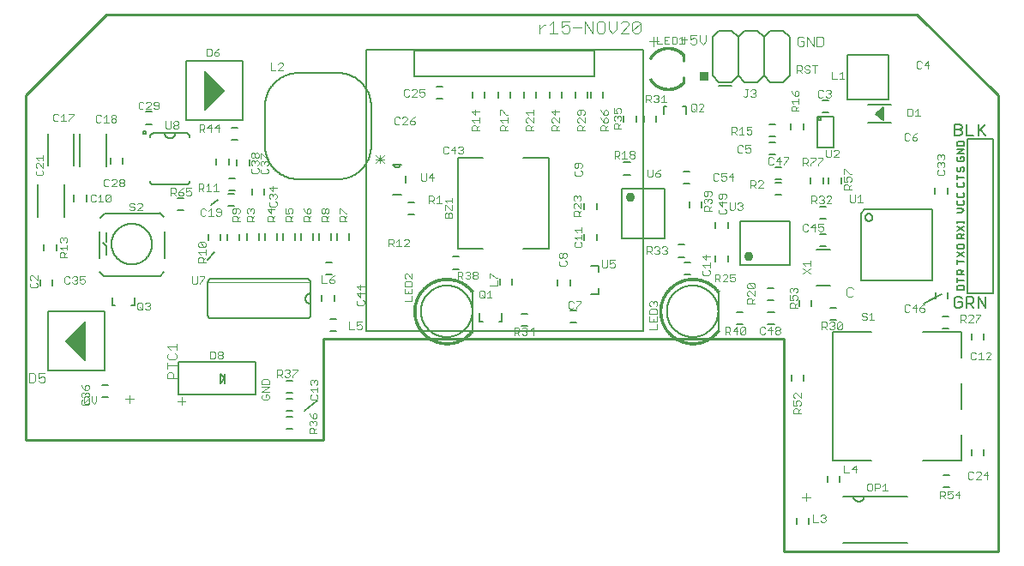
<source format=gto>
G04 EAGLE Gerber RS-274X export*
G75*
%MOMM*%
%FSLAX34Y34*%
%LPD*%
%INTop Silkscreen*%
%IPPOS*%
%AMOC8*
5,1,8,0,0,1.08239X$1,22.5*%
G01*
%ADD10C,0.076200*%
%ADD11C,0.101600*%
%ADD12C,0.203200*%
%ADD13R,0.889000X0.889000*%
%ADD14C,0.127000*%
%ADD15C,0.152400*%
%ADD16C,0.050800*%
%ADD17C,0.025400*%
%ADD18C,0.254000*%
%ADD19C,0.919200*%
%ADD20C,0.254000*%

G36*
X58589Y77609D02*
X58589Y77609D01*
X58678Y77611D01*
X58700Y77620D01*
X58723Y77623D01*
X58803Y77662D01*
X58885Y77696D01*
X58903Y77712D01*
X58924Y77722D01*
X58985Y77787D01*
X59051Y77847D01*
X59062Y77868D01*
X59078Y77885D01*
X59113Y77967D01*
X59154Y78047D01*
X59157Y78073D01*
X59166Y78092D01*
X59168Y78142D01*
X59181Y78232D01*
X59181Y116332D01*
X59168Y116406D01*
X59168Y116418D01*
X59165Y116424D01*
X59156Y116508D01*
X59146Y116529D01*
X59142Y116553D01*
X59096Y116630D01*
X59057Y116709D01*
X59040Y116726D01*
X59027Y116746D01*
X58958Y116802D01*
X58894Y116863D01*
X58872Y116872D01*
X58853Y116887D01*
X58769Y116916D01*
X58687Y116951D01*
X58663Y116952D01*
X58641Y116959D01*
X58552Y116957D01*
X58463Y116961D01*
X58440Y116953D01*
X58416Y116953D01*
X58334Y116919D01*
X58249Y116892D01*
X58228Y116876D01*
X58209Y116868D01*
X58171Y116834D01*
X58099Y116780D01*
X39049Y97730D01*
X39011Y97677D01*
X38966Y97629D01*
X38947Y97585D01*
X38920Y97546D01*
X38904Y97483D01*
X38878Y97422D01*
X38876Y97375D01*
X38865Y97329D01*
X38871Y97264D01*
X38868Y97198D01*
X38883Y97153D01*
X38888Y97106D01*
X38917Y97047D01*
X38937Y96984D01*
X38970Y96940D01*
X38987Y96905D01*
X39016Y96878D01*
X39049Y96834D01*
X58099Y77784D01*
X58172Y77733D01*
X58241Y77677D01*
X58263Y77669D01*
X58283Y77655D01*
X58369Y77633D01*
X58453Y77605D01*
X58477Y77605D01*
X58500Y77600D01*
X58589Y77609D01*
G37*
G36*
X177145Y325134D02*
X177145Y325134D01*
X177169Y325134D01*
X177251Y325168D01*
X177336Y325195D01*
X177357Y325211D01*
X177376Y325219D01*
X177414Y325253D01*
X177486Y325307D01*
X196536Y344357D01*
X196574Y344411D01*
X196619Y344458D01*
X196638Y344502D01*
X196665Y344541D01*
X196681Y344604D01*
X196707Y344665D01*
X196709Y344712D01*
X196721Y344758D01*
X196714Y344823D01*
X196717Y344889D01*
X196702Y344934D01*
X196697Y344981D01*
X196668Y345040D01*
X196648Y345103D01*
X196615Y345147D01*
X196598Y345182D01*
X196569Y345209D01*
X196536Y345253D01*
X177486Y364303D01*
X177413Y364354D01*
X177344Y364410D01*
X177322Y364418D01*
X177302Y364432D01*
X177216Y364454D01*
X177132Y364482D01*
X177108Y364482D01*
X177085Y364488D01*
X176996Y364478D01*
X176907Y364476D01*
X176885Y364467D01*
X176862Y364464D01*
X176782Y364425D01*
X176700Y364391D01*
X176682Y364375D01*
X176661Y364365D01*
X176600Y364300D01*
X176534Y364240D01*
X176523Y364219D01*
X176507Y364202D01*
X176472Y364120D01*
X176431Y364040D01*
X176428Y364014D01*
X176419Y363995D01*
X176417Y363945D01*
X176411Y363905D01*
X176411Y363904D01*
X176411Y363902D01*
X176404Y363855D01*
X176404Y325755D01*
X176420Y325667D01*
X176429Y325579D01*
X176439Y325558D01*
X176443Y325534D01*
X176489Y325457D01*
X176528Y325378D01*
X176545Y325361D01*
X176558Y325341D01*
X176627Y325285D01*
X176691Y325224D01*
X176713Y325215D01*
X176732Y325200D01*
X176816Y325171D01*
X176898Y325136D01*
X176922Y325135D01*
X176944Y325128D01*
X177033Y325130D01*
X177122Y325126D01*
X177145Y325134D01*
G37*
D10*
X234267Y44666D02*
X233039Y43437D01*
X233039Y40980D01*
X234267Y39751D01*
X239182Y39751D01*
X240411Y40980D01*
X240411Y43437D01*
X239182Y44666D01*
X236725Y44666D01*
X236725Y42208D01*
X240411Y47235D02*
X233039Y47235D01*
X240411Y52150D01*
X233039Y52150D01*
X233039Y54719D02*
X240411Y54719D01*
X240411Y58405D01*
X239182Y59634D01*
X234267Y59634D01*
X233039Y58405D01*
X233039Y54719D01*
D11*
X507468Y401488D02*
X507468Y409284D01*
X507468Y405386D02*
X511366Y409284D01*
X513315Y409284D01*
X517213Y409284D02*
X521111Y413182D01*
X521111Y401488D01*
X517213Y401488D02*
X525009Y401488D01*
X528907Y413182D02*
X536703Y413182D01*
X528907Y413182D02*
X528907Y407335D01*
X532805Y409284D01*
X534754Y409284D01*
X536703Y407335D01*
X536703Y403437D01*
X534754Y401488D01*
X530856Y401488D01*
X528907Y403437D01*
X540601Y407335D02*
X548397Y407335D01*
X552295Y401488D02*
X552295Y413182D01*
X560091Y401488D01*
X560091Y413182D01*
X565938Y413182D02*
X569836Y413182D01*
X565938Y413182D02*
X563989Y411233D01*
X563989Y403437D01*
X565938Y401488D01*
X569836Y401488D01*
X571785Y403437D01*
X571785Y411233D01*
X569836Y413182D01*
X575683Y413182D02*
X575683Y405386D01*
X579581Y401488D01*
X583479Y405386D01*
X583479Y413182D01*
X587377Y401488D02*
X595173Y401488D01*
X587377Y401488D02*
X595173Y409284D01*
X595173Y411233D01*
X593224Y413182D01*
X589326Y413182D01*
X587377Y411233D01*
X599071Y411233D02*
X599071Y403437D01*
X599071Y411233D02*
X601020Y413182D01*
X604918Y413182D01*
X606867Y411233D01*
X606867Y403437D01*
X604918Y401488D01*
X601020Y401488D01*
X599071Y403437D01*
X606867Y411233D01*
D12*
X886460Y134620D02*
X904240Y143510D01*
D10*
X761619Y362331D02*
X761619Y369703D01*
X765305Y369703D01*
X766534Y368475D01*
X766534Y366017D01*
X765305Y364788D01*
X761619Y364788D01*
X764076Y364788D02*
X766534Y362331D01*
X772789Y369703D02*
X774018Y368475D01*
X772789Y369703D02*
X770332Y369703D01*
X769103Y368475D01*
X769103Y367246D01*
X770332Y366017D01*
X772789Y366017D01*
X774018Y364788D01*
X774018Y363560D01*
X772789Y362331D01*
X770332Y362331D01*
X769103Y363560D01*
X779045Y362331D02*
X779045Y369703D01*
X781502Y369703D02*
X776587Y369703D01*
D13*
X669925Y358775D03*
D10*
X653082Y394974D02*
X646811Y394974D01*
X649946Y398109D02*
X649946Y391839D01*
X656166Y399677D02*
X662437Y399677D01*
X656166Y399677D02*
X656166Y394974D01*
X659302Y396542D01*
X660869Y396542D01*
X662437Y394974D01*
X662437Y391839D01*
X660869Y390271D01*
X657734Y390271D01*
X656166Y391839D01*
X665521Y393406D02*
X665521Y399677D01*
X665521Y393406D02*
X668657Y390271D01*
X671792Y393406D01*
X671792Y399677D01*
X766830Y398153D02*
X768398Y396585D01*
X766830Y398153D02*
X763695Y398153D01*
X762127Y396585D01*
X762127Y390315D01*
X763695Y388747D01*
X766830Y388747D01*
X768398Y390315D01*
X768398Y393450D01*
X765262Y393450D01*
X771482Y388747D02*
X771482Y398153D01*
X777753Y388747D01*
X777753Y398153D01*
X780837Y398153D02*
X780837Y388747D01*
X785540Y388747D01*
X787108Y390315D01*
X787108Y396585D01*
X785540Y398153D01*
X780837Y398153D01*
D12*
X189484Y237236D02*
X182880Y232156D01*
X186436Y184912D02*
X179832Y177800D01*
X288036Y38608D02*
X275336Y28956D01*
D11*
X615696Y393198D02*
X624509Y393198D01*
X620102Y397604D02*
X620102Y388791D01*
X106416Y40387D02*
X98620Y40387D01*
X102518Y44285D02*
X102518Y36489D01*
X149940Y38387D02*
X157736Y38387D01*
X153838Y42285D02*
X153838Y34489D01*
X766572Y-56637D02*
X774368Y-56637D01*
X770470Y-52739D02*
X770470Y-60535D01*
D10*
X816912Y149189D02*
X815344Y150757D01*
X812209Y150757D01*
X810641Y149189D01*
X810641Y142919D01*
X812209Y141351D01*
X815344Y141351D01*
X816912Y142919D01*
X57493Y41557D02*
X57493Y36642D01*
X57493Y41557D02*
X58722Y42785D01*
X61179Y42785D01*
X62408Y41557D01*
X62408Y36642D01*
X61179Y35413D01*
X58722Y35413D01*
X57493Y36642D01*
X62408Y41557D01*
X64977Y42785D02*
X64977Y37870D01*
X67435Y35413D01*
X69892Y37870D01*
X69892Y42785D01*
D14*
X885400Y-20300D02*
X923500Y-20300D01*
X834600Y-20300D02*
X796500Y-20300D01*
X796500Y106700D01*
X834600Y106700D01*
X885400Y106700D02*
X923500Y106700D01*
X923500Y81300D01*
X923500Y5100D02*
X923500Y-20300D01*
X923500Y30500D02*
X923500Y55900D01*
D10*
X830268Y124337D02*
X829039Y125565D01*
X826582Y125565D01*
X825353Y124337D01*
X825353Y123108D01*
X826582Y121879D01*
X829039Y121879D01*
X830268Y120650D01*
X830268Y119422D01*
X829039Y118193D01*
X826582Y118193D01*
X825353Y119422D01*
X832837Y123108D02*
X835295Y125565D01*
X835295Y118193D01*
X837752Y118193D02*
X832837Y118193D01*
D15*
X370840Y242062D02*
X362204Y242062D01*
X375158Y253746D02*
X375158Y260350D01*
X370840Y272034D02*
X369570Y272034D01*
X363474Y272034D01*
X362204Y272034D01*
X363474Y272034D02*
X363476Y271925D01*
X363482Y271817D01*
X363491Y271708D01*
X363505Y271600D01*
X363522Y271493D01*
X363544Y271386D01*
X363569Y271280D01*
X363597Y271175D01*
X363630Y271071D01*
X363666Y270969D01*
X363706Y270868D01*
X363749Y270768D01*
X363796Y270670D01*
X363847Y270573D01*
X363901Y270479D01*
X363958Y270386D01*
X364018Y270296D01*
X364082Y270207D01*
X364149Y270121D01*
X364218Y270038D01*
X364291Y269957D01*
X364367Y269879D01*
X364445Y269803D01*
X364526Y269730D01*
X364609Y269661D01*
X364695Y269594D01*
X364784Y269530D01*
X364874Y269470D01*
X364967Y269413D01*
X365061Y269359D01*
X365158Y269308D01*
X365256Y269261D01*
X365356Y269218D01*
X365457Y269178D01*
X365559Y269142D01*
X365663Y269109D01*
X365768Y269081D01*
X365874Y269056D01*
X365981Y269034D01*
X366088Y269017D01*
X366196Y269003D01*
X366305Y268994D01*
X366413Y268988D01*
X366522Y268986D01*
X366631Y268988D01*
X366739Y268994D01*
X366848Y269003D01*
X366956Y269017D01*
X367063Y269034D01*
X367170Y269056D01*
X367276Y269081D01*
X367381Y269109D01*
X367485Y269142D01*
X367587Y269178D01*
X367688Y269218D01*
X367788Y269261D01*
X367886Y269308D01*
X367983Y269359D01*
X368077Y269413D01*
X368170Y269470D01*
X368260Y269530D01*
X368349Y269594D01*
X368435Y269661D01*
X368518Y269730D01*
X368599Y269803D01*
X368677Y269879D01*
X368753Y269957D01*
X368826Y270038D01*
X368895Y270121D01*
X368962Y270207D01*
X369026Y270296D01*
X369086Y270386D01*
X369143Y270479D01*
X369197Y270573D01*
X369248Y270670D01*
X369295Y270768D01*
X369338Y270868D01*
X369378Y270969D01*
X369414Y271071D01*
X369447Y271175D01*
X369475Y271280D01*
X369500Y271386D01*
X369522Y271493D01*
X369539Y271600D01*
X369553Y271708D01*
X369562Y271817D01*
X369568Y271925D01*
X369570Y272034D01*
D10*
X353786Y273136D02*
X345821Y281102D01*
X353786Y281102D02*
X345821Y273136D01*
X345821Y277119D02*
X353786Y277119D01*
X349804Y273136D02*
X349804Y281102D01*
X390525Y262769D02*
X390525Y256626D01*
X391754Y255397D01*
X394211Y255397D01*
X395440Y256626D01*
X395440Y262769D01*
X401695Y262769D02*
X401695Y255397D01*
X398009Y259083D02*
X401695Y262769D01*
X402924Y259083D02*
X398009Y259083D01*
D15*
X218155Y203533D02*
X218155Y197533D01*
X230155Y197533D02*
X230155Y203533D01*
D10*
X225679Y216154D02*
X218307Y216154D01*
X218307Y219840D01*
X219535Y221069D01*
X221993Y221069D01*
X223222Y219840D01*
X223222Y216154D01*
X223222Y218611D02*
X225679Y221069D01*
X219535Y223638D02*
X218307Y224867D01*
X218307Y227324D01*
X219535Y228553D01*
X220764Y228553D01*
X221993Y227324D01*
X221993Y226096D01*
X221993Y227324D02*
X223222Y228553D01*
X224450Y228553D01*
X225679Y227324D01*
X225679Y224867D01*
X224450Y223638D01*
D15*
X235935Y203533D02*
X235935Y197533D01*
X247935Y197533D02*
X247935Y203533D01*
D10*
X245999Y216154D02*
X238627Y216154D01*
X238627Y219840D01*
X239855Y221069D01*
X242313Y221069D01*
X243542Y219840D01*
X243542Y216154D01*
X243542Y218611D02*
X245999Y221069D01*
X245999Y227324D02*
X238627Y227324D01*
X242313Y223638D01*
X242313Y228553D01*
D15*
X253715Y203533D02*
X253715Y197533D01*
X265715Y197533D02*
X265715Y203533D01*
D10*
X263779Y216154D02*
X256407Y216154D01*
X256407Y219840D01*
X257635Y221069D01*
X260093Y221069D01*
X261322Y219840D01*
X261322Y216154D01*
X261322Y218611D02*
X263779Y221069D01*
X256407Y223638D02*
X256407Y228553D01*
X256407Y223638D02*
X260093Y223638D01*
X258864Y226096D01*
X258864Y227324D01*
X260093Y228553D01*
X262550Y228553D01*
X263779Y227324D01*
X263779Y224867D01*
X262550Y223638D01*
D15*
X271495Y203533D02*
X271495Y197533D01*
X283495Y197533D02*
X283495Y203533D01*
D10*
X281559Y216154D02*
X274187Y216154D01*
X274187Y219840D01*
X275415Y221069D01*
X277873Y221069D01*
X279102Y219840D01*
X279102Y216154D01*
X279102Y218611D02*
X281559Y221069D01*
X275415Y226096D02*
X274187Y228553D01*
X275415Y226096D02*
X277873Y223638D01*
X280330Y223638D01*
X281559Y224867D01*
X281559Y227324D01*
X280330Y228553D01*
X279102Y228553D01*
X277873Y227324D01*
X277873Y223638D01*
D15*
X307055Y203533D02*
X307055Y197533D01*
X319055Y197533D02*
X319055Y203533D01*
D10*
X317119Y216154D02*
X309747Y216154D01*
X309747Y219840D01*
X310975Y221069D01*
X313433Y221069D01*
X314662Y219840D01*
X314662Y216154D01*
X314662Y218611D02*
X317119Y221069D01*
X309747Y223638D02*
X309747Y228553D01*
X310975Y228553D01*
X315890Y223638D01*
X317119Y223638D01*
D15*
X289275Y203533D02*
X289275Y197533D01*
X301275Y197533D02*
X301275Y203533D01*
D10*
X299339Y216154D02*
X291967Y216154D01*
X291967Y219840D01*
X293195Y221069D01*
X295653Y221069D01*
X296882Y219840D01*
X296882Y216154D01*
X296882Y218611D02*
X299339Y221069D01*
X293195Y223638D02*
X291967Y224867D01*
X291967Y227324D01*
X293195Y228553D01*
X294424Y228553D01*
X295653Y227324D01*
X296882Y228553D01*
X298110Y228553D01*
X299339Y227324D01*
X299339Y224867D01*
X298110Y223638D01*
X296882Y223638D01*
X295653Y224867D01*
X294424Y223638D01*
X293195Y223638D01*
X295653Y224867D02*
X295653Y227324D01*
D15*
X198851Y203406D02*
X198851Y197406D01*
X210851Y197406D02*
X210851Y203406D01*
D10*
X211455Y216027D02*
X204083Y216027D01*
X204083Y219713D01*
X205311Y220942D01*
X207769Y220942D01*
X208998Y219713D01*
X208998Y216027D01*
X208998Y218484D02*
X211455Y220942D01*
X210226Y223511D02*
X211455Y224740D01*
X211455Y227197D01*
X210226Y228426D01*
X205311Y228426D01*
X204083Y227197D01*
X204083Y224740D01*
X205311Y223511D01*
X206540Y223511D01*
X207769Y224740D01*
X207769Y228426D01*
D15*
X180309Y203406D02*
X180309Y197406D01*
X192309Y197406D02*
X192309Y203406D01*
D10*
X177673Y175387D02*
X170301Y175387D01*
X170301Y179073D01*
X171529Y180302D01*
X173987Y180302D01*
X175216Y179073D01*
X175216Y175387D01*
X175216Y177844D02*
X177673Y180302D01*
X172758Y182871D02*
X170301Y185329D01*
X177673Y185329D01*
X177673Y187786D02*
X177673Y182871D01*
X176444Y190355D02*
X171529Y190355D01*
X170301Y191584D01*
X170301Y194041D01*
X171529Y195270D01*
X176444Y195270D01*
X177673Y194041D01*
X177673Y191584D01*
X176444Y190355D01*
X171529Y195270D01*
D15*
X200454Y258222D02*
X206454Y258222D01*
X206454Y246222D02*
X200454Y246222D01*
D10*
X170815Y245618D02*
X170815Y252990D01*
X174501Y252990D01*
X175730Y251762D01*
X175730Y249304D01*
X174501Y248075D01*
X170815Y248075D01*
X173272Y248075D02*
X175730Y245618D01*
X178299Y250533D02*
X180757Y252990D01*
X180757Y245618D01*
X183214Y245618D02*
X178299Y245618D01*
X185783Y250533D02*
X188241Y252990D01*
X188241Y245618D01*
X190698Y245618D02*
X185783Y245618D01*
X358548Y198253D02*
X358548Y190881D01*
X358548Y198253D02*
X362234Y198253D01*
X363462Y197025D01*
X363462Y194567D01*
X362234Y193338D01*
X358548Y193338D01*
X361005Y193338D02*
X363462Y190881D01*
X366032Y195796D02*
X368489Y198253D01*
X368489Y190881D01*
X366032Y190881D02*
X370947Y190881D01*
X373516Y190881D02*
X378431Y190881D01*
X373516Y190881D02*
X378431Y195796D01*
X378431Y197025D01*
X377202Y198253D01*
X374745Y198253D01*
X373516Y197025D01*
D15*
X263604Y10510D02*
X257604Y10510D01*
X257604Y22510D02*
X263604Y22510D01*
D10*
X279902Y6477D02*
X287274Y6477D01*
X279902Y6477D02*
X279902Y10163D01*
X281130Y11392D01*
X283588Y11392D01*
X284817Y10163D01*
X284817Y6477D01*
X284817Y8934D02*
X287274Y11392D01*
X281130Y13961D02*
X279902Y15190D01*
X279902Y17647D01*
X281130Y18876D01*
X282359Y18876D01*
X283588Y17647D01*
X283588Y16419D01*
X283588Y17647D02*
X284817Y18876D01*
X286045Y18876D01*
X287274Y17647D01*
X287274Y15190D01*
X286045Y13961D01*
X281130Y23903D02*
X279902Y26360D01*
X281130Y23903D02*
X283588Y21445D01*
X286045Y21445D01*
X287274Y22674D01*
X287274Y25131D01*
X286045Y26360D01*
X284817Y26360D01*
X283588Y25131D01*
X283588Y21445D01*
D15*
X263604Y40290D02*
X257604Y40290D01*
X257604Y28290D02*
X263604Y28290D01*
D10*
X280918Y43183D02*
X282146Y44412D01*
X280918Y43183D02*
X280918Y40726D01*
X282146Y39497D01*
X287061Y39497D01*
X288290Y40726D01*
X288290Y43183D01*
X287061Y44412D01*
X283375Y46981D02*
X280918Y49439D01*
X288290Y49439D01*
X288290Y51896D02*
X288290Y46981D01*
X282146Y54465D02*
X280918Y55694D01*
X280918Y58151D01*
X282146Y59380D01*
X283375Y59380D01*
X284604Y58151D01*
X284604Y56923D01*
X284604Y58151D02*
X285833Y59380D01*
X287061Y59380D01*
X288290Y58151D01*
X288290Y55694D01*
X287061Y54465D01*
D15*
X263604Y58070D02*
X257604Y58070D01*
X257604Y46070D02*
X263604Y46070D01*
D10*
X248285Y61976D02*
X248285Y69348D01*
X251971Y69348D01*
X253200Y68120D01*
X253200Y65662D01*
X251971Y64433D01*
X248285Y64433D01*
X250742Y64433D02*
X253200Y61976D01*
X255769Y68120D02*
X256998Y69348D01*
X259455Y69348D01*
X260684Y68120D01*
X260684Y66891D01*
X259455Y65662D01*
X258227Y65662D01*
X259455Y65662D02*
X260684Y64433D01*
X260684Y63205D01*
X259455Y61976D01*
X256998Y61976D01*
X255769Y63205D01*
X263253Y69348D02*
X268168Y69348D01*
X268168Y68120D01*
X263253Y63205D01*
X263253Y61976D01*
D14*
X609520Y107420D02*
X609520Y385420D01*
X572520Y385420D01*
X542520Y385420D01*
X432520Y385420D01*
X347520Y385420D01*
X336520Y385420D01*
X336520Y107420D01*
X609520Y107420D01*
X383620Y358720D02*
X383620Y384120D01*
X561420Y384120D02*
X561420Y358720D01*
X383620Y358720D01*
X383620Y384120D02*
X561420Y384120D01*
D15*
X756000Y63960D02*
X756000Y57960D01*
X768000Y57960D02*
X768000Y63960D01*
D10*
X765302Y26189D02*
X757930Y26189D01*
X757930Y29875D01*
X759158Y31103D01*
X761616Y31103D01*
X762845Y29875D01*
X762845Y26189D01*
X762845Y28646D02*
X765302Y31103D01*
X757930Y33673D02*
X757930Y38588D01*
X757930Y33673D02*
X761616Y33673D01*
X760387Y36130D01*
X760387Y37359D01*
X761616Y38588D01*
X764073Y38588D01*
X765302Y37359D01*
X765302Y34901D01*
X764073Y33673D01*
X765302Y41157D02*
X765302Y46072D01*
X765302Y41157D02*
X760387Y46072D01*
X759158Y46072D01*
X757930Y44843D01*
X757930Y42386D01*
X759158Y41157D01*
D15*
X763620Y131620D02*
X763620Y137620D01*
X775620Y137620D02*
X775620Y131620D01*
D10*
X761746Y130175D02*
X754374Y130175D01*
X754374Y133861D01*
X755602Y135090D01*
X758060Y135090D01*
X759289Y133861D01*
X759289Y130175D01*
X759289Y132632D02*
X761746Y135090D01*
X754374Y137659D02*
X754374Y142574D01*
X754374Y137659D02*
X758060Y137659D01*
X756831Y140117D01*
X756831Y141345D01*
X758060Y142574D01*
X760517Y142574D01*
X761746Y141345D01*
X761746Y138888D01*
X760517Y137659D01*
X755602Y145143D02*
X754374Y146372D01*
X754374Y148829D01*
X755602Y150058D01*
X756831Y150058D01*
X758060Y148829D01*
X758060Y147601D01*
X758060Y148829D02*
X759289Y150058D01*
X760517Y150058D01*
X761746Y148829D01*
X761746Y146372D01*
X760517Y145143D01*
D15*
X906320Y-46640D02*
X912320Y-46640D01*
X912320Y-34640D02*
X906320Y-34640D01*
D10*
X902489Y-50540D02*
X902489Y-57912D01*
X902489Y-50540D02*
X906175Y-50540D01*
X907403Y-51768D01*
X907403Y-54226D01*
X906175Y-55455D01*
X902489Y-55455D01*
X904946Y-55455D02*
X907403Y-57912D01*
X909973Y-50540D02*
X914888Y-50540D01*
X909973Y-50540D02*
X909973Y-54226D01*
X912430Y-52997D01*
X913659Y-52997D01*
X914888Y-54226D01*
X914888Y-56683D01*
X913659Y-57912D01*
X911201Y-57912D01*
X909973Y-56683D01*
X921143Y-57912D02*
X921143Y-50540D01*
X917457Y-54226D01*
X922372Y-54226D01*
D15*
X933800Y-15700D02*
X933800Y-9700D01*
X945800Y-9700D02*
X945800Y-15700D01*
D10*
X934115Y-31490D02*
X935343Y-32718D01*
X934115Y-31490D02*
X931657Y-31490D01*
X930429Y-32718D01*
X930429Y-37633D01*
X931657Y-38862D01*
X934115Y-38862D01*
X935343Y-37633D01*
X937913Y-38862D02*
X942828Y-38862D01*
X937913Y-38862D02*
X942828Y-33947D01*
X942828Y-32718D01*
X941599Y-31490D01*
X939141Y-31490D01*
X937913Y-32718D01*
X949083Y-31490D02*
X949083Y-38862D01*
X945397Y-35176D02*
X949083Y-31490D01*
X950312Y-35176D02*
X945397Y-35176D01*
D15*
X30257Y186738D02*
X30257Y192738D01*
X18257Y192738D02*
X18257Y186738D01*
D10*
X33649Y179959D02*
X41021Y179959D01*
X33649Y179959D02*
X33649Y183645D01*
X34877Y184874D01*
X37335Y184874D01*
X38564Y183645D01*
X38564Y179959D01*
X38564Y182416D02*
X41021Y184874D01*
X36106Y187443D02*
X33649Y189901D01*
X41021Y189901D01*
X41021Y192358D02*
X41021Y187443D01*
X34877Y194927D02*
X33649Y196156D01*
X33649Y198613D01*
X34877Y199842D01*
X36106Y199842D01*
X37335Y198613D01*
X37335Y197385D01*
X37335Y198613D02*
X38564Y199842D01*
X39792Y199842D01*
X41021Y198613D01*
X41021Y196156D01*
X39792Y194927D01*
D15*
X405940Y348900D02*
X411940Y348900D01*
X411940Y336900D02*
X405940Y336900D01*
D10*
X378676Y344980D02*
X377447Y346208D01*
X374990Y346208D01*
X373761Y344980D01*
X373761Y340065D01*
X374990Y338836D01*
X377447Y338836D01*
X378676Y340065D01*
X381245Y338836D02*
X386160Y338836D01*
X381245Y338836D02*
X386160Y343751D01*
X386160Y344980D01*
X384931Y346208D01*
X382474Y346208D01*
X381245Y344980D01*
X388729Y346208D02*
X393644Y346208D01*
X388729Y346208D02*
X388729Y342522D01*
X391187Y343751D01*
X392415Y343751D01*
X393644Y342522D01*
X393644Y340065D01*
X392415Y338836D01*
X389958Y338836D01*
X388729Y340065D01*
X367949Y318649D02*
X369177Y317421D01*
X367949Y318649D02*
X365491Y318649D01*
X364263Y317421D01*
X364263Y312506D01*
X365491Y311277D01*
X367949Y311277D01*
X369177Y312506D01*
X371747Y311277D02*
X376662Y311277D01*
X371747Y311277D02*
X376662Y316192D01*
X376662Y317421D01*
X375433Y318649D01*
X372975Y318649D01*
X371747Y317421D01*
X381688Y317421D02*
X384146Y318649D01*
X381688Y317421D02*
X379231Y314963D01*
X379231Y312506D01*
X380460Y311277D01*
X382917Y311277D01*
X384146Y312506D01*
X384146Y313734D01*
X382917Y314963D01*
X379231Y314963D01*
D15*
X792957Y258778D02*
X792957Y252778D01*
X804957Y252778D02*
X804957Y258778D01*
D10*
X807714Y247142D02*
X815086Y247142D01*
X807714Y247142D02*
X807714Y250828D01*
X808942Y252057D01*
X811400Y252057D01*
X812629Y250828D01*
X812629Y247142D01*
X812629Y249599D02*
X815086Y252057D01*
X807714Y254626D02*
X807714Y259541D01*
X807714Y254626D02*
X811400Y254626D01*
X810171Y257084D01*
X810171Y258312D01*
X811400Y259541D01*
X813857Y259541D01*
X815086Y258312D01*
X815086Y255855D01*
X813857Y254626D01*
X807714Y262110D02*
X807714Y267025D01*
X808942Y267025D01*
X813857Y262110D01*
X815086Y262110D01*
D12*
X84680Y193340D02*
X84686Y193831D01*
X84704Y194321D01*
X84734Y194811D01*
X84776Y195300D01*
X84830Y195788D01*
X84896Y196275D01*
X84974Y196759D01*
X85064Y197242D01*
X85166Y197722D01*
X85279Y198200D01*
X85404Y198674D01*
X85541Y199146D01*
X85689Y199614D01*
X85849Y200078D01*
X86020Y200538D01*
X86202Y200994D01*
X86396Y201445D01*
X86600Y201891D01*
X86816Y202332D01*
X87042Y202768D01*
X87278Y203198D01*
X87525Y203622D01*
X87783Y204040D01*
X88051Y204451D01*
X88328Y204856D01*
X88616Y205254D01*
X88913Y205645D01*
X89220Y206028D01*
X89536Y206403D01*
X89861Y206771D01*
X90195Y207131D01*
X90538Y207482D01*
X90889Y207825D01*
X91249Y208159D01*
X91617Y208484D01*
X91992Y208800D01*
X92375Y209107D01*
X92766Y209404D01*
X93164Y209692D01*
X93569Y209969D01*
X93980Y210237D01*
X94398Y210495D01*
X94822Y210742D01*
X95252Y210978D01*
X95688Y211204D01*
X96129Y211420D01*
X96575Y211624D01*
X97026Y211818D01*
X97482Y212000D01*
X97942Y212171D01*
X98406Y212331D01*
X98874Y212479D01*
X99346Y212616D01*
X99820Y212741D01*
X100298Y212854D01*
X100778Y212956D01*
X101261Y213046D01*
X101745Y213124D01*
X102232Y213190D01*
X102720Y213244D01*
X103209Y213286D01*
X103699Y213316D01*
X104189Y213334D01*
X104680Y213340D01*
X105171Y213334D01*
X105661Y213316D01*
X106151Y213286D01*
X106640Y213244D01*
X107128Y213190D01*
X107615Y213124D01*
X108099Y213046D01*
X108582Y212956D01*
X109062Y212854D01*
X109540Y212741D01*
X110014Y212616D01*
X110486Y212479D01*
X110954Y212331D01*
X111418Y212171D01*
X111878Y212000D01*
X112334Y211818D01*
X112785Y211624D01*
X113231Y211420D01*
X113672Y211204D01*
X114108Y210978D01*
X114538Y210742D01*
X114962Y210495D01*
X115380Y210237D01*
X115791Y209969D01*
X116196Y209692D01*
X116594Y209404D01*
X116985Y209107D01*
X117368Y208800D01*
X117743Y208484D01*
X118111Y208159D01*
X118471Y207825D01*
X118822Y207482D01*
X119165Y207131D01*
X119499Y206771D01*
X119824Y206403D01*
X120140Y206028D01*
X120447Y205645D01*
X120744Y205254D01*
X121032Y204856D01*
X121309Y204451D01*
X121577Y204040D01*
X121835Y203622D01*
X122082Y203198D01*
X122318Y202768D01*
X122544Y202332D01*
X122760Y201891D01*
X122964Y201445D01*
X123158Y200994D01*
X123340Y200538D01*
X123511Y200078D01*
X123671Y199614D01*
X123819Y199146D01*
X123956Y198674D01*
X124081Y198200D01*
X124194Y197722D01*
X124296Y197242D01*
X124386Y196759D01*
X124464Y196275D01*
X124530Y195788D01*
X124584Y195300D01*
X124626Y194811D01*
X124656Y194321D01*
X124674Y193831D01*
X124680Y193340D01*
X124674Y192849D01*
X124656Y192359D01*
X124626Y191869D01*
X124584Y191380D01*
X124530Y190892D01*
X124464Y190405D01*
X124386Y189921D01*
X124296Y189438D01*
X124194Y188958D01*
X124081Y188480D01*
X123956Y188006D01*
X123819Y187534D01*
X123671Y187066D01*
X123511Y186602D01*
X123340Y186142D01*
X123158Y185686D01*
X122964Y185235D01*
X122760Y184789D01*
X122544Y184348D01*
X122318Y183912D01*
X122082Y183482D01*
X121835Y183058D01*
X121577Y182640D01*
X121309Y182229D01*
X121032Y181824D01*
X120744Y181426D01*
X120447Y181035D01*
X120140Y180652D01*
X119824Y180277D01*
X119499Y179909D01*
X119165Y179549D01*
X118822Y179198D01*
X118471Y178855D01*
X118111Y178521D01*
X117743Y178196D01*
X117368Y177880D01*
X116985Y177573D01*
X116594Y177276D01*
X116196Y176988D01*
X115791Y176711D01*
X115380Y176443D01*
X114962Y176185D01*
X114538Y175938D01*
X114108Y175702D01*
X113672Y175476D01*
X113231Y175260D01*
X112785Y175056D01*
X112334Y174862D01*
X111878Y174680D01*
X111418Y174509D01*
X110954Y174349D01*
X110486Y174201D01*
X110014Y174064D01*
X109540Y173939D01*
X109062Y173826D01*
X108582Y173724D01*
X108099Y173634D01*
X107615Y173556D01*
X107128Y173490D01*
X106640Y173436D01*
X106151Y173394D01*
X105661Y173364D01*
X105171Y173346D01*
X104680Y173340D01*
X104189Y173346D01*
X103699Y173364D01*
X103209Y173394D01*
X102720Y173436D01*
X102232Y173490D01*
X101745Y173556D01*
X101261Y173634D01*
X100778Y173724D01*
X100298Y173826D01*
X99820Y173939D01*
X99346Y174064D01*
X98874Y174201D01*
X98406Y174349D01*
X97942Y174509D01*
X97482Y174680D01*
X97026Y174862D01*
X96575Y175056D01*
X96129Y175260D01*
X95688Y175476D01*
X95252Y175702D01*
X94822Y175938D01*
X94398Y176185D01*
X93980Y176443D01*
X93569Y176711D01*
X93164Y176988D01*
X92766Y177276D01*
X92375Y177573D01*
X91992Y177880D01*
X91617Y178196D01*
X91249Y178521D01*
X90889Y178855D01*
X90538Y179198D01*
X90195Y179549D01*
X89861Y179909D01*
X89536Y180277D01*
X89220Y180652D01*
X88913Y181035D01*
X88616Y181426D01*
X88328Y181824D01*
X88051Y182229D01*
X87783Y182640D01*
X87525Y183058D01*
X87278Y183482D01*
X87042Y183912D01*
X86816Y184348D01*
X86600Y184789D01*
X86396Y185235D01*
X86202Y185686D01*
X86020Y186142D01*
X85849Y186602D01*
X85689Y187066D01*
X85541Y187534D01*
X85404Y188006D01*
X85279Y188480D01*
X85166Y188958D01*
X85064Y189438D01*
X84974Y189921D01*
X84896Y190405D01*
X84830Y190892D01*
X84776Y191380D01*
X84734Y191869D01*
X84704Y192359D01*
X84686Y192849D01*
X84680Y193340D01*
X73280Y165940D02*
X77280Y161940D01*
D14*
X79630Y182640D02*
X79630Y190890D01*
X76080Y194440D01*
X79630Y195640D02*
X79630Y204490D01*
D12*
X73080Y205740D02*
X73080Y179640D01*
X132280Y223940D02*
X136280Y219940D01*
X136780Y165640D02*
X132780Y161640D01*
X73580Y219440D02*
X77580Y223440D01*
X78280Y223740D02*
X132080Y223740D01*
X132080Y161740D02*
X77280Y161740D01*
X137080Y179640D02*
X137080Y205740D01*
D10*
X107436Y232585D02*
X106207Y233813D01*
X103750Y233813D01*
X102521Y232585D01*
X102521Y231356D01*
X103750Y230127D01*
X106207Y230127D01*
X107436Y228898D01*
X107436Y227670D01*
X106207Y226441D01*
X103750Y226441D01*
X102521Y227670D01*
X110005Y226441D02*
X114920Y226441D01*
X110005Y226441D02*
X114920Y231356D01*
X114920Y232585D01*
X113691Y233813D01*
X111234Y233813D01*
X110005Y232585D01*
D15*
X150162Y226537D02*
X156162Y226537D01*
X156162Y238537D02*
X150162Y238537D01*
D10*
X143383Y241173D02*
X143383Y248545D01*
X147069Y248545D01*
X148298Y247317D01*
X148298Y244859D01*
X147069Y243630D01*
X143383Y243630D01*
X145840Y243630D02*
X148298Y241173D01*
X153325Y247317D02*
X155782Y248545D01*
X153325Y247317D02*
X150867Y244859D01*
X150867Y242402D01*
X152096Y241173D01*
X154553Y241173D01*
X155782Y242402D01*
X155782Y243630D01*
X154553Y244859D01*
X150867Y244859D01*
X158351Y248545D02*
X163266Y248545D01*
X158351Y248545D02*
X158351Y244859D01*
X160809Y246088D01*
X162037Y246088D01*
X163266Y244859D01*
X163266Y242402D01*
X162037Y241173D01*
X159580Y241173D01*
X158351Y242402D01*
D15*
X557880Y337360D02*
X557880Y343360D01*
X569880Y343360D02*
X569880Y337360D01*
D10*
X567430Y305589D02*
X574802Y305589D01*
X567430Y305589D02*
X567430Y309275D01*
X568658Y310503D01*
X571116Y310503D01*
X572345Y309275D01*
X572345Y305589D01*
X572345Y308046D02*
X574802Y310503D01*
X568658Y315530D02*
X567430Y317988D01*
X568658Y315530D02*
X571116Y313073D01*
X573573Y313073D01*
X574802Y314301D01*
X574802Y316759D01*
X573573Y317988D01*
X572345Y317988D01*
X571116Y316759D01*
X571116Y313073D01*
X568658Y323014D02*
X567430Y325472D01*
X568658Y323014D02*
X571116Y320557D01*
X573573Y320557D01*
X574802Y321786D01*
X574802Y324243D01*
X573573Y325472D01*
X572345Y325472D01*
X571116Y324243D01*
X571116Y320557D01*
D15*
X775177Y258778D02*
X775177Y252778D01*
X787177Y252778D02*
X787177Y258778D01*
D10*
X767107Y270891D02*
X767107Y278263D01*
X770793Y278263D01*
X772021Y277035D01*
X772021Y274577D01*
X770793Y273348D01*
X767107Y273348D01*
X769564Y273348D02*
X772021Y270891D01*
X774591Y278263D02*
X779506Y278263D01*
X779506Y277035D01*
X774591Y272120D01*
X774591Y270891D01*
X782075Y278263D02*
X786990Y278263D01*
X786990Y277035D01*
X782075Y272120D01*
X782075Y270891D01*
D12*
X781027Y188053D02*
X794027Y188053D01*
X794027Y152053D02*
X781027Y152053D01*
D10*
X774446Y168999D02*
X767074Y164084D01*
X767074Y168999D02*
X774446Y164084D01*
X769531Y171568D02*
X767074Y174026D01*
X774446Y174026D01*
X774446Y176483D02*
X774446Y171568D01*
D15*
X828893Y219710D02*
X828895Y219829D01*
X828901Y219949D01*
X828911Y220068D01*
X828925Y220186D01*
X828943Y220304D01*
X828964Y220422D01*
X828990Y220538D01*
X829019Y220654D01*
X829053Y220769D01*
X829090Y220882D01*
X829131Y220994D01*
X829175Y221105D01*
X829223Y221215D01*
X829275Y221322D01*
X829330Y221428D01*
X829389Y221532D01*
X829452Y221634D01*
X829517Y221733D01*
X829586Y221831D01*
X829658Y221926D01*
X829733Y222019D01*
X829812Y222109D01*
X829893Y222197D01*
X829977Y222281D01*
X830064Y222363D01*
X830153Y222442D01*
X830245Y222518D01*
X830340Y222591D01*
X830437Y222661D01*
X830536Y222727D01*
X830638Y222790D01*
X830741Y222850D01*
X830846Y222906D01*
X830953Y222959D01*
X831062Y223008D01*
X831173Y223054D01*
X831285Y223095D01*
X831398Y223133D01*
X831512Y223168D01*
X831628Y223198D01*
X831744Y223225D01*
X831861Y223247D01*
X831979Y223266D01*
X832098Y223281D01*
X832217Y223292D01*
X832336Y223299D01*
X832455Y223302D01*
X832575Y223301D01*
X832694Y223296D01*
X832813Y223287D01*
X832932Y223274D01*
X833050Y223257D01*
X833167Y223237D01*
X833284Y223212D01*
X833400Y223183D01*
X833515Y223151D01*
X833629Y223115D01*
X833742Y223075D01*
X833853Y223031D01*
X833962Y222984D01*
X834070Y222933D01*
X834177Y222879D01*
X834281Y222821D01*
X834383Y222759D01*
X834484Y222695D01*
X834582Y222626D01*
X834678Y222555D01*
X834771Y222481D01*
X834862Y222403D01*
X834950Y222323D01*
X835035Y222239D01*
X835118Y222153D01*
X835198Y222064D01*
X835275Y221973D01*
X835348Y221879D01*
X835419Y221782D01*
X835486Y221684D01*
X835550Y221583D01*
X835611Y221480D01*
X835668Y221375D01*
X835721Y221269D01*
X835771Y221160D01*
X835818Y221050D01*
X835860Y220939D01*
X835899Y220826D01*
X835935Y220712D01*
X835966Y220596D01*
X835993Y220480D01*
X836017Y220363D01*
X836037Y220245D01*
X836053Y220127D01*
X836065Y220008D01*
X836073Y219889D01*
X836077Y219770D01*
X836077Y219650D01*
X836073Y219531D01*
X836065Y219412D01*
X836053Y219293D01*
X836037Y219175D01*
X836017Y219057D01*
X835993Y218940D01*
X835966Y218824D01*
X835935Y218708D01*
X835899Y218594D01*
X835860Y218481D01*
X835818Y218370D01*
X835771Y218260D01*
X835721Y218151D01*
X835668Y218045D01*
X835611Y217940D01*
X835550Y217837D01*
X835486Y217736D01*
X835419Y217638D01*
X835348Y217541D01*
X835275Y217447D01*
X835198Y217356D01*
X835118Y217267D01*
X835035Y217181D01*
X834950Y217097D01*
X834862Y217017D01*
X834771Y216939D01*
X834678Y216865D01*
X834582Y216794D01*
X834484Y216725D01*
X834383Y216661D01*
X834281Y216599D01*
X834177Y216541D01*
X834070Y216487D01*
X833962Y216436D01*
X833853Y216389D01*
X833742Y216345D01*
X833629Y216305D01*
X833515Y216269D01*
X833400Y216237D01*
X833284Y216208D01*
X833167Y216183D01*
X833050Y216163D01*
X832932Y216146D01*
X832813Y216133D01*
X832694Y216124D01*
X832575Y216119D01*
X832455Y216118D01*
X832336Y216121D01*
X832217Y216128D01*
X832098Y216139D01*
X831979Y216154D01*
X831861Y216173D01*
X831744Y216195D01*
X831628Y216222D01*
X831512Y216252D01*
X831398Y216287D01*
X831285Y216325D01*
X831173Y216366D01*
X831062Y216412D01*
X830953Y216461D01*
X830846Y216514D01*
X830741Y216570D01*
X830638Y216630D01*
X830536Y216693D01*
X830437Y216759D01*
X830340Y216829D01*
X830245Y216902D01*
X830153Y216978D01*
X830064Y217057D01*
X829977Y217139D01*
X829893Y217223D01*
X829812Y217311D01*
X829733Y217401D01*
X829658Y217494D01*
X829586Y217589D01*
X829517Y217687D01*
X829452Y217786D01*
X829389Y217888D01*
X829330Y217992D01*
X829275Y218098D01*
X829223Y218205D01*
X829175Y218315D01*
X829131Y218426D01*
X829090Y218538D01*
X829053Y218651D01*
X829019Y218766D01*
X828990Y218882D01*
X828964Y218998D01*
X828943Y219116D01*
X828925Y219234D01*
X828911Y219352D01*
X828901Y219471D01*
X828895Y219591D01*
X828893Y219710D01*
X894967Y227328D02*
X894967Y157228D01*
X824867Y157228D01*
X824867Y223778D01*
X828417Y227328D02*
X894967Y227328D01*
X828417Y227328D02*
X824867Y223778D01*
D10*
X814070Y235544D02*
X814070Y241687D01*
X814070Y235544D02*
X815299Y234315D01*
X817756Y234315D01*
X818985Y235544D01*
X818985Y241687D01*
X821554Y239230D02*
X824012Y241687D01*
X824012Y234315D01*
X826469Y234315D02*
X821554Y234315D01*
D15*
X909859Y242491D02*
X909859Y248491D01*
X897859Y248491D02*
X897859Y242491D01*
D10*
X899789Y265206D02*
X901017Y266434D01*
X899789Y265206D02*
X899789Y262748D01*
X901017Y261520D01*
X905932Y261520D01*
X907161Y262748D01*
X907161Y265206D01*
X905932Y266434D01*
X901017Y269004D02*
X899789Y270232D01*
X899789Y272690D01*
X901017Y273919D01*
X902246Y273919D01*
X903475Y272690D01*
X903475Y271461D01*
X903475Y272690D02*
X904704Y273919D01*
X905932Y273919D01*
X907161Y272690D01*
X907161Y270232D01*
X905932Y269004D01*
X901017Y276488D02*
X899789Y277717D01*
X899789Y280174D01*
X901017Y281403D01*
X902246Y281403D01*
X903475Y280174D01*
X903475Y278945D01*
X903475Y280174D02*
X904704Y281403D01*
X905932Y281403D01*
X907161Y280174D01*
X907161Y277717D01*
X905932Y276488D01*
D15*
X277495Y120015D02*
X183515Y120015D01*
X179705Y155321D02*
X179707Y155443D01*
X179713Y155565D01*
X179723Y155687D01*
X179736Y155808D01*
X179754Y155929D01*
X179775Y156049D01*
X179801Y156169D01*
X179830Y156287D01*
X179862Y156405D01*
X179899Y156522D01*
X179939Y156637D01*
X179983Y156751D01*
X180031Y156863D01*
X180082Y156974D01*
X180137Y157083D01*
X180195Y157191D01*
X180257Y157296D01*
X180322Y157399D01*
X180390Y157501D01*
X180462Y157600D01*
X180536Y157696D01*
X180614Y157791D01*
X180695Y157882D01*
X180778Y157972D01*
X180864Y158058D01*
X180954Y158141D01*
X181045Y158222D01*
X181140Y158300D01*
X181236Y158374D01*
X181335Y158446D01*
X181437Y158514D01*
X181540Y158579D01*
X181645Y158641D01*
X181753Y158699D01*
X181862Y158754D01*
X181973Y158805D01*
X182085Y158853D01*
X182199Y158897D01*
X182314Y158937D01*
X182431Y158974D01*
X182549Y159006D01*
X182667Y159035D01*
X182787Y159061D01*
X182907Y159082D01*
X183028Y159100D01*
X183149Y159113D01*
X183271Y159123D01*
X183393Y159129D01*
X183515Y159131D01*
X277495Y120015D02*
X277617Y120017D01*
X277739Y120023D01*
X277861Y120033D01*
X277982Y120046D01*
X278103Y120064D01*
X278223Y120085D01*
X278343Y120111D01*
X278461Y120140D01*
X278579Y120172D01*
X278696Y120209D01*
X278811Y120249D01*
X278925Y120293D01*
X279037Y120341D01*
X279148Y120392D01*
X279257Y120447D01*
X279365Y120505D01*
X279470Y120567D01*
X279573Y120632D01*
X279675Y120700D01*
X279774Y120772D01*
X279870Y120846D01*
X279965Y120924D01*
X280056Y121005D01*
X280146Y121088D01*
X280232Y121174D01*
X280315Y121264D01*
X280396Y121355D01*
X280474Y121450D01*
X280548Y121546D01*
X280620Y121645D01*
X280688Y121747D01*
X280753Y121850D01*
X280815Y121955D01*
X280873Y122063D01*
X280928Y122172D01*
X280979Y122283D01*
X281027Y122395D01*
X281071Y122509D01*
X281111Y122624D01*
X281148Y122741D01*
X281180Y122859D01*
X281209Y122977D01*
X281235Y123097D01*
X281256Y123217D01*
X281274Y123338D01*
X281287Y123459D01*
X281297Y123581D01*
X281303Y123703D01*
X281305Y123825D01*
X183515Y120015D02*
X183393Y120017D01*
X183271Y120023D01*
X183149Y120033D01*
X183028Y120046D01*
X182907Y120064D01*
X182787Y120085D01*
X182667Y120111D01*
X182549Y120140D01*
X182431Y120172D01*
X182314Y120209D01*
X182199Y120249D01*
X182085Y120293D01*
X181973Y120341D01*
X181862Y120392D01*
X181753Y120447D01*
X181645Y120505D01*
X181540Y120567D01*
X181437Y120632D01*
X181335Y120700D01*
X181236Y120772D01*
X181140Y120846D01*
X181045Y120924D01*
X180954Y121005D01*
X180864Y121088D01*
X180778Y121174D01*
X180695Y121264D01*
X180614Y121355D01*
X180536Y121450D01*
X180462Y121546D01*
X180390Y121645D01*
X180322Y121747D01*
X180257Y121850D01*
X180195Y121955D01*
X180137Y122063D01*
X180082Y122172D01*
X180031Y122283D01*
X179983Y122395D01*
X179939Y122509D01*
X179899Y122624D01*
X179862Y122741D01*
X179830Y122859D01*
X179801Y122977D01*
X179775Y123097D01*
X179754Y123217D01*
X179736Y123338D01*
X179723Y123459D01*
X179713Y123581D01*
X179707Y123703D01*
X179705Y123825D01*
X277495Y159131D02*
X277617Y159129D01*
X277739Y159123D01*
X277861Y159113D01*
X277982Y159100D01*
X278103Y159082D01*
X278223Y159061D01*
X278343Y159035D01*
X278461Y159006D01*
X278579Y158974D01*
X278696Y158937D01*
X278811Y158897D01*
X278925Y158853D01*
X279037Y158805D01*
X279148Y158754D01*
X279257Y158699D01*
X279365Y158641D01*
X279470Y158579D01*
X279573Y158514D01*
X279675Y158446D01*
X279774Y158374D01*
X279870Y158300D01*
X279965Y158222D01*
X280056Y158141D01*
X280146Y158058D01*
X280232Y157972D01*
X280315Y157882D01*
X280396Y157791D01*
X280474Y157696D01*
X280548Y157600D01*
X280620Y157501D01*
X280688Y157399D01*
X280753Y157296D01*
X280815Y157191D01*
X280873Y157083D01*
X280928Y156974D01*
X280979Y156863D01*
X281027Y156751D01*
X281071Y156637D01*
X281111Y156522D01*
X281148Y156405D01*
X281180Y156287D01*
X281209Y156169D01*
X281235Y156049D01*
X281256Y155929D01*
X281274Y155808D01*
X281287Y155687D01*
X281297Y155565D01*
X281303Y155443D01*
X281305Y155321D01*
X277495Y159131D02*
X183515Y159131D01*
X179705Y155321D02*
X179705Y123825D01*
X281305Y123825D02*
X281305Y134493D01*
X281305Y144653D01*
X281305Y155321D01*
X281305Y144653D02*
X281164Y144651D01*
X281023Y144645D01*
X280882Y144635D01*
X280741Y144622D01*
X280601Y144604D01*
X280462Y144582D01*
X280323Y144557D01*
X280184Y144528D01*
X280047Y144495D01*
X279911Y144458D01*
X279776Y144417D01*
X279641Y144373D01*
X279509Y144325D01*
X279377Y144273D01*
X279247Y144218D01*
X279119Y144159D01*
X278992Y144096D01*
X278868Y144030D01*
X278745Y143961D01*
X278624Y143888D01*
X278505Y143812D01*
X278388Y143732D01*
X278274Y143649D01*
X278161Y143564D01*
X278052Y143475D01*
X277944Y143383D01*
X277840Y143288D01*
X277738Y143190D01*
X277639Y143089D01*
X277542Y142986D01*
X277449Y142880D01*
X277359Y142772D01*
X277271Y142661D01*
X277187Y142548D01*
X277106Y142432D01*
X277028Y142314D01*
X276953Y142194D01*
X276882Y142072D01*
X276814Y141948D01*
X276750Y141822D01*
X276689Y141695D01*
X276632Y141566D01*
X276579Y141435D01*
X276529Y141303D01*
X276482Y141170D01*
X276440Y141035D01*
X276401Y140899D01*
X276366Y140762D01*
X276335Y140625D01*
X276308Y140486D01*
X276284Y140347D01*
X276265Y140207D01*
X276249Y140067D01*
X276237Y139926D01*
X276229Y139785D01*
X276225Y139644D01*
X276225Y139502D01*
X276229Y139361D01*
X276237Y139220D01*
X276249Y139079D01*
X276265Y138939D01*
X276284Y138799D01*
X276308Y138660D01*
X276335Y138521D01*
X276366Y138384D01*
X276401Y138247D01*
X276440Y138111D01*
X276482Y137976D01*
X276529Y137843D01*
X276579Y137711D01*
X276632Y137580D01*
X276689Y137451D01*
X276750Y137324D01*
X276814Y137198D01*
X276882Y137074D01*
X276953Y136952D01*
X277028Y136832D01*
X277106Y136714D01*
X277187Y136598D01*
X277271Y136485D01*
X277359Y136374D01*
X277449Y136266D01*
X277542Y136160D01*
X277639Y136057D01*
X277738Y135956D01*
X277840Y135858D01*
X277944Y135763D01*
X278052Y135671D01*
X278161Y135582D01*
X278274Y135497D01*
X278388Y135414D01*
X278505Y135334D01*
X278624Y135258D01*
X278745Y135185D01*
X278868Y135116D01*
X278992Y135050D01*
X279119Y134987D01*
X279247Y134928D01*
X279377Y134873D01*
X279509Y134821D01*
X279641Y134773D01*
X279776Y134729D01*
X279911Y134688D01*
X280047Y134651D01*
X280184Y134618D01*
X280323Y134589D01*
X280462Y134564D01*
X280601Y134542D01*
X280741Y134524D01*
X280882Y134511D01*
X281023Y134501D01*
X281164Y134495D01*
X281305Y134493D01*
D16*
X281305Y155575D02*
X179705Y155575D01*
D10*
X164084Y155153D02*
X164084Y161296D01*
X164084Y155153D02*
X165313Y153924D01*
X167770Y153924D01*
X168999Y155153D01*
X168999Y161296D01*
X171568Y161296D02*
X176483Y161296D01*
X176483Y160068D01*
X171568Y155153D01*
X171568Y153924D01*
D15*
X292450Y143081D02*
X292450Y137081D01*
X304450Y137081D02*
X304450Y143081D01*
D10*
X326892Y136782D02*
X328120Y138011D01*
X326892Y136782D02*
X326892Y134325D01*
X328120Y133096D01*
X333035Y133096D01*
X334264Y134325D01*
X334264Y136782D01*
X333035Y138011D01*
X334264Y144266D02*
X326892Y144266D01*
X330578Y140580D01*
X330578Y145495D01*
X334264Y151750D02*
X326892Y151750D01*
X330578Y148064D01*
X330578Y152979D01*
D15*
X441040Y337360D02*
X441040Y343360D01*
X453040Y343360D02*
X453040Y337360D01*
D10*
X447802Y305589D02*
X440430Y305589D01*
X440430Y309275D01*
X441658Y310503D01*
X444116Y310503D01*
X445345Y309275D01*
X445345Y305589D01*
X445345Y308046D02*
X447802Y310503D01*
X442887Y313073D02*
X440430Y315530D01*
X447802Y315530D01*
X447802Y313073D02*
X447802Y317988D01*
X447802Y324243D02*
X440430Y324243D01*
X444116Y320557D01*
X444116Y325472D01*
D15*
X466440Y337360D02*
X466440Y343360D01*
X478440Y343360D02*
X478440Y337360D01*
D10*
X475742Y305589D02*
X468370Y305589D01*
X468370Y309275D01*
X469598Y310503D01*
X472056Y310503D01*
X473285Y309275D01*
X473285Y305589D01*
X473285Y308046D02*
X475742Y310503D01*
X470827Y313073D02*
X468370Y315530D01*
X475742Y315530D01*
X475742Y313073D02*
X475742Y317988D01*
X468370Y320557D02*
X468370Y325472D01*
X469598Y325472D01*
X474513Y320557D01*
X475742Y320557D01*
D15*
X491840Y337360D02*
X491840Y343360D01*
X503840Y343360D02*
X503840Y337360D01*
D10*
X501142Y305589D02*
X493770Y305589D01*
X493770Y309275D01*
X494998Y310503D01*
X497456Y310503D01*
X498685Y309275D01*
X498685Y305589D01*
X498685Y308046D02*
X501142Y310503D01*
X501142Y313073D02*
X501142Y317988D01*
X501142Y313073D02*
X496227Y317988D01*
X494998Y317988D01*
X493770Y316759D01*
X493770Y314301D01*
X494998Y313073D01*
X496227Y320557D02*
X493770Y323014D01*
X501142Y323014D01*
X501142Y320557D02*
X501142Y325472D01*
D15*
X517240Y337360D02*
X517240Y343360D01*
X529240Y343360D02*
X529240Y337360D01*
D10*
X526542Y305589D02*
X519170Y305589D01*
X519170Y309275D01*
X520398Y310503D01*
X522856Y310503D01*
X524085Y309275D01*
X524085Y305589D01*
X524085Y308046D02*
X526542Y310503D01*
X526542Y313073D02*
X526542Y317988D01*
X526542Y313073D02*
X521627Y317988D01*
X520398Y317988D01*
X519170Y316759D01*
X519170Y314301D01*
X520398Y313073D01*
X519170Y324243D02*
X526542Y324243D01*
X522856Y320557D02*
X519170Y324243D01*
X522856Y325472D02*
X522856Y320557D01*
D15*
X542640Y337360D02*
X542640Y343360D01*
X554640Y343360D02*
X554640Y337360D01*
D10*
X551942Y305589D02*
X544570Y305589D01*
X544570Y309275D01*
X545798Y310503D01*
X548256Y310503D01*
X549485Y309275D01*
X549485Y305589D01*
X549485Y308046D02*
X551942Y310503D01*
X551942Y313073D02*
X551942Y317988D01*
X551942Y313073D02*
X547027Y317988D01*
X545798Y317988D01*
X544570Y316759D01*
X544570Y314301D01*
X545798Y313073D01*
X550713Y320557D02*
X551942Y321786D01*
X551942Y324243D01*
X550713Y325472D01*
X545798Y325472D01*
X544570Y324243D01*
X544570Y321786D01*
X545798Y320557D01*
X547027Y320557D01*
X548256Y321786D01*
X548256Y325472D01*
D14*
X782145Y316911D02*
X782147Y316986D01*
X782153Y317060D01*
X782163Y317134D01*
X782176Y317207D01*
X782194Y317280D01*
X782215Y317351D01*
X782240Y317422D01*
X782269Y317491D01*
X782302Y317558D01*
X782338Y317623D01*
X782377Y317687D01*
X782419Y317748D01*
X782465Y317807D01*
X782514Y317864D01*
X782566Y317917D01*
X782620Y317968D01*
X782677Y318017D01*
X782737Y318061D01*
X782799Y318103D01*
X782863Y318142D01*
X782929Y318177D01*
X782996Y318208D01*
X783066Y318236D01*
X783136Y318260D01*
X783208Y318281D01*
X783281Y318297D01*
X783354Y318310D01*
X783429Y318319D01*
X783503Y318324D01*
X783578Y318325D01*
X783652Y318322D01*
X783727Y318315D01*
X783800Y318304D01*
X783874Y318290D01*
X783946Y318271D01*
X784017Y318249D01*
X784087Y318223D01*
X784156Y318193D01*
X784222Y318160D01*
X784287Y318123D01*
X784350Y318083D01*
X784411Y318039D01*
X784469Y317993D01*
X784525Y317943D01*
X784578Y317891D01*
X784629Y317836D01*
X784676Y317778D01*
X784720Y317718D01*
X784761Y317655D01*
X784799Y317591D01*
X784833Y317525D01*
X784864Y317456D01*
X784891Y317387D01*
X784914Y317316D01*
X784933Y317244D01*
X784949Y317171D01*
X784961Y317097D01*
X784969Y317023D01*
X784973Y316948D01*
X784973Y316874D01*
X784969Y316799D01*
X784961Y316725D01*
X784949Y316651D01*
X784933Y316578D01*
X784914Y316506D01*
X784891Y316435D01*
X784864Y316366D01*
X784833Y316297D01*
X784799Y316231D01*
X784761Y316167D01*
X784720Y316104D01*
X784676Y316044D01*
X784629Y315986D01*
X784578Y315931D01*
X784525Y315879D01*
X784469Y315829D01*
X784411Y315783D01*
X784350Y315739D01*
X784287Y315699D01*
X784222Y315662D01*
X784156Y315629D01*
X784087Y315599D01*
X784017Y315573D01*
X783946Y315551D01*
X783874Y315532D01*
X783800Y315518D01*
X783727Y315507D01*
X783652Y315500D01*
X783578Y315497D01*
X783503Y315498D01*
X783429Y315503D01*
X783354Y315512D01*
X783281Y315525D01*
X783208Y315541D01*
X783136Y315562D01*
X783066Y315586D01*
X782996Y315614D01*
X782929Y315645D01*
X782863Y315680D01*
X782799Y315719D01*
X782737Y315761D01*
X782677Y315805D01*
X782620Y315854D01*
X782566Y315905D01*
X782514Y315958D01*
X782465Y316015D01*
X782419Y316074D01*
X782377Y316135D01*
X782338Y316199D01*
X782302Y316264D01*
X782269Y316331D01*
X782240Y316400D01*
X782215Y316471D01*
X782194Y316542D01*
X782176Y316615D01*
X782163Y316688D01*
X782153Y316762D01*
X782147Y316836D01*
X782145Y316911D01*
X781559Y318911D02*
X781559Y288911D01*
X781559Y318911D02*
X797559Y318911D01*
X797559Y288911D01*
X781559Y288911D01*
D10*
X790346Y286374D02*
X790346Y280231D01*
X791574Y279002D01*
X794032Y279002D01*
X795261Y280231D01*
X795261Y286374D01*
X797830Y279002D02*
X802745Y279002D01*
X797830Y279002D02*
X802745Y283917D01*
X802745Y285146D01*
X801516Y286374D01*
X799059Y286374D01*
X797830Y285146D01*
D15*
X126619Y252095D02*
X126497Y252097D01*
X126375Y252103D01*
X126253Y252113D01*
X126132Y252126D01*
X126011Y252144D01*
X125891Y252165D01*
X125771Y252191D01*
X125653Y252220D01*
X125535Y252252D01*
X125418Y252289D01*
X125303Y252329D01*
X125189Y252373D01*
X125077Y252421D01*
X124966Y252472D01*
X124857Y252527D01*
X124749Y252585D01*
X124644Y252647D01*
X124541Y252712D01*
X124439Y252780D01*
X124340Y252852D01*
X124244Y252926D01*
X124149Y253004D01*
X124058Y253085D01*
X123968Y253168D01*
X123882Y253254D01*
X123799Y253344D01*
X123718Y253435D01*
X123640Y253530D01*
X123566Y253626D01*
X123494Y253725D01*
X123426Y253827D01*
X123361Y253930D01*
X123299Y254035D01*
X123241Y254143D01*
X123186Y254252D01*
X123135Y254363D01*
X123087Y254475D01*
X123043Y254589D01*
X123003Y254704D01*
X122966Y254821D01*
X122934Y254939D01*
X122905Y255057D01*
X122879Y255177D01*
X122858Y255297D01*
X122840Y255418D01*
X122827Y255539D01*
X122817Y255661D01*
X122811Y255783D01*
X122809Y255905D01*
X161925Y299085D02*
X161923Y299207D01*
X161917Y299329D01*
X161907Y299451D01*
X161894Y299572D01*
X161876Y299693D01*
X161855Y299813D01*
X161829Y299933D01*
X161800Y300051D01*
X161768Y300169D01*
X161731Y300286D01*
X161691Y300401D01*
X161647Y300515D01*
X161599Y300627D01*
X161548Y300738D01*
X161493Y300847D01*
X161435Y300955D01*
X161373Y301060D01*
X161308Y301163D01*
X161240Y301265D01*
X161168Y301364D01*
X161094Y301460D01*
X161016Y301555D01*
X160935Y301646D01*
X160852Y301736D01*
X160766Y301822D01*
X160676Y301905D01*
X160585Y301986D01*
X160490Y302064D01*
X160394Y302138D01*
X160295Y302210D01*
X160193Y302278D01*
X160090Y302343D01*
X159985Y302405D01*
X159877Y302463D01*
X159768Y302518D01*
X159657Y302569D01*
X159545Y302617D01*
X159431Y302661D01*
X159316Y302701D01*
X159199Y302738D01*
X159081Y302770D01*
X158963Y302799D01*
X158843Y302825D01*
X158723Y302846D01*
X158602Y302864D01*
X158481Y302877D01*
X158359Y302887D01*
X158237Y302893D01*
X158115Y302895D01*
X161925Y255905D02*
X161923Y255783D01*
X161917Y255661D01*
X161907Y255539D01*
X161894Y255418D01*
X161876Y255297D01*
X161855Y255177D01*
X161829Y255057D01*
X161800Y254939D01*
X161768Y254821D01*
X161731Y254704D01*
X161691Y254589D01*
X161647Y254475D01*
X161599Y254363D01*
X161548Y254252D01*
X161493Y254143D01*
X161435Y254035D01*
X161373Y253930D01*
X161308Y253827D01*
X161240Y253725D01*
X161168Y253626D01*
X161094Y253530D01*
X161016Y253435D01*
X160935Y253344D01*
X160852Y253254D01*
X160766Y253168D01*
X160676Y253085D01*
X160585Y253004D01*
X160490Y252926D01*
X160394Y252852D01*
X160295Y252780D01*
X160193Y252712D01*
X160090Y252647D01*
X159985Y252585D01*
X159877Y252527D01*
X159768Y252472D01*
X159657Y252421D01*
X159545Y252373D01*
X159431Y252329D01*
X159316Y252289D01*
X159199Y252252D01*
X159081Y252220D01*
X158963Y252191D01*
X158843Y252165D01*
X158723Y252144D01*
X158602Y252126D01*
X158481Y252113D01*
X158359Y252103D01*
X158237Y252097D01*
X158115Y252095D01*
X122809Y299085D02*
X122811Y299207D01*
X122817Y299329D01*
X122827Y299451D01*
X122840Y299572D01*
X122858Y299693D01*
X122879Y299813D01*
X122905Y299933D01*
X122934Y300051D01*
X122966Y300169D01*
X123003Y300286D01*
X123043Y300401D01*
X123087Y300515D01*
X123135Y300627D01*
X123186Y300738D01*
X123241Y300847D01*
X123299Y300955D01*
X123361Y301060D01*
X123426Y301163D01*
X123494Y301265D01*
X123566Y301364D01*
X123640Y301460D01*
X123718Y301555D01*
X123799Y301646D01*
X123882Y301736D01*
X123968Y301822D01*
X124058Y301905D01*
X124149Y301986D01*
X124244Y302064D01*
X124340Y302138D01*
X124439Y302210D01*
X124541Y302278D01*
X124644Y302343D01*
X124749Y302405D01*
X124857Y302463D01*
X124966Y302518D01*
X125077Y302569D01*
X125189Y302617D01*
X125303Y302661D01*
X125418Y302701D01*
X125535Y302738D01*
X125653Y302770D01*
X125771Y302799D01*
X125891Y302825D01*
X126011Y302846D01*
X126132Y302864D01*
X126253Y302877D01*
X126375Y302887D01*
X126497Y302893D01*
X126619Y302895D01*
X126619Y252095D02*
X158115Y252095D01*
X158115Y302895D02*
X147447Y302895D01*
X137287Y302895D01*
X126619Y302895D01*
X137287Y302895D02*
X137289Y302754D01*
X137295Y302613D01*
X137305Y302472D01*
X137318Y302331D01*
X137336Y302191D01*
X137358Y302052D01*
X137383Y301913D01*
X137412Y301774D01*
X137445Y301637D01*
X137482Y301501D01*
X137523Y301366D01*
X137567Y301231D01*
X137615Y301099D01*
X137667Y300967D01*
X137722Y300837D01*
X137781Y300709D01*
X137844Y300582D01*
X137910Y300458D01*
X137979Y300335D01*
X138052Y300214D01*
X138128Y300095D01*
X138208Y299978D01*
X138291Y299864D01*
X138376Y299751D01*
X138465Y299642D01*
X138557Y299534D01*
X138652Y299430D01*
X138750Y299328D01*
X138851Y299229D01*
X138954Y299132D01*
X139060Y299039D01*
X139168Y298949D01*
X139279Y298861D01*
X139392Y298777D01*
X139508Y298696D01*
X139626Y298618D01*
X139746Y298543D01*
X139868Y298472D01*
X139992Y298404D01*
X140118Y298340D01*
X140245Y298279D01*
X140374Y298222D01*
X140505Y298169D01*
X140637Y298119D01*
X140770Y298072D01*
X140905Y298030D01*
X141041Y297991D01*
X141178Y297956D01*
X141315Y297925D01*
X141454Y297898D01*
X141593Y297874D01*
X141733Y297855D01*
X141873Y297839D01*
X142014Y297827D01*
X142155Y297819D01*
X142296Y297815D01*
X142438Y297815D01*
X142579Y297819D01*
X142720Y297827D01*
X142861Y297839D01*
X143001Y297855D01*
X143141Y297874D01*
X143280Y297898D01*
X143419Y297925D01*
X143556Y297956D01*
X143693Y297991D01*
X143829Y298030D01*
X143964Y298072D01*
X144097Y298119D01*
X144229Y298169D01*
X144360Y298222D01*
X144489Y298279D01*
X144616Y298340D01*
X144742Y298404D01*
X144866Y298472D01*
X144988Y298543D01*
X145108Y298618D01*
X145226Y298696D01*
X145342Y298777D01*
X145455Y298861D01*
X145566Y298949D01*
X145674Y299039D01*
X145780Y299132D01*
X145883Y299229D01*
X145984Y299328D01*
X146082Y299430D01*
X146177Y299534D01*
X146269Y299642D01*
X146358Y299751D01*
X146443Y299864D01*
X146526Y299978D01*
X146606Y300095D01*
X146682Y300214D01*
X146755Y300335D01*
X146824Y300458D01*
X146890Y300582D01*
X146953Y300709D01*
X147012Y300837D01*
X147067Y300967D01*
X147119Y301099D01*
X147167Y301231D01*
X147211Y301366D01*
X147252Y301501D01*
X147289Y301637D01*
X147322Y301774D01*
X147351Y301913D01*
X147376Y302052D01*
X147398Y302191D01*
X147416Y302331D01*
X147429Y302472D01*
X147439Y302613D01*
X147445Y302754D01*
X147447Y302895D01*
D14*
X115953Y303495D02*
X115955Y303570D01*
X115961Y303644D01*
X115971Y303718D01*
X115984Y303791D01*
X116002Y303864D01*
X116023Y303935D01*
X116048Y304006D01*
X116077Y304075D01*
X116110Y304142D01*
X116146Y304207D01*
X116185Y304271D01*
X116227Y304332D01*
X116273Y304391D01*
X116322Y304448D01*
X116374Y304501D01*
X116428Y304552D01*
X116485Y304601D01*
X116545Y304645D01*
X116607Y304687D01*
X116671Y304726D01*
X116737Y304761D01*
X116804Y304792D01*
X116874Y304820D01*
X116944Y304844D01*
X117016Y304865D01*
X117089Y304881D01*
X117162Y304894D01*
X117237Y304903D01*
X117311Y304908D01*
X117386Y304909D01*
X117460Y304906D01*
X117535Y304899D01*
X117608Y304888D01*
X117682Y304874D01*
X117754Y304855D01*
X117825Y304833D01*
X117895Y304807D01*
X117964Y304777D01*
X118030Y304744D01*
X118095Y304707D01*
X118158Y304667D01*
X118219Y304623D01*
X118277Y304577D01*
X118333Y304527D01*
X118386Y304475D01*
X118437Y304420D01*
X118484Y304362D01*
X118528Y304302D01*
X118569Y304239D01*
X118607Y304175D01*
X118641Y304109D01*
X118672Y304040D01*
X118699Y303971D01*
X118722Y303900D01*
X118741Y303828D01*
X118757Y303755D01*
X118769Y303681D01*
X118777Y303607D01*
X118781Y303532D01*
X118781Y303458D01*
X118777Y303383D01*
X118769Y303309D01*
X118757Y303235D01*
X118741Y303162D01*
X118722Y303090D01*
X118699Y303019D01*
X118672Y302950D01*
X118641Y302881D01*
X118607Y302815D01*
X118569Y302751D01*
X118528Y302688D01*
X118484Y302628D01*
X118437Y302570D01*
X118386Y302515D01*
X118333Y302463D01*
X118277Y302413D01*
X118219Y302367D01*
X118158Y302323D01*
X118095Y302283D01*
X118030Y302246D01*
X117964Y302213D01*
X117895Y302183D01*
X117825Y302157D01*
X117754Y302135D01*
X117682Y302116D01*
X117608Y302102D01*
X117535Y302091D01*
X117460Y302084D01*
X117386Y302081D01*
X117311Y302082D01*
X117237Y302087D01*
X117162Y302096D01*
X117089Y302109D01*
X117016Y302125D01*
X116944Y302146D01*
X116874Y302170D01*
X116804Y302198D01*
X116737Y302229D01*
X116671Y302264D01*
X116607Y302303D01*
X116545Y302345D01*
X116485Y302389D01*
X116428Y302438D01*
X116374Y302489D01*
X116322Y302542D01*
X116273Y302599D01*
X116227Y302658D01*
X116185Y302719D01*
X116146Y302783D01*
X116110Y302848D01*
X116077Y302915D01*
X116048Y302984D01*
X116023Y303055D01*
X116002Y303126D01*
X115984Y303199D01*
X115971Y303272D01*
X115961Y303346D01*
X115955Y303420D01*
X115953Y303495D01*
D10*
X138430Y308315D02*
X138430Y314458D01*
X138430Y308315D02*
X139659Y307086D01*
X142116Y307086D01*
X143345Y308315D01*
X143345Y314458D01*
X145914Y313230D02*
X147143Y314458D01*
X149600Y314458D01*
X150829Y313230D01*
X150829Y312001D01*
X149600Y310772D01*
X150829Y309543D01*
X150829Y308315D01*
X149600Y307086D01*
X147143Y307086D01*
X145914Y308315D01*
X145914Y309543D01*
X147143Y310772D01*
X145914Y312001D01*
X145914Y313230D01*
X147143Y310772D02*
X149600Y310772D01*
D14*
X811469Y335759D02*
X851469Y335759D01*
X851469Y379759D01*
X811469Y379759D01*
X811469Y335759D01*
D10*
X795800Y356108D02*
X795800Y363480D01*
X795800Y356108D02*
X800715Y356108D01*
X803284Y361023D02*
X805741Y363480D01*
X805741Y356108D01*
X803284Y356108D02*
X808199Y356108D01*
D14*
X341056Y329438D02*
X341056Y290068D01*
X341046Y289278D01*
X341018Y288488D01*
X340970Y287699D01*
X340903Y286912D01*
X340818Y286126D01*
X340713Y285343D01*
X340589Y284563D01*
X340447Y283785D01*
X340286Y283012D01*
X340106Y282242D01*
X339907Y281477D01*
X339691Y280718D01*
X339456Y279963D01*
X339202Y279215D01*
X338931Y278472D01*
X338642Y277737D01*
X338335Y277009D01*
X338011Y276288D01*
X337669Y275576D01*
X337310Y274872D01*
X336935Y274176D01*
X336542Y273490D01*
X336134Y272814D01*
X335709Y272148D01*
X335268Y271492D01*
X334811Y270847D01*
X334339Y270214D01*
X333851Y269592D01*
X333349Y268982D01*
X332832Y268384D01*
X332301Y267799D01*
X331756Y267227D01*
X331197Y266668D01*
X330625Y266123D01*
X330040Y265592D01*
X329442Y265075D01*
X328832Y264573D01*
X328210Y264085D01*
X327577Y263613D01*
X326932Y263156D01*
X326276Y262715D01*
X325610Y262290D01*
X324934Y261882D01*
X324248Y261489D01*
X323552Y261114D01*
X322848Y260755D01*
X322136Y260413D01*
X321415Y260089D01*
X320687Y259782D01*
X319952Y259493D01*
X319209Y259222D01*
X318461Y258968D01*
X317706Y258733D01*
X316947Y258517D01*
X316182Y258318D01*
X315412Y258138D01*
X314639Y257977D01*
X313861Y257835D01*
X313081Y257711D01*
X312298Y257606D01*
X311512Y257521D01*
X310725Y257454D01*
X309936Y257406D01*
X309146Y257378D01*
X308356Y257368D01*
X268986Y257368D01*
X268196Y257378D01*
X267406Y257406D01*
X266617Y257454D01*
X265830Y257521D01*
X265044Y257606D01*
X264261Y257711D01*
X263481Y257835D01*
X262703Y257977D01*
X261930Y258138D01*
X261160Y258318D01*
X260395Y258517D01*
X259636Y258733D01*
X258881Y258968D01*
X258133Y259222D01*
X257390Y259493D01*
X256655Y259782D01*
X255927Y260089D01*
X255206Y260413D01*
X254494Y260755D01*
X253790Y261114D01*
X253094Y261489D01*
X252408Y261882D01*
X251732Y262290D01*
X251066Y262715D01*
X250410Y263156D01*
X249765Y263613D01*
X249132Y264085D01*
X248510Y264573D01*
X247900Y265075D01*
X247302Y265592D01*
X246717Y266123D01*
X246145Y266668D01*
X245586Y267227D01*
X245041Y267799D01*
X244510Y268384D01*
X243993Y268982D01*
X243491Y269592D01*
X243003Y270214D01*
X242531Y270847D01*
X242074Y271492D01*
X241633Y272148D01*
X241208Y272814D01*
X240800Y273490D01*
X240407Y274176D01*
X240032Y274872D01*
X239673Y275576D01*
X239331Y276288D01*
X239007Y277009D01*
X238700Y277737D01*
X238411Y278472D01*
X238140Y279215D01*
X237886Y279963D01*
X237651Y280718D01*
X237435Y281477D01*
X237236Y282242D01*
X237056Y283012D01*
X236895Y283785D01*
X236753Y284563D01*
X236629Y285343D01*
X236524Y286126D01*
X236439Y286912D01*
X236372Y287699D01*
X236324Y288488D01*
X236296Y289278D01*
X236286Y290068D01*
X236286Y329438D01*
X236296Y330228D01*
X236324Y331018D01*
X236372Y331807D01*
X236439Y332594D01*
X236524Y333380D01*
X236629Y334163D01*
X236753Y334943D01*
X236895Y335721D01*
X237056Y336494D01*
X237236Y337264D01*
X237435Y338029D01*
X237651Y338788D01*
X237886Y339543D01*
X238140Y340291D01*
X238411Y341034D01*
X238700Y341769D01*
X239007Y342497D01*
X239331Y343218D01*
X239673Y343930D01*
X240032Y344634D01*
X240407Y345330D01*
X240800Y346016D01*
X241208Y346692D01*
X241633Y347358D01*
X242074Y348014D01*
X242531Y348659D01*
X243003Y349292D01*
X243491Y349914D01*
X243993Y350524D01*
X244510Y351122D01*
X245041Y351707D01*
X245586Y352279D01*
X246145Y352838D01*
X246717Y353383D01*
X247302Y353914D01*
X247900Y354431D01*
X248510Y354933D01*
X249132Y355421D01*
X249765Y355893D01*
X250410Y356350D01*
X251066Y356791D01*
X251732Y357216D01*
X252408Y357624D01*
X253094Y358017D01*
X253790Y358392D01*
X254494Y358751D01*
X255206Y359093D01*
X255927Y359417D01*
X256655Y359724D01*
X257390Y360013D01*
X258133Y360284D01*
X258881Y360538D01*
X259636Y360773D01*
X260395Y360989D01*
X261160Y361188D01*
X261930Y361368D01*
X262703Y361529D01*
X263481Y361671D01*
X264261Y361795D01*
X265044Y361900D01*
X265830Y361985D01*
X266617Y362052D01*
X267406Y362100D01*
X268196Y362128D01*
X268986Y362138D01*
X308356Y362138D01*
X309146Y362128D01*
X309936Y362100D01*
X310725Y362052D01*
X311512Y361985D01*
X312298Y361900D01*
X313081Y361795D01*
X313861Y361671D01*
X314639Y361529D01*
X315412Y361368D01*
X316182Y361188D01*
X316947Y360989D01*
X317706Y360773D01*
X318461Y360538D01*
X319209Y360284D01*
X319952Y360013D01*
X320687Y359724D01*
X321415Y359417D01*
X322136Y359093D01*
X322848Y358751D01*
X323552Y358392D01*
X324248Y358017D01*
X324934Y357624D01*
X325610Y357216D01*
X326276Y356791D01*
X326932Y356350D01*
X327577Y355893D01*
X328210Y355421D01*
X328832Y354933D01*
X329442Y354431D01*
X330040Y353914D01*
X330625Y353383D01*
X331197Y352838D01*
X331756Y352279D01*
X332301Y351707D01*
X332832Y351122D01*
X333349Y350524D01*
X333851Y349914D01*
X334339Y349292D01*
X334811Y348659D01*
X335268Y348014D01*
X335709Y347358D01*
X336134Y346692D01*
X336542Y346016D01*
X336935Y345330D01*
X337310Y344634D01*
X337669Y343930D01*
X338011Y343218D01*
X338335Y342497D01*
X338642Y341769D01*
X338931Y341034D01*
X339202Y340291D01*
X339456Y339543D01*
X339691Y338788D01*
X339907Y338029D01*
X340106Y337264D01*
X340286Y336494D01*
X340447Y335721D01*
X340589Y334943D01*
X340713Y334163D01*
X340818Y333380D01*
X340903Y332594D01*
X340970Y331807D01*
X341018Y331018D01*
X341046Y330228D01*
X341056Y329438D01*
D10*
X241826Y364810D02*
X241826Y372182D01*
X241826Y364810D02*
X246741Y364810D01*
X249310Y364810D02*
X254225Y364810D01*
X249310Y364810D02*
X254225Y369725D01*
X254225Y370954D01*
X252996Y372182D01*
X250539Y372182D01*
X249310Y370954D01*
D15*
X786559Y335311D02*
X792559Y335311D01*
X792559Y323311D02*
X786559Y323311D01*
D10*
X787235Y344091D02*
X786006Y345319D01*
X783549Y345319D01*
X782320Y344091D01*
X782320Y339176D01*
X783549Y337947D01*
X786006Y337947D01*
X787235Y339176D01*
X789804Y344091D02*
X791033Y345319D01*
X793490Y345319D01*
X794719Y344091D01*
X794719Y342862D01*
X793490Y341633D01*
X792262Y341633D01*
X793490Y341633D02*
X794719Y340404D01*
X794719Y339176D01*
X793490Y337947D01*
X791033Y337947D01*
X789804Y339176D01*
D14*
X831469Y312801D02*
X854329Y312801D01*
X854329Y330581D02*
X831469Y330581D01*
X839089Y321691D02*
X846709Y328041D01*
X846709Y326771D01*
X846709Y325501D01*
X846709Y315341D01*
X839089Y321691D01*
X846709Y326771D01*
X845439Y316611D01*
X840359Y321691D01*
X846709Y325501D01*
X845439Y317881D01*
X841629Y321691D01*
X845439Y324231D01*
X845439Y322961D01*
X845439Y319151D01*
X844169Y320421D01*
X842899Y321691D01*
X845439Y322961D01*
X844169Y320421D01*
X844169Y321691D01*
D10*
X870712Y319532D02*
X870712Y326904D01*
X870712Y319532D02*
X874398Y319532D01*
X875627Y320761D01*
X875627Y325676D01*
X874398Y326904D01*
X870712Y326904D01*
X878196Y324447D02*
X880654Y326904D01*
X880654Y319532D01*
X883111Y319532D02*
X878196Y319532D01*
X884517Y372666D02*
X883288Y373894D01*
X880831Y373894D01*
X879602Y372666D01*
X879602Y367751D01*
X880831Y366522D01*
X883288Y366522D01*
X884517Y367751D01*
X890772Y366522D02*
X890772Y373894D01*
X887086Y370208D01*
X892001Y370208D01*
D15*
X739981Y311689D02*
X733981Y311689D01*
X733981Y299689D02*
X739981Y299689D01*
D10*
X696722Y301625D02*
X696722Y308997D01*
X700408Y308997D01*
X701637Y307769D01*
X701637Y305311D01*
X700408Y304082D01*
X696722Y304082D01*
X699179Y304082D02*
X701637Y301625D01*
X704206Y306540D02*
X706664Y308997D01*
X706664Y301625D01*
X709121Y301625D02*
X704206Y301625D01*
X711690Y308997D02*
X716605Y308997D01*
X711690Y308997D02*
X711690Y305311D01*
X714148Y306540D01*
X715376Y306540D01*
X716605Y305311D01*
X716605Y302854D01*
X715376Y301625D01*
X712919Y301625D01*
X711690Y302854D01*
D15*
X755619Y305991D02*
X755619Y311991D01*
X767619Y311991D02*
X767619Y305991D01*
D10*
X763143Y324612D02*
X755771Y324612D01*
X755771Y328298D01*
X756999Y329527D01*
X759457Y329527D01*
X760686Y328298D01*
X760686Y324612D01*
X760686Y327069D02*
X763143Y329527D01*
X758228Y332096D02*
X755771Y334554D01*
X763143Y334554D01*
X763143Y337011D02*
X763143Y332096D01*
X756999Y342038D02*
X755771Y344495D01*
X756999Y342038D02*
X759457Y339580D01*
X761914Y339580D01*
X763143Y340809D01*
X763143Y343266D01*
X761914Y344495D01*
X760686Y344495D01*
X759457Y343266D01*
X759457Y339580D01*
D15*
X739981Y281909D02*
X733981Y281909D01*
X733981Y293909D02*
X739981Y293909D01*
D10*
X707987Y289481D02*
X706758Y290709D01*
X704301Y290709D01*
X703072Y289481D01*
X703072Y284566D01*
X704301Y283337D01*
X706758Y283337D01*
X707987Y284566D01*
X710556Y290709D02*
X715471Y290709D01*
X710556Y290709D02*
X710556Y287023D01*
X713014Y288252D01*
X714242Y288252D01*
X715471Y287023D01*
X715471Y284566D01*
X714242Y283337D01*
X711785Y283337D01*
X710556Y284566D01*
X871368Y302774D02*
X872597Y301546D01*
X871368Y302774D02*
X868910Y302774D01*
X867682Y301546D01*
X867682Y296631D01*
X868910Y295402D01*
X871368Y295402D01*
X872597Y296631D01*
X877623Y301546D02*
X880081Y302774D01*
X877623Y301546D02*
X875166Y299088D01*
X875166Y296631D01*
X876395Y295402D01*
X878852Y295402D01*
X880081Y296631D01*
X880081Y297859D01*
X878852Y299088D01*
X875166Y299088D01*
D12*
X565809Y171519D02*
X565809Y165519D01*
X565809Y171519D02*
X557809Y171519D01*
X565809Y149519D02*
X565809Y143519D01*
X557809Y143519D01*
D10*
X568921Y171291D02*
X568921Y177434D01*
X568921Y171291D02*
X570150Y170062D01*
X572607Y170062D01*
X573836Y171291D01*
X573836Y177434D01*
X576405Y177434D02*
X581320Y177434D01*
X576405Y177434D02*
X576405Y173748D01*
X578863Y174977D01*
X580091Y174977D01*
X581320Y173748D01*
X581320Y171291D01*
X580091Y170062D01*
X577634Y170062D01*
X576405Y171291D01*
D15*
X544029Y115479D02*
X538029Y115479D01*
X538029Y127479D02*
X544029Y127479D01*
D10*
X540719Y135631D02*
X539490Y136859D01*
X537033Y136859D01*
X535804Y135631D01*
X535804Y130716D01*
X537033Y129487D01*
X539490Y129487D01*
X540719Y130716D01*
X543288Y136859D02*
X548203Y136859D01*
X548203Y135631D01*
X543288Y130716D01*
X543288Y129487D01*
D15*
X525379Y151931D02*
X525379Y157931D01*
X537379Y157931D02*
X537379Y151931D01*
D10*
X526525Y175740D02*
X527753Y176969D01*
X526525Y175740D02*
X526525Y173283D01*
X527753Y172054D01*
X532668Y172054D01*
X533897Y173283D01*
X533897Y175740D01*
X532668Y176969D01*
X527753Y179538D02*
X526525Y180767D01*
X526525Y183224D01*
X527753Y184453D01*
X528982Y184453D01*
X530211Y183224D01*
X531440Y184453D01*
X532668Y184453D01*
X533897Y183224D01*
X533897Y180767D01*
X532668Y179538D01*
X531440Y179538D01*
X530211Y180767D01*
X528982Y179538D01*
X527753Y179538D01*
X530211Y180767D02*
X530211Y183224D01*
D15*
X590598Y261843D02*
X596598Y261843D01*
X596598Y273843D02*
X590598Y273843D01*
D10*
X581306Y277876D02*
X581306Y285248D01*
X584992Y285248D01*
X586220Y284020D01*
X586220Y281562D01*
X584992Y280333D01*
X581306Y280333D01*
X583763Y280333D02*
X586220Y277876D01*
X588790Y282791D02*
X591247Y285248D01*
X591247Y277876D01*
X588790Y277876D02*
X593705Y277876D01*
X596274Y284020D02*
X597503Y285248D01*
X599960Y285248D01*
X601189Y284020D01*
X601189Y282791D01*
X599960Y281562D01*
X601189Y280333D01*
X601189Y279105D01*
X599960Y277876D01*
X597503Y277876D01*
X596274Y279105D01*
X596274Y280333D01*
X597503Y281562D01*
X596274Y282791D01*
X596274Y284020D01*
X597503Y281562D02*
X599960Y281562D01*
D15*
X563657Y233378D02*
X563657Y227378D01*
X551657Y227378D02*
X551657Y233378D01*
D10*
X548259Y221007D02*
X540887Y221007D01*
X540887Y224693D01*
X542115Y225921D01*
X544573Y225921D01*
X545802Y224693D01*
X545802Y221007D01*
X545802Y223464D02*
X548259Y225921D01*
X548259Y228491D02*
X548259Y233406D01*
X548259Y228491D02*
X543344Y233406D01*
X542115Y233406D01*
X540887Y232177D01*
X540887Y229719D01*
X542115Y228491D01*
X542115Y235975D02*
X540887Y237204D01*
X540887Y239661D01*
X542115Y240890D01*
X543344Y240890D01*
X544573Y239661D01*
X544573Y238432D01*
X544573Y239661D02*
X545802Y240890D01*
X547030Y240890D01*
X548259Y239661D01*
X548259Y237204D01*
X547030Y235975D01*
D15*
X551657Y202898D02*
X551657Y196898D01*
X563657Y196898D02*
X563657Y202898D01*
D10*
X542877Y195034D02*
X541649Y193805D01*
X541649Y191348D01*
X542877Y190119D01*
X547792Y190119D01*
X549021Y191348D01*
X549021Y193805D01*
X547792Y195034D01*
X544106Y197603D02*
X541649Y200061D01*
X549021Y200061D01*
X549021Y202518D02*
X549021Y197603D01*
X544106Y205087D02*
X541649Y207545D01*
X549021Y207545D01*
X549021Y210002D02*
X549021Y205087D01*
X541903Y264562D02*
X543131Y265791D01*
X541903Y264562D02*
X541903Y262104D01*
X543131Y260876D01*
X548046Y260876D01*
X549275Y262104D01*
X549275Y264562D01*
X548046Y265791D01*
X548046Y268360D02*
X549275Y269589D01*
X549275Y272046D01*
X548046Y273275D01*
X543131Y273275D01*
X541903Y272046D01*
X541903Y269589D01*
X543131Y268360D01*
X544360Y268360D01*
X545589Y269589D01*
X545589Y273275D01*
D15*
X644700Y192563D02*
X650700Y192563D01*
X650700Y180563D02*
X644700Y180563D01*
D10*
X613183Y183515D02*
X613183Y190887D01*
X616869Y190887D01*
X618097Y189659D01*
X618097Y187201D01*
X616869Y185972D01*
X613183Y185972D01*
X615640Y185972D02*
X618097Y183515D01*
X620667Y189659D02*
X621895Y190887D01*
X624353Y190887D01*
X625582Y189659D01*
X625582Y188430D01*
X624353Y187201D01*
X623124Y187201D01*
X624353Y187201D02*
X625582Y185972D01*
X625582Y184744D01*
X624353Y183515D01*
X621895Y183515D01*
X620667Y184744D01*
X628151Y189659D02*
X629380Y190887D01*
X631837Y190887D01*
X633066Y189659D01*
X633066Y188430D01*
X631837Y187201D01*
X630608Y187201D01*
X631837Y187201D02*
X633066Y185972D01*
X633066Y184744D01*
X631837Y183515D01*
X629380Y183515D01*
X628151Y184744D01*
D15*
X650415Y174910D02*
X656415Y174910D01*
X656415Y162910D02*
X650415Y162910D01*
D10*
X668014Y166246D02*
X669242Y167475D01*
X668014Y166246D02*
X668014Y163789D01*
X669242Y162560D01*
X674157Y162560D01*
X675386Y163789D01*
X675386Y166246D01*
X674157Y167475D01*
X670471Y170044D02*
X668014Y172502D01*
X675386Y172502D01*
X675386Y174959D02*
X675386Y170044D01*
X675386Y181214D02*
X668014Y181214D01*
X671700Y177528D01*
X671700Y182443D01*
D15*
X667162Y229537D02*
X667162Y235537D01*
X655162Y235537D02*
X655162Y229537D01*
D10*
X669792Y225706D02*
X677164Y225706D01*
X669792Y225706D02*
X669792Y229392D01*
X671020Y230620D01*
X673478Y230620D01*
X674707Y229392D01*
X674707Y225706D01*
X674707Y228163D02*
X677164Y230620D01*
X671020Y233190D02*
X669792Y234418D01*
X669792Y236876D01*
X671020Y238105D01*
X672249Y238105D01*
X673478Y236876D01*
X673478Y235647D01*
X673478Y236876D02*
X674707Y238105D01*
X675935Y238105D01*
X677164Y236876D01*
X677164Y234418D01*
X675935Y233190D01*
X675935Y240674D02*
X677164Y241903D01*
X677164Y244360D01*
X675935Y245589D01*
X671020Y245589D01*
X669792Y244360D01*
X669792Y241903D01*
X671020Y240674D01*
X672249Y240674D01*
X673478Y241903D01*
X673478Y245589D01*
D12*
X47798Y270512D02*
X47798Y302512D01*
X21798Y302512D02*
X21798Y270512D01*
D10*
X32348Y320643D02*
X31119Y321871D01*
X28662Y321871D01*
X27433Y320643D01*
X27433Y315728D01*
X28662Y314499D01*
X31119Y314499D01*
X32348Y315728D01*
X34917Y319414D02*
X37375Y321871D01*
X37375Y314499D01*
X39832Y314499D02*
X34917Y314499D01*
X42401Y321871D02*
X47316Y321871D01*
X47316Y320643D01*
X42401Y315728D01*
X42401Y314499D01*
D12*
X79421Y302004D02*
X79421Y270004D01*
X53421Y270004D02*
X53421Y302004D01*
D10*
X73054Y320761D02*
X74282Y319533D01*
X73054Y320761D02*
X70596Y320761D01*
X69368Y319533D01*
X69368Y314618D01*
X70596Y313389D01*
X73054Y313389D01*
X74282Y314618D01*
X76852Y318304D02*
X79309Y320761D01*
X79309Y313389D01*
X76852Y313389D02*
X81767Y313389D01*
X84336Y319533D02*
X85565Y320761D01*
X88022Y320761D01*
X89251Y319533D01*
X89251Y318304D01*
X88022Y317075D01*
X89251Y315846D01*
X89251Y314618D01*
X88022Y313389D01*
X85565Y313389D01*
X84336Y314618D01*
X84336Y315846D01*
X85565Y317075D01*
X84336Y318304D01*
X84336Y319533D01*
X85565Y317075D02*
X88022Y317075D01*
D12*
X37892Y252347D02*
X37892Y220347D01*
X11892Y220347D02*
X11892Y252347D01*
D10*
X9980Y264799D02*
X11208Y266028D01*
X9980Y264799D02*
X9980Y262342D01*
X11208Y261113D01*
X16123Y261113D01*
X17352Y262342D01*
X17352Y264799D01*
X16123Y266028D01*
X17352Y268597D02*
X17352Y273512D01*
X17352Y268597D02*
X12437Y273512D01*
X11208Y273512D01*
X9980Y272283D01*
X9980Y269826D01*
X11208Y268597D01*
X12437Y276081D02*
X9980Y278539D01*
X17352Y278539D01*
X17352Y280996D02*
X17352Y276081D01*
D15*
X83667Y278099D02*
X83667Y272099D01*
X95667Y272099D02*
X95667Y278099D01*
D10*
X81166Y257567D02*
X82394Y256339D01*
X81166Y257567D02*
X78708Y257567D01*
X77480Y256339D01*
X77480Y251424D01*
X78708Y250195D01*
X81166Y250195D01*
X82394Y251424D01*
X84964Y250195D02*
X89879Y250195D01*
X84964Y250195D02*
X89879Y255110D01*
X89879Y256339D01*
X88650Y257567D01*
X86192Y257567D01*
X84964Y256339D01*
X92448Y256339D02*
X93677Y257567D01*
X96134Y257567D01*
X97363Y256339D01*
X97363Y255110D01*
X96134Y253881D01*
X97363Y252652D01*
X97363Y251424D01*
X96134Y250195D01*
X93677Y250195D01*
X92448Y251424D01*
X92448Y252652D01*
X93677Y253881D01*
X92448Y255110D01*
X92448Y256339D01*
X93677Y253881D02*
X96134Y253881D01*
D15*
X118311Y323759D02*
X124311Y323759D01*
X124311Y311759D02*
X118311Y311759D01*
D10*
X116447Y332539D02*
X115218Y333767D01*
X112761Y333767D01*
X111532Y332539D01*
X111532Y327624D01*
X112761Y326395D01*
X115218Y326395D01*
X116447Y327624D01*
X119016Y326395D02*
X123931Y326395D01*
X119016Y326395D02*
X123931Y331310D01*
X123931Y332539D01*
X122702Y333767D01*
X120245Y333767D01*
X119016Y332539D01*
X126500Y327624D02*
X127729Y326395D01*
X130186Y326395D01*
X131415Y327624D01*
X131415Y332539D01*
X130186Y333767D01*
X127729Y333767D01*
X126500Y332539D01*
X126500Y331310D01*
X127729Y330081D01*
X131415Y330081D01*
D15*
X220757Y276812D02*
X220757Y270812D01*
X208757Y270812D02*
X208757Y276812D01*
D10*
X232023Y266603D02*
X233251Y267831D01*
X232023Y266603D02*
X232023Y264145D01*
X233251Y262917D01*
X238166Y262917D01*
X239395Y264145D01*
X239395Y266603D01*
X238166Y267831D01*
X233251Y270401D02*
X232023Y271629D01*
X232023Y274087D01*
X233251Y275316D01*
X234480Y275316D01*
X235709Y274087D01*
X235709Y272858D01*
X235709Y274087D02*
X236938Y275316D01*
X238166Y275316D01*
X239395Y274087D01*
X239395Y271629D01*
X238166Y270401D01*
X232023Y277885D02*
X232023Y282800D01*
X233251Y282800D01*
X238166Y277885D01*
X239395Y277885D01*
D15*
X209375Y308260D02*
X203375Y308260D01*
X203375Y296260D02*
X209375Y296260D01*
D10*
X171604Y304038D02*
X171604Y311410D01*
X175290Y311410D01*
X176518Y310182D01*
X176518Y307724D01*
X175290Y306495D01*
X171604Y306495D01*
X174061Y306495D02*
X176518Y304038D01*
X182774Y304038D02*
X182774Y311410D01*
X179088Y307724D01*
X184003Y307724D01*
X190258Y304038D02*
X190258Y311410D01*
X186572Y307724D01*
X191487Y307724D01*
D15*
X200437Y277447D02*
X200437Y271447D01*
X188437Y271447D02*
X188437Y277447D01*
D10*
X222625Y267084D02*
X223853Y268313D01*
X222625Y267084D02*
X222625Y264627D01*
X223853Y263398D01*
X228768Y263398D01*
X229997Y264627D01*
X229997Y267084D01*
X228768Y268313D01*
X223853Y270882D02*
X222625Y272111D01*
X222625Y274568D01*
X223853Y275797D01*
X225082Y275797D01*
X226311Y274568D01*
X226311Y273340D01*
X226311Y274568D02*
X227540Y275797D01*
X228768Y275797D01*
X229997Y274568D01*
X229997Y272111D01*
X228768Y270882D01*
X223853Y278366D02*
X222625Y279595D01*
X222625Y282052D01*
X223853Y283281D01*
X225082Y283281D01*
X226311Y282052D01*
X227540Y283281D01*
X228768Y283281D01*
X229997Y282052D01*
X229997Y279595D01*
X228768Y278366D01*
X227540Y278366D01*
X226311Y279595D01*
X225082Y278366D01*
X223853Y278366D01*
X226311Y279595D02*
X226311Y282052D01*
D15*
X206213Y242748D02*
X200213Y242748D01*
X200213Y230748D02*
X206213Y230748D01*
D10*
X177775Y227144D02*
X176546Y228372D01*
X174089Y228372D01*
X172860Y227144D01*
X172860Y222229D01*
X174089Y221000D01*
X176546Y221000D01*
X177775Y222229D01*
X180344Y225915D02*
X182802Y228372D01*
X182802Y221000D01*
X185259Y221000D02*
X180344Y221000D01*
X187828Y222229D02*
X189057Y221000D01*
X191514Y221000D01*
X192743Y222229D01*
X192743Y227144D01*
X191514Y228372D01*
X189057Y228372D01*
X187828Y227144D01*
X187828Y225915D01*
X189057Y224686D01*
X192743Y224686D01*
D14*
X213868Y315595D02*
X157988Y315595D01*
X157988Y374015D01*
X213868Y374015D01*
X213868Y315595D01*
D10*
X178580Y378968D02*
X178580Y386340D01*
X178580Y378968D02*
X182266Y378968D01*
X183495Y380197D01*
X183495Y385112D01*
X182266Y386340D01*
X178580Y386340D01*
X188521Y385112D02*
X190979Y386340D01*
X188521Y385112D02*
X186064Y382654D01*
X186064Y380197D01*
X187293Y378968D01*
X189750Y378968D01*
X190979Y380197D01*
X190979Y381425D01*
X189750Y382654D01*
X186064Y382654D01*
D14*
X227120Y74519D02*
X227120Y72039D01*
X227120Y44579D01*
X151070Y44579D01*
X151070Y46639D01*
X151070Y47214D01*
X151070Y46639D02*
X151070Y76579D01*
X227120Y76579D01*
X227120Y72039D01*
X192405Y65024D02*
X192405Y56134D01*
X196215Y60579D01*
X192405Y65024D01*
X196215Y65024D02*
X196215Y56134D01*
D10*
X181991Y80010D02*
X181991Y87382D01*
X181991Y80010D02*
X185677Y80010D01*
X186906Y81239D01*
X186906Y86154D01*
X185677Y87382D01*
X181991Y87382D01*
X189475Y86154D02*
X190704Y87382D01*
X193161Y87382D01*
X194390Y86154D01*
X194390Y84925D01*
X193161Y83696D01*
X194390Y82467D01*
X194390Y81239D01*
X193161Y80010D01*
X190704Y80010D01*
X189475Y81239D01*
X189475Y82467D01*
X190704Y83696D01*
X189475Y84925D01*
X189475Y86154D01*
X190704Y83696D02*
X193161Y83696D01*
D15*
X59848Y235633D02*
X59848Y241633D01*
X47848Y241633D02*
X47848Y235633D01*
D10*
X67848Y242322D02*
X69076Y241094D01*
X67848Y242322D02*
X65390Y242322D01*
X64162Y241094D01*
X64162Y236179D01*
X65390Y234950D01*
X67848Y234950D01*
X69076Y236179D01*
X71646Y239865D02*
X74103Y242322D01*
X74103Y234950D01*
X71646Y234950D02*
X76561Y234950D01*
X79130Y236179D02*
X79130Y241094D01*
X80359Y242322D01*
X82816Y242322D01*
X84045Y241094D01*
X84045Y236179D01*
X82816Y234950D01*
X80359Y234950D01*
X79130Y236179D01*
X84045Y241094D01*
D15*
X610712Y313611D02*
X610712Y319611D01*
X622712Y319611D02*
X622712Y313611D01*
D10*
X612421Y333121D02*
X612421Y340493D01*
X616107Y340493D01*
X617335Y339265D01*
X617335Y336807D01*
X616107Y335578D01*
X612421Y335578D01*
X614878Y335578D02*
X617335Y333121D01*
X619905Y339265D02*
X621133Y340493D01*
X623591Y340493D01*
X624820Y339265D01*
X624820Y338036D01*
X623591Y336807D01*
X622362Y336807D01*
X623591Y336807D02*
X624820Y335578D01*
X624820Y334350D01*
X623591Y333121D01*
X621133Y333121D01*
X619905Y334350D01*
X627389Y338036D02*
X629846Y340493D01*
X629846Y333121D01*
X627389Y333121D02*
X632304Y333121D01*
D12*
X632842Y329580D02*
X629842Y329580D01*
X629842Y321580D01*
X648842Y329580D02*
X651842Y329580D01*
X651842Y321580D01*
D10*
X656892Y325698D02*
X656892Y330613D01*
X658121Y331841D01*
X660578Y331841D01*
X661807Y330613D01*
X661807Y325698D01*
X660578Y324469D01*
X658121Y324469D01*
X656892Y325698D01*
X659349Y326926D02*
X661807Y324469D01*
X664376Y324469D02*
X669291Y324469D01*
X664376Y324469D02*
X669291Y329384D01*
X669291Y330613D01*
X668062Y331841D01*
X665605Y331841D01*
X664376Y330613D01*
X149040Y60683D02*
X139634Y60683D01*
X139634Y65386D01*
X141202Y66954D01*
X144337Y66954D01*
X145905Y65386D01*
X145905Y60683D01*
X149040Y73174D02*
X139634Y73174D01*
X139634Y76309D02*
X139634Y70038D01*
X139634Y84097D02*
X141202Y85664D01*
X139634Y84097D02*
X139634Y80961D01*
X141202Y79394D01*
X147472Y79394D01*
X149040Y80961D01*
X149040Y84097D01*
X147472Y85664D01*
X142769Y88749D02*
X139634Y91884D01*
X149040Y91884D01*
X149040Y88749D02*
X149040Y95019D01*
D14*
X77597Y126492D02*
X21717Y126492D01*
X77597Y126492D02*
X77597Y68072D01*
X21717Y68072D01*
X21717Y126492D01*
D11*
X3515Y65540D02*
X3515Y56388D01*
X8091Y56388D01*
X9616Y57913D01*
X9616Y64015D01*
X8091Y65540D01*
X3515Y65540D01*
X12870Y65540D02*
X18971Y65540D01*
X12870Y65540D02*
X12870Y60964D01*
X15920Y62489D01*
X17446Y62489D01*
X18971Y60964D01*
X18971Y57913D01*
X17446Y56388D01*
X14395Y56388D01*
X12870Y57913D01*
D15*
X590519Y314246D02*
X590519Y320246D01*
X602519Y320246D02*
X602519Y314246D01*
D10*
X587883Y307467D02*
X580511Y307467D01*
X580511Y311153D01*
X581739Y312382D01*
X584197Y312382D01*
X585426Y311153D01*
X585426Y307467D01*
X585426Y309924D02*
X587883Y312382D01*
X581739Y314951D02*
X580511Y316180D01*
X580511Y318637D01*
X581739Y319866D01*
X582968Y319866D01*
X584197Y318637D01*
X584197Y317409D01*
X584197Y318637D02*
X585426Y319866D01*
X586654Y319866D01*
X587883Y318637D01*
X587883Y316180D01*
X586654Y314951D01*
X580511Y322435D02*
X580511Y327350D01*
X580511Y322435D02*
X584197Y322435D01*
X582968Y324893D01*
X582968Y326121D01*
X584197Y327350D01*
X586654Y327350D01*
X587883Y326121D01*
X587883Y323664D01*
X586654Y322435D01*
D15*
X14320Y157940D02*
X14320Y151940D01*
X26320Y151940D02*
X26320Y157940D01*
D10*
X5540Y155156D02*
X4312Y153927D01*
X4312Y151470D01*
X5540Y150241D01*
X10455Y150241D01*
X11684Y151470D01*
X11684Y153927D01*
X10455Y155156D01*
X11684Y157725D02*
X11684Y162640D01*
X11684Y157725D02*
X6769Y162640D01*
X5540Y162640D01*
X4312Y161411D01*
X4312Y158954D01*
X5540Y157725D01*
D15*
X933800Y104600D02*
X933800Y98600D01*
X945800Y98600D02*
X945800Y104600D01*
D10*
X936655Y86620D02*
X937883Y85392D01*
X936655Y86620D02*
X934197Y86620D01*
X932969Y85392D01*
X932969Y80477D01*
X934197Y79248D01*
X936655Y79248D01*
X937883Y80477D01*
X940453Y84163D02*
X942910Y86620D01*
X942910Y79248D01*
X940453Y79248D02*
X945368Y79248D01*
X947937Y79248D02*
X952852Y79248D01*
X947937Y79248D02*
X952852Y84163D01*
X952852Y85392D01*
X951623Y86620D01*
X949166Y86620D01*
X947937Y85392D01*
D15*
X235362Y241856D02*
X235362Y247856D01*
X223362Y247856D02*
X223362Y241856D01*
D10*
X240532Y234091D02*
X241760Y235319D01*
X240532Y234091D02*
X240532Y231633D01*
X241760Y230405D01*
X246675Y230405D01*
X247904Y231633D01*
X247904Y234091D01*
X246675Y235319D01*
X241760Y237889D02*
X240532Y239117D01*
X240532Y241575D01*
X241760Y242804D01*
X242989Y242804D01*
X244218Y241575D01*
X244218Y240346D01*
X244218Y241575D02*
X245447Y242804D01*
X246675Y242804D01*
X247904Y241575D01*
X247904Y239117D01*
X246675Y237889D01*
X247904Y249059D02*
X240532Y249059D01*
X244218Y245373D01*
X244218Y250288D01*
X43396Y160195D02*
X42167Y161423D01*
X39710Y161423D01*
X38481Y160195D01*
X38481Y155280D01*
X39710Y154051D01*
X42167Y154051D01*
X43396Y155280D01*
X45965Y160195D02*
X47194Y161423D01*
X49651Y161423D01*
X50880Y160195D01*
X50880Y158966D01*
X49651Y157737D01*
X48423Y157737D01*
X49651Y157737D02*
X50880Y156508D01*
X50880Y155280D01*
X49651Y154051D01*
X47194Y154051D01*
X45965Y155280D01*
X53449Y161423D02*
X58364Y161423D01*
X53449Y161423D02*
X53449Y157737D01*
X55907Y158966D01*
X57135Y158966D01*
X58364Y157737D01*
X58364Y155280D01*
X57135Y154051D01*
X54678Y154051D01*
X53449Y155280D01*
D15*
X75740Y54260D02*
X81740Y54260D01*
X81740Y42260D02*
X75740Y42260D01*
D10*
X56340Y39332D02*
X55112Y38103D01*
X55112Y35646D01*
X56340Y34417D01*
X61255Y34417D01*
X62484Y35646D01*
X62484Y38103D01*
X61255Y39332D01*
X56340Y41901D02*
X55112Y43130D01*
X55112Y45587D01*
X56340Y46816D01*
X57569Y46816D01*
X58798Y45587D01*
X58798Y44359D01*
X58798Y45587D02*
X60027Y46816D01*
X61255Y46816D01*
X62484Y45587D01*
X62484Y43130D01*
X61255Y41901D01*
X56340Y51843D02*
X55112Y54300D01*
X56340Y51843D02*
X58798Y49385D01*
X61255Y49385D01*
X62484Y50614D01*
X62484Y53071D01*
X61255Y54300D01*
X60027Y54300D01*
X58798Y53071D01*
X58798Y49385D01*
X415828Y289820D02*
X417056Y288592D01*
X415828Y289820D02*
X413370Y289820D01*
X412142Y288592D01*
X412142Y283677D01*
X413370Y282448D01*
X415828Y282448D01*
X417056Y283677D01*
X423312Y282448D02*
X423312Y289820D01*
X419626Y286134D01*
X424541Y286134D01*
X427110Y288592D02*
X428339Y289820D01*
X430796Y289820D01*
X432025Y288592D01*
X432025Y287363D01*
X430796Y286134D01*
X429567Y286134D01*
X430796Y286134D02*
X432025Y284905D01*
X432025Y283677D01*
X430796Y282448D01*
X428339Y282448D01*
X427110Y283677D01*
D15*
X384000Y222600D02*
X378000Y222600D01*
X378000Y234600D02*
X384000Y234600D01*
D10*
X397891Y233426D02*
X397891Y240798D01*
X401577Y240798D01*
X402806Y239570D01*
X402806Y237112D01*
X401577Y235883D01*
X397891Y235883D01*
X400348Y235883D02*
X402806Y233426D01*
X405375Y238341D02*
X407833Y240798D01*
X407833Y233426D01*
X410290Y233426D02*
X405375Y233426D01*
D15*
X784400Y203104D02*
X790400Y203104D01*
X790400Y191104D02*
X784400Y191104D01*
D10*
X772376Y211884D02*
X771147Y213112D01*
X768690Y213112D01*
X767461Y211884D01*
X767461Y206969D01*
X768690Y205740D01*
X771147Y205740D01*
X772376Y206969D01*
X778631Y205740D02*
X778631Y213112D01*
X774945Y209426D01*
X779860Y209426D01*
X782429Y213112D02*
X787344Y213112D01*
X782429Y213112D02*
X782429Y209426D01*
X784887Y210655D01*
X786115Y210655D01*
X787344Y209426D01*
X787344Y206969D01*
X786115Y205740D01*
X783658Y205740D01*
X782429Y206969D01*
D15*
X898240Y145240D02*
X898240Y139240D01*
X910240Y139240D02*
X910240Y145240D01*
D10*
X872605Y132382D02*
X871377Y133610D01*
X868919Y133610D01*
X867691Y132382D01*
X867691Y127467D01*
X868919Y126238D01*
X871377Y126238D01*
X872605Y127467D01*
X878861Y126238D02*
X878861Y133610D01*
X875175Y129924D01*
X880090Y129924D01*
X885116Y132382D02*
X887574Y133610D01*
X885116Y132382D02*
X882659Y129924D01*
X882659Y127467D01*
X883888Y126238D01*
X886345Y126238D01*
X887574Y127467D01*
X887574Y128695D01*
X886345Y129924D01*
X882659Y129924D01*
D17*
X650517Y380360D02*
X648761Y378896D01*
X648761Y378897D02*
X648460Y379244D01*
X648151Y379584D01*
X647834Y379917D01*
X647509Y380242D01*
X647177Y380559D01*
X646837Y380868D01*
X646489Y381169D01*
X646135Y381462D01*
X645773Y381745D01*
X645405Y382020D01*
X645030Y382287D01*
X644649Y382544D01*
X644262Y382792D01*
X643870Y383030D01*
X643471Y383259D01*
X643067Y383479D01*
X642659Y383689D01*
X642245Y383889D01*
X641826Y384079D01*
X641403Y384258D01*
X640976Y384428D01*
X640545Y384587D01*
X640110Y384736D01*
X639672Y384875D01*
X639231Y385003D01*
X638786Y385120D01*
X638339Y385227D01*
X637890Y385323D01*
X637438Y385408D01*
X636985Y385482D01*
X636529Y385546D01*
X636073Y385598D01*
X635615Y385640D01*
X635157Y385670D01*
X634697Y385690D01*
X634238Y385699D01*
X634237Y387984D01*
X634238Y387985D01*
X634753Y387975D01*
X635268Y387954D01*
X635782Y387920D01*
X636295Y387874D01*
X636807Y387815D01*
X637317Y387744D01*
X637826Y387661D01*
X638332Y387566D01*
X638836Y387458D01*
X639337Y387339D01*
X639835Y387208D01*
X640330Y387064D01*
X640821Y386909D01*
X641309Y386742D01*
X641792Y386563D01*
X642271Y386373D01*
X642745Y386172D01*
X643214Y385959D01*
X643678Y385735D01*
X644137Y385500D01*
X644589Y385253D01*
X645036Y384997D01*
X645476Y384729D01*
X645910Y384451D01*
X646337Y384163D01*
X646757Y383864D01*
X647169Y383555D01*
X647575Y383237D01*
X647972Y382909D01*
X648361Y382572D01*
X648742Y382225D01*
X649115Y381869D01*
X649479Y381505D01*
X649834Y381132D01*
X650180Y380750D01*
X650517Y380360D01*
X650333Y380206D01*
X650000Y380592D01*
X649658Y380969D01*
X649306Y381338D01*
X648946Y381698D01*
X648578Y382050D01*
X648201Y382393D01*
X647816Y382726D01*
X647423Y383051D01*
X647023Y383365D01*
X646615Y383670D01*
X646200Y383966D01*
X645778Y384251D01*
X645349Y384526D01*
X644913Y384790D01*
X644472Y385044D01*
X644024Y385287D01*
X643571Y385520D01*
X643113Y385741D01*
X642649Y385952D01*
X642180Y386151D01*
X641706Y386339D01*
X641229Y386516D01*
X640747Y386681D01*
X640261Y386834D01*
X639772Y386976D01*
X639279Y387106D01*
X638784Y387224D01*
X638286Y387330D01*
X637785Y387425D01*
X637282Y387507D01*
X636778Y387577D01*
X636272Y387635D01*
X635764Y387680D01*
X635256Y387714D01*
X634747Y387735D01*
X634238Y387745D01*
X634238Y387505D01*
X634741Y387496D01*
X635244Y387474D01*
X635747Y387441D01*
X636248Y387396D01*
X636749Y387339D01*
X637247Y387269D01*
X637744Y387188D01*
X638239Y387095D01*
X638732Y386990D01*
X639221Y386873D01*
X639708Y386745D01*
X640192Y386605D01*
X640672Y386453D01*
X641148Y386290D01*
X641621Y386115D01*
X642089Y385929D01*
X642552Y385732D01*
X643011Y385524D01*
X643464Y385305D01*
X643912Y385075D01*
X644355Y384835D01*
X644791Y384584D01*
X645221Y384322D01*
X645645Y384050D01*
X646063Y383769D01*
X646473Y383477D01*
X646876Y383175D01*
X647272Y382864D01*
X647661Y382544D01*
X648041Y382214D01*
X648414Y381875D01*
X648778Y381528D01*
X649134Y381171D01*
X649481Y380807D01*
X649819Y380434D01*
X650149Y380053D01*
X649964Y379899D01*
X649639Y380276D01*
X649304Y380644D01*
X648961Y381005D01*
X648609Y381357D01*
X648249Y381700D01*
X647881Y382035D01*
X647505Y382361D01*
X647121Y382678D01*
X646730Y382985D01*
X646331Y383283D01*
X645925Y383572D01*
X645513Y383850D01*
X645094Y384119D01*
X644669Y384377D01*
X644237Y384625D01*
X643800Y384863D01*
X643357Y385090D01*
X642909Y385307D01*
X642456Y385512D01*
X641998Y385707D01*
X641535Y385891D01*
X641068Y386063D01*
X640597Y386225D01*
X640123Y386375D01*
X639645Y386513D01*
X639164Y386640D01*
X638680Y386756D01*
X638193Y386859D01*
X637704Y386952D01*
X637212Y387032D01*
X636720Y387100D01*
X636225Y387157D01*
X635729Y387202D01*
X635233Y387235D01*
X634735Y387256D01*
X634238Y387265D01*
X634238Y387025D01*
X634730Y387016D01*
X635221Y386995D01*
X635712Y386962D01*
X636202Y386918D01*
X636690Y386862D01*
X637178Y386794D01*
X637663Y386715D01*
X638146Y386624D01*
X638627Y386521D01*
X639106Y386407D01*
X639581Y386282D01*
X640054Y386145D01*
X640523Y385997D01*
X640988Y385837D01*
X641449Y385667D01*
X641907Y385485D01*
X642359Y385293D01*
X642807Y385089D01*
X643250Y384876D01*
X643688Y384651D01*
X644120Y384416D01*
X644546Y384171D01*
X644966Y383915D01*
X645381Y383650D01*
X645788Y383375D01*
X646189Y383090D01*
X646583Y382795D01*
X646970Y382491D01*
X647349Y382178D01*
X647721Y381856D01*
X648085Y381525D01*
X648441Y381186D01*
X648788Y380838D01*
X649128Y380482D01*
X649458Y380118D01*
X649780Y379745D01*
X649595Y379592D01*
X649278Y379959D01*
X648951Y380319D01*
X648616Y380671D01*
X648272Y381015D01*
X647921Y381351D01*
X647561Y381677D01*
X647194Y381996D01*
X646819Y382305D01*
X646436Y382605D01*
X646047Y382896D01*
X645651Y383178D01*
X645248Y383450D01*
X644839Y383712D01*
X644424Y383964D01*
X644002Y384207D01*
X643575Y384439D01*
X643143Y384661D01*
X642705Y384872D01*
X642263Y385073D01*
X641815Y385263D01*
X641364Y385443D01*
X640908Y385611D01*
X640448Y385769D01*
X639985Y385915D01*
X639518Y386050D01*
X639048Y386174D01*
X638575Y386287D01*
X638100Y386389D01*
X637622Y386478D01*
X637143Y386557D01*
X636661Y386624D01*
X636178Y386679D01*
X635694Y386723D01*
X635209Y386755D01*
X634724Y386776D01*
X634238Y386785D01*
X634238Y386545D01*
X634718Y386536D01*
X635198Y386515D01*
X635677Y386484D01*
X636155Y386440D01*
X636632Y386386D01*
X637108Y386319D01*
X637582Y386242D01*
X638053Y386153D01*
X638523Y386053D01*
X638990Y385941D01*
X639454Y385819D01*
X639916Y385685D01*
X640373Y385540D01*
X640828Y385385D01*
X641278Y385218D01*
X641724Y385041D01*
X642166Y384853D01*
X642604Y384655D01*
X643036Y384446D01*
X643463Y384227D01*
X643885Y383997D01*
X644301Y383758D01*
X644712Y383509D01*
X645116Y383250D01*
X645514Y382981D01*
X645905Y382703D01*
X646290Y382415D01*
X646668Y382119D01*
X647038Y381813D01*
X647401Y381499D01*
X647756Y381176D01*
X648104Y380844D01*
X648443Y380505D01*
X648774Y380157D01*
X649097Y379801D01*
X649411Y379438D01*
X649227Y379285D01*
X648916Y379643D01*
X648598Y379994D01*
X648270Y380338D01*
X647935Y380673D01*
X647592Y381001D01*
X647241Y381320D01*
X646882Y381630D01*
X646516Y381932D01*
X646143Y382225D01*
X645763Y382509D01*
X645377Y382784D01*
X644984Y383049D01*
X644584Y383305D01*
X644179Y383552D01*
X643768Y383788D01*
X643351Y384015D01*
X642929Y384231D01*
X642502Y384437D01*
X642070Y384633D01*
X641633Y384819D01*
X641192Y384994D01*
X640748Y385159D01*
X640299Y385312D01*
X639847Y385455D01*
X639391Y385587D01*
X638932Y385709D01*
X638471Y385819D01*
X638007Y385918D01*
X637541Y386005D01*
X637073Y386082D01*
X636603Y386147D01*
X636132Y386202D01*
X635659Y386244D01*
X635186Y386276D01*
X634712Y386296D01*
X634238Y386305D01*
X634238Y386065D01*
X634706Y386056D01*
X635174Y386036D01*
X635642Y386005D01*
X636108Y385963D01*
X636574Y385909D01*
X637038Y385845D01*
X637500Y385769D01*
X637961Y385682D01*
X638419Y385584D01*
X638875Y385476D01*
X639327Y385356D01*
X639777Y385225D01*
X640224Y385084D01*
X640667Y384932D01*
X641107Y384770D01*
X641542Y384597D01*
X641973Y384414D01*
X642400Y384220D01*
X642822Y384016D01*
X643239Y383802D01*
X643650Y383579D01*
X644056Y383345D01*
X644457Y383102D01*
X644851Y382849D01*
X645240Y382587D01*
X645621Y382316D01*
X645997Y382035D01*
X646365Y381746D01*
X646727Y381448D01*
X647081Y381141D01*
X647427Y380826D01*
X647767Y380503D01*
X648098Y380171D01*
X648421Y379832D01*
X648736Y379485D01*
X649042Y379131D01*
X648858Y378977D01*
X648555Y379327D01*
X648244Y379670D01*
X647925Y380005D01*
X647598Y380332D01*
X647263Y380651D01*
X646921Y380962D01*
X646571Y381265D01*
X646214Y381559D01*
X645850Y381845D01*
X645480Y382122D01*
X645102Y382390D01*
X644719Y382649D01*
X644329Y382899D01*
X643934Y383139D01*
X643533Y383369D01*
X643126Y383590D01*
X642715Y383801D01*
X642298Y384003D01*
X641877Y384194D01*
X641451Y384375D01*
X641021Y384546D01*
X640587Y384706D01*
X640149Y384856D01*
X639708Y384996D01*
X639264Y385124D01*
X638817Y385243D01*
X638367Y385350D01*
X637914Y385447D01*
X637460Y385532D01*
X637003Y385607D01*
X636545Y385671D01*
X636085Y385724D01*
X635624Y385766D01*
X635163Y385796D01*
X634700Y385816D01*
X634238Y385825D01*
X633985Y387984D02*
X633985Y385698D01*
X633984Y385699D02*
X633519Y385690D01*
X633054Y385670D01*
X632590Y385639D01*
X632127Y385596D01*
X631665Y385542D01*
X631204Y385477D01*
X630745Y385401D01*
X630288Y385314D01*
X629833Y385216D01*
X629381Y385106D01*
X628931Y384986D01*
X628485Y384855D01*
X628042Y384713D01*
X627602Y384560D01*
X627167Y384397D01*
X626735Y384223D01*
X626308Y384039D01*
X625885Y383845D01*
X625467Y383640D01*
X625054Y383425D01*
X624647Y383200D01*
X624245Y382966D01*
X623849Y382722D01*
X623459Y382468D01*
X623075Y382205D01*
X622698Y381932D01*
X622328Y381651D01*
X621964Y381361D01*
X621608Y381062D01*
X621259Y380754D01*
X620917Y380438D01*
X620583Y380114D01*
X620258Y379781D01*
X619940Y379441D01*
X619631Y379094D01*
X619330Y378739D01*
X619038Y378377D01*
X618755Y378007D01*
X618481Y377631D01*
X618216Y377249D01*
X617960Y376860D01*
X617714Y376465D01*
X617478Y376064D01*
X617251Y375658D01*
X615234Y376733D01*
X615234Y376734D01*
X615488Y377189D01*
X615752Y377639D01*
X616028Y378081D01*
X616314Y378517D01*
X616611Y378946D01*
X616917Y379368D01*
X617235Y379782D01*
X617562Y380188D01*
X617899Y380586D01*
X618245Y380975D01*
X618601Y381357D01*
X618966Y381729D01*
X619340Y382092D01*
X619722Y382447D01*
X620113Y382792D01*
X620513Y383127D01*
X620920Y383452D01*
X621335Y383768D01*
X621758Y384073D01*
X622188Y384368D01*
X622625Y384652D01*
X623069Y384926D01*
X623519Y385189D01*
X623976Y385441D01*
X624438Y385681D01*
X624907Y385911D01*
X625380Y386129D01*
X625859Y386335D01*
X626343Y386530D01*
X626831Y386712D01*
X627324Y386883D01*
X627821Y387042D01*
X628321Y387189D01*
X628825Y387324D01*
X629332Y387446D01*
X629841Y387556D01*
X630354Y387653D01*
X630868Y387738D01*
X631385Y387811D01*
X631902Y387871D01*
X632422Y387918D01*
X632942Y387953D01*
X633463Y387975D01*
X633984Y387985D01*
X633984Y387745D01*
X633469Y387735D01*
X632954Y387713D01*
X632439Y387679D01*
X631926Y387632D01*
X631414Y387573D01*
X630903Y387501D01*
X630395Y387417D01*
X629888Y387320D01*
X629384Y387212D01*
X628883Y387091D01*
X628385Y386958D01*
X627890Y386813D01*
X627399Y386655D01*
X626912Y386486D01*
X626430Y386306D01*
X625951Y386113D01*
X625478Y385909D01*
X625009Y385694D01*
X624546Y385467D01*
X624089Y385229D01*
X623638Y384980D01*
X623192Y384720D01*
X622754Y384450D01*
X622321Y384169D01*
X621896Y383877D01*
X621478Y383575D01*
X621068Y383263D01*
X620665Y382941D01*
X620270Y382610D01*
X619884Y382269D01*
X619505Y381919D01*
X619136Y381559D01*
X618775Y381191D01*
X618423Y380814D01*
X618080Y380429D01*
X617747Y380035D01*
X617424Y379634D01*
X617110Y379225D01*
X616807Y378808D01*
X616514Y378384D01*
X616231Y377953D01*
X615958Y377515D01*
X615697Y377071D01*
X615446Y376621D01*
X615657Y376508D01*
X615905Y376953D01*
X616164Y377392D01*
X616433Y377825D01*
X616713Y378251D01*
X617003Y378670D01*
X617303Y379082D01*
X617613Y379486D01*
X617933Y379883D01*
X618262Y380272D01*
X618601Y380653D01*
X618949Y381026D01*
X619305Y381390D01*
X619671Y381745D01*
X620045Y382091D01*
X620427Y382428D01*
X620817Y382756D01*
X621216Y383074D01*
X621621Y383382D01*
X622035Y383681D01*
X622455Y383969D01*
X622882Y384247D01*
X623316Y384515D01*
X623756Y384771D01*
X624202Y385018D01*
X624654Y385253D01*
X625112Y385477D01*
X625575Y385690D01*
X626043Y385892D01*
X626516Y386082D01*
X626993Y386261D01*
X627475Y386428D01*
X627960Y386583D01*
X628449Y386726D01*
X628942Y386858D01*
X629437Y386978D01*
X629935Y387085D01*
X630436Y387180D01*
X630939Y387264D01*
X631443Y387335D01*
X631950Y387393D01*
X632457Y387440D01*
X632966Y387474D01*
X633475Y387495D01*
X633984Y387505D01*
X633984Y387265D01*
X633481Y387255D01*
X632977Y387234D01*
X632475Y387200D01*
X631973Y387154D01*
X631473Y387096D01*
X630974Y387026D01*
X630477Y386944D01*
X629982Y386850D01*
X629490Y386743D01*
X629000Y386625D01*
X628513Y386495D01*
X628030Y386353D01*
X627550Y386200D01*
X627074Y386035D01*
X626602Y385858D01*
X626135Y385670D01*
X625673Y385471D01*
X625215Y385260D01*
X624762Y385038D01*
X624316Y384806D01*
X623874Y384563D01*
X623439Y384309D01*
X623011Y384044D01*
X622588Y383770D01*
X622173Y383485D01*
X621765Y383190D01*
X621363Y382885D01*
X620970Y382571D01*
X620584Y382247D01*
X620206Y381914D01*
X619836Y381571D01*
X619475Y381220D01*
X619123Y380860D01*
X618779Y380492D01*
X618444Y380116D01*
X618119Y379731D01*
X617803Y379339D01*
X617496Y378939D01*
X617200Y378532D01*
X616913Y378118D01*
X616636Y377697D01*
X616370Y377269D01*
X616114Y376835D01*
X615869Y376395D01*
X616081Y376282D01*
X616323Y376717D01*
X616576Y377146D01*
X616839Y377568D01*
X617113Y377985D01*
X617396Y378394D01*
X617689Y378796D01*
X617992Y379191D01*
X618304Y379579D01*
X618626Y379959D01*
X618957Y380331D01*
X619297Y380695D01*
X619645Y381051D01*
X620002Y381398D01*
X620367Y381736D01*
X620741Y382065D01*
X621122Y382385D01*
X621511Y382696D01*
X621908Y382997D01*
X622311Y383288D01*
X622722Y383570D01*
X623139Y383842D01*
X623563Y384103D01*
X623993Y384354D01*
X624429Y384594D01*
X624870Y384824D01*
X625318Y385043D01*
X625770Y385251D01*
X626227Y385448D01*
X626689Y385634D01*
X627155Y385809D01*
X627625Y385972D01*
X628100Y386124D01*
X628577Y386264D01*
X629058Y386392D01*
X629542Y386509D01*
X630029Y386614D01*
X630518Y386708D01*
X631009Y386789D01*
X631502Y386858D01*
X631997Y386916D01*
X632492Y386961D01*
X632989Y386994D01*
X633487Y387015D01*
X633984Y387025D01*
X633984Y386785D01*
X633493Y386776D01*
X633001Y386755D01*
X632510Y386722D01*
X632020Y386677D01*
X631532Y386620D01*
X631044Y386551D01*
X630559Y386471D01*
X630076Y386379D01*
X629595Y386275D01*
X629117Y386160D01*
X628641Y386033D01*
X628169Y385894D01*
X627701Y385744D01*
X627236Y385583D01*
X626775Y385410D01*
X626319Y385226D01*
X625867Y385032D01*
X625420Y384826D01*
X624978Y384610D01*
X624542Y384383D01*
X624111Y384145D01*
X623686Y383897D01*
X623268Y383639D01*
X622855Y383371D01*
X622450Y383092D01*
X622051Y382804D01*
X621659Y382507D01*
X621275Y382200D01*
X620898Y381883D01*
X620529Y381558D01*
X620168Y381224D01*
X619815Y380881D01*
X619470Y380530D01*
X619135Y380170D01*
X618808Y379802D01*
X618490Y379427D01*
X618181Y379044D01*
X617882Y378654D01*
X617592Y378256D01*
X617312Y377851D01*
X617042Y377440D01*
X616782Y377023D01*
X616532Y376599D01*
X616293Y376169D01*
X616505Y376056D01*
X616741Y376481D01*
X616988Y376899D01*
X617245Y377312D01*
X617512Y377718D01*
X617789Y378118D01*
X618075Y378511D01*
X618371Y378896D01*
X618676Y379275D01*
X618990Y379646D01*
X619313Y380009D01*
X619644Y380364D01*
X619985Y380711D01*
X620333Y381050D01*
X620690Y381380D01*
X621055Y381702D01*
X621427Y382014D01*
X621807Y382318D01*
X622194Y382612D01*
X622588Y382896D01*
X622989Y383171D01*
X623396Y383436D01*
X623810Y383691D01*
X624230Y383936D01*
X624655Y384171D01*
X625086Y384395D01*
X625523Y384609D01*
X625965Y384812D01*
X626411Y385005D01*
X626862Y385186D01*
X627317Y385357D01*
X627776Y385516D01*
X628239Y385664D01*
X628705Y385801D01*
X629175Y385927D01*
X629648Y386041D01*
X630123Y386144D01*
X630600Y386235D01*
X631080Y386314D01*
X631561Y386382D01*
X632044Y386438D01*
X632528Y386482D01*
X633013Y386515D01*
X633498Y386536D01*
X633984Y386545D01*
X633984Y386305D01*
X633504Y386296D01*
X633025Y386275D01*
X632546Y386243D01*
X632067Y386199D01*
X631590Y386144D01*
X631115Y386077D01*
X630641Y385998D01*
X630170Y385908D01*
X629700Y385807D01*
X629233Y385694D01*
X628770Y385570D01*
X628309Y385435D01*
X627852Y385288D01*
X627398Y385131D01*
X626948Y384962D01*
X626503Y384783D01*
X626062Y384593D01*
X625626Y384392D01*
X625194Y384181D01*
X624768Y383959D01*
X624348Y383728D01*
X623933Y383486D01*
X623525Y383233D01*
X623122Y382972D01*
X622726Y382700D01*
X622337Y382419D01*
X621954Y382128D01*
X621579Y381829D01*
X621211Y381520D01*
X620851Y381203D01*
X620499Y380876D01*
X620155Y380542D01*
X619818Y380199D01*
X619491Y379848D01*
X619172Y379489D01*
X618861Y379123D01*
X618560Y378749D01*
X618268Y378368D01*
X617985Y377980D01*
X617712Y377585D01*
X617448Y377184D01*
X617194Y376776D01*
X616950Y376363D01*
X616716Y375943D01*
X616928Y375830D01*
X617159Y376244D01*
X617400Y376653D01*
X617651Y377056D01*
X617911Y377452D01*
X618181Y377842D01*
X618461Y378225D01*
X618749Y378601D01*
X619047Y378971D01*
X619353Y379333D01*
X619669Y379687D01*
X619992Y380034D01*
X620324Y380372D01*
X620665Y380703D01*
X621013Y381025D01*
X621368Y381339D01*
X621732Y381643D01*
X622102Y381939D01*
X622480Y382226D01*
X622864Y382504D01*
X623256Y382772D01*
X623653Y383031D01*
X624057Y383280D01*
X624466Y383519D01*
X624882Y383748D01*
X625302Y383967D01*
X625728Y384175D01*
X626159Y384374D01*
X626595Y384561D01*
X627035Y384739D01*
X627479Y384905D01*
X627927Y385060D01*
X628379Y385205D01*
X628834Y385339D01*
X629292Y385461D01*
X629753Y385573D01*
X630216Y385673D01*
X630682Y385762D01*
X631150Y385839D01*
X631620Y385905D01*
X632091Y385960D01*
X632563Y386004D01*
X633036Y386035D01*
X633510Y386056D01*
X633984Y386065D01*
X633984Y385825D01*
X633516Y385816D01*
X633048Y385796D01*
X632581Y385764D01*
X632114Y385721D01*
X631649Y385667D01*
X631185Y385602D01*
X630723Y385525D01*
X630263Y385437D01*
X629805Y385338D01*
X629350Y385228D01*
X628898Y385107D01*
X628448Y384975D01*
X628002Y384833D01*
X627560Y384679D01*
X627121Y384515D01*
X626687Y384340D01*
X626257Y384154D01*
X625831Y383959D01*
X625410Y383752D01*
X624995Y383536D01*
X624585Y383310D01*
X624180Y383074D01*
X623782Y382828D01*
X623389Y382573D01*
X623003Y382308D01*
X622623Y382034D01*
X622250Y381750D01*
X621884Y381458D01*
X621525Y381157D01*
X621174Y380847D01*
X620830Y380529D01*
X620494Y380203D01*
X620166Y379868D01*
X619847Y379526D01*
X619535Y379176D01*
X619232Y378819D01*
X618939Y378454D01*
X618653Y378082D01*
X618378Y377704D01*
X618111Y377319D01*
X617854Y376927D01*
X617606Y376530D01*
X617368Y376126D01*
X617140Y375717D01*
X634237Y345060D02*
X634237Y347346D01*
X634238Y347345D02*
X634706Y347354D01*
X635174Y347375D01*
X635642Y347406D01*
X636109Y347449D01*
X636574Y347504D01*
X637038Y347570D01*
X637500Y347647D01*
X637960Y347735D01*
X638418Y347835D01*
X638874Y347946D01*
X639326Y348068D01*
X639775Y348201D01*
X640221Y348345D01*
X640664Y348499D01*
X641102Y348665D01*
X641536Y348841D01*
X641966Y349028D01*
X642391Y349225D01*
X642811Y349432D01*
X643226Y349650D01*
X643636Y349878D01*
X644040Y350115D01*
X644438Y350363D01*
X644829Y350620D01*
X645215Y350887D01*
X645594Y351163D01*
X645965Y351448D01*
X646330Y351742D01*
X646688Y352045D01*
X647038Y352357D01*
X647380Y352677D01*
X647714Y353005D01*
X648040Y353341D01*
X648358Y353686D01*
X648668Y354038D01*
X650412Y352561D01*
X650413Y352561D01*
X650066Y352166D01*
X649710Y351780D01*
X649345Y351403D01*
X648970Y351034D01*
X648587Y350675D01*
X648194Y350326D01*
X647794Y349986D01*
X647385Y349656D01*
X646968Y349336D01*
X646544Y349027D01*
X646112Y348728D01*
X645673Y348439D01*
X645227Y348162D01*
X644774Y347895D01*
X644315Y347640D01*
X643850Y347396D01*
X643379Y347163D01*
X642902Y346942D01*
X642420Y346733D01*
X641933Y346535D01*
X641442Y346350D01*
X640946Y346176D01*
X640446Y346015D01*
X639942Y345866D01*
X639435Y345730D01*
X638924Y345606D01*
X638411Y345494D01*
X637895Y345395D01*
X637377Y345309D01*
X636857Y345235D01*
X636335Y345175D01*
X635812Y345127D01*
X635288Y345091D01*
X634763Y345069D01*
X634238Y345059D01*
X634238Y345299D01*
X634757Y345309D01*
X635276Y345331D01*
X635794Y345366D01*
X636311Y345413D01*
X636827Y345474D01*
X637341Y345546D01*
X637854Y345632D01*
X638364Y345729D01*
X638871Y345840D01*
X639376Y345962D01*
X639878Y346097D01*
X640376Y346245D01*
X640870Y346404D01*
X641360Y346575D01*
X641846Y346759D01*
X642327Y346954D01*
X642804Y347161D01*
X643275Y347379D01*
X643741Y347609D01*
X644201Y347851D01*
X644654Y348103D01*
X645102Y348367D01*
X645543Y348641D01*
X645977Y348926D01*
X646404Y349222D01*
X646824Y349528D01*
X647236Y349844D01*
X647640Y350170D01*
X648036Y350506D01*
X648424Y350852D01*
X648803Y351207D01*
X649173Y351571D01*
X649535Y351944D01*
X649887Y352326D01*
X650230Y352716D01*
X650046Y352871D01*
X649708Y352485D01*
X649360Y352108D01*
X649002Y351739D01*
X648636Y351379D01*
X648261Y351028D01*
X647878Y350687D01*
X647486Y350355D01*
X647087Y350032D01*
X646680Y349720D01*
X646265Y349417D01*
X645843Y349125D01*
X645413Y348843D01*
X644977Y348572D01*
X644535Y348311D01*
X644086Y348062D01*
X643632Y347823D01*
X643171Y347596D01*
X642706Y347380D01*
X642235Y347175D01*
X641759Y346982D01*
X641278Y346801D01*
X640794Y346632D01*
X640305Y346474D01*
X639813Y346329D01*
X639317Y346195D01*
X638818Y346074D01*
X638316Y345965D01*
X637812Y345868D01*
X637306Y345784D01*
X636797Y345712D01*
X636287Y345652D01*
X635776Y345605D01*
X635264Y345571D01*
X634751Y345549D01*
X634238Y345539D01*
X634238Y345779D01*
X634745Y345789D01*
X635252Y345810D01*
X635758Y345845D01*
X636264Y345891D01*
X636768Y345950D01*
X637270Y346021D01*
X637771Y346104D01*
X638269Y346200D01*
X638765Y346308D01*
X639258Y346428D01*
X639748Y346560D01*
X640235Y346704D01*
X640718Y346859D01*
X641197Y347027D01*
X641672Y347206D01*
X642142Y347397D01*
X642607Y347599D01*
X643068Y347812D01*
X643523Y348037D01*
X643972Y348273D01*
X644416Y348520D01*
X644853Y348777D01*
X645284Y349045D01*
X645708Y349324D01*
X646125Y349612D01*
X646535Y349911D01*
X646938Y350220D01*
X647333Y350539D01*
X647720Y350867D01*
X648099Y351205D01*
X648469Y351552D01*
X648831Y351907D01*
X649184Y352272D01*
X649528Y352645D01*
X649863Y353026D01*
X649680Y353181D01*
X649349Y352804D01*
X649009Y352436D01*
X648660Y352076D01*
X648302Y351724D01*
X647936Y351381D01*
X647562Y351048D01*
X647179Y350723D01*
X646789Y350408D01*
X646391Y350103D01*
X645986Y349808D01*
X645573Y349522D01*
X645154Y349247D01*
X644728Y348982D01*
X644296Y348728D01*
X643858Y348484D01*
X643414Y348251D01*
X642964Y348029D01*
X642509Y347818D01*
X642049Y347618D01*
X641584Y347430D01*
X641115Y347252D01*
X640642Y347087D01*
X640164Y346933D01*
X639683Y346791D01*
X639199Y346660D01*
X638712Y346542D01*
X638222Y346435D01*
X637729Y346341D01*
X637235Y346258D01*
X636738Y346188D01*
X636240Y346130D01*
X635740Y346084D01*
X635240Y346050D01*
X634739Y346029D01*
X634238Y346019D01*
X634238Y346259D01*
X634733Y346269D01*
X635228Y346290D01*
X635723Y346323D01*
X636216Y346369D01*
X636708Y346426D01*
X637199Y346496D01*
X637688Y346577D01*
X638174Y346671D01*
X638659Y346776D01*
X639140Y346893D01*
X639619Y347022D01*
X640094Y347162D01*
X640566Y347315D01*
X641033Y347478D01*
X641497Y347653D01*
X641956Y347839D01*
X642411Y348037D01*
X642860Y348245D01*
X643305Y348465D01*
X643743Y348695D01*
X644177Y348936D01*
X644604Y349187D01*
X645024Y349449D01*
X645439Y349721D01*
X645846Y350003D01*
X646247Y350295D01*
X646640Y350597D01*
X647025Y350908D01*
X647403Y351228D01*
X647773Y351558D01*
X648135Y351896D01*
X648489Y352244D01*
X648834Y352600D01*
X649170Y352964D01*
X649497Y353336D01*
X649314Y353491D01*
X648990Y353123D01*
X648658Y352764D01*
X648318Y352412D01*
X647968Y352069D01*
X647611Y351734D01*
X647245Y351409D01*
X646872Y351092D01*
X646491Y350785D01*
X646102Y350487D01*
X645707Y350198D01*
X645304Y349920D01*
X644895Y349651D01*
X644479Y349392D01*
X644057Y349144D01*
X643629Y348906D01*
X643196Y348679D01*
X642757Y348462D01*
X642312Y348256D01*
X641863Y348061D01*
X641410Y347877D01*
X640952Y347704D01*
X640490Y347542D01*
X640024Y347392D01*
X639554Y347253D01*
X639081Y347126D01*
X638606Y347010D01*
X638127Y346906D01*
X637646Y346814D01*
X637163Y346733D01*
X636679Y346664D01*
X636192Y346607D01*
X635705Y346563D01*
X635216Y346530D01*
X634727Y346508D01*
X634238Y346499D01*
X634238Y346739D01*
X634721Y346748D01*
X635204Y346769D01*
X635687Y346802D01*
X636169Y346846D01*
X636649Y346902D01*
X637128Y346970D01*
X637605Y347050D01*
X638080Y347141D01*
X638552Y347244D01*
X639022Y347358D01*
X639489Y347484D01*
X639953Y347621D01*
X640413Y347770D01*
X640870Y347929D01*
X641322Y348100D01*
X641771Y348282D01*
X642214Y348475D01*
X642653Y348678D01*
X643087Y348892D01*
X643515Y349117D01*
X643938Y349352D01*
X644354Y349597D01*
X644765Y349853D01*
X645169Y350118D01*
X645567Y350394D01*
X645958Y350678D01*
X646342Y350973D01*
X646718Y351276D01*
X647087Y351589D01*
X647448Y351911D01*
X647801Y352241D01*
X648146Y352580D01*
X648483Y352927D01*
X648811Y353283D01*
X649130Y353646D01*
X648947Y353801D01*
X648632Y353442D01*
X648308Y353091D01*
X647975Y352748D01*
X647634Y352414D01*
X647286Y352087D01*
X646929Y351770D01*
X646564Y351461D01*
X646193Y351161D01*
X645814Y350870D01*
X645428Y350589D01*
X645035Y350317D01*
X644635Y350055D01*
X644230Y349803D01*
X643818Y349560D01*
X643401Y349328D01*
X642978Y349106D01*
X642549Y348895D01*
X642116Y348694D01*
X641678Y348503D01*
X641235Y348324D01*
X640788Y348155D01*
X640337Y347997D01*
X639883Y347851D01*
X639425Y347715D01*
X638963Y347591D01*
X638499Y347478D01*
X638032Y347376D01*
X637563Y347286D01*
X637092Y347208D01*
X636619Y347141D01*
X636145Y347085D01*
X635669Y347041D01*
X635192Y347009D01*
X634715Y346988D01*
X634238Y346979D01*
X634238Y347219D01*
X634709Y347228D01*
X635181Y347249D01*
X635651Y347281D01*
X636121Y347324D01*
X636590Y347379D01*
X637057Y347445D01*
X637522Y347523D01*
X637985Y347612D01*
X638446Y347712D01*
X638904Y347824D01*
X639360Y347946D01*
X639812Y348080D01*
X640261Y348225D01*
X640707Y348381D01*
X641148Y348547D01*
X641585Y348725D01*
X642018Y348913D01*
X642446Y349111D01*
X642869Y349320D01*
X643286Y349539D01*
X643699Y349768D01*
X644105Y350008D01*
X644506Y350257D01*
X644900Y350516D01*
X645288Y350784D01*
X645669Y351062D01*
X646044Y351349D01*
X646411Y351645D01*
X646771Y351950D01*
X647123Y352264D01*
X647468Y352586D01*
X647804Y352917D01*
X648132Y353255D01*
X648452Y353602D01*
X648764Y353956D01*
X615539Y355763D02*
X617524Y356898D01*
X617523Y356897D02*
X617761Y356499D01*
X618007Y356107D01*
X618264Y355722D01*
X618529Y355342D01*
X618803Y354969D01*
X619087Y354603D01*
X619379Y354244D01*
X619680Y353892D01*
X619989Y353547D01*
X620306Y353210D01*
X620632Y352880D01*
X620965Y352559D01*
X621306Y352245D01*
X621655Y351940D01*
X622010Y351644D01*
X622373Y351356D01*
X622743Y351077D01*
X623119Y350807D01*
X623502Y350546D01*
X623891Y350295D01*
X624285Y350053D01*
X624686Y349820D01*
X625092Y349598D01*
X625503Y349385D01*
X625920Y349182D01*
X626341Y348989D01*
X626766Y348807D01*
X627196Y348635D01*
X627630Y348473D01*
X628068Y348322D01*
X628509Y348181D01*
X628954Y348051D01*
X629401Y347932D01*
X629851Y347824D01*
X630304Y347726D01*
X630759Y347640D01*
X631216Y347565D01*
X631675Y347500D01*
X632135Y347447D01*
X632596Y347405D01*
X633058Y347374D01*
X633521Y347354D01*
X633984Y347345D01*
X633984Y345060D01*
X633984Y345059D01*
X633465Y345069D01*
X632946Y345091D01*
X632428Y345125D01*
X631911Y345172D01*
X631396Y345231D01*
X630882Y345303D01*
X630370Y345387D01*
X629860Y345484D01*
X629352Y345593D01*
X628848Y345714D01*
X628346Y345847D01*
X627848Y345993D01*
X627353Y346150D01*
X626863Y346320D01*
X626376Y346501D01*
X625894Y346694D01*
X625417Y346898D01*
X624946Y347114D01*
X624479Y347341D01*
X624018Y347580D01*
X623563Y347829D01*
X623114Y348090D01*
X622672Y348361D01*
X622236Y348643D01*
X621807Y348935D01*
X621385Y349238D01*
X620971Y349551D01*
X620565Y349873D01*
X620166Y350206D01*
X619775Y350548D01*
X619393Y350899D01*
X619020Y351259D01*
X618655Y351629D01*
X618300Y352007D01*
X617953Y352393D01*
X617616Y352788D01*
X617289Y353191D01*
X616972Y353601D01*
X616664Y354020D01*
X616367Y354445D01*
X616080Y354878D01*
X615804Y355317D01*
X615539Y355763D01*
X615747Y355882D01*
X616009Y355441D01*
X616283Y355007D01*
X616566Y354579D01*
X616860Y354158D01*
X617164Y353745D01*
X617478Y353339D01*
X617802Y352941D01*
X618135Y352550D01*
X618477Y352168D01*
X618829Y351795D01*
X619189Y351429D01*
X619558Y351073D01*
X619936Y350726D01*
X620322Y350388D01*
X620716Y350059D01*
X621118Y349740D01*
X621528Y349431D01*
X621945Y349132D01*
X622369Y348843D01*
X622800Y348564D01*
X623237Y348296D01*
X623681Y348038D01*
X624131Y347792D01*
X624586Y347556D01*
X625048Y347331D01*
X625514Y347118D01*
X625986Y346915D01*
X626462Y346725D01*
X626943Y346546D01*
X627428Y346378D01*
X627917Y346223D01*
X628410Y346079D01*
X628906Y345947D01*
X629405Y345827D01*
X629906Y345719D01*
X630411Y345624D01*
X630917Y345541D01*
X631425Y345470D01*
X631935Y345411D01*
X632446Y345364D01*
X632958Y345330D01*
X633471Y345309D01*
X633984Y345299D01*
X633984Y345539D01*
X633476Y345549D01*
X632970Y345570D01*
X632463Y345604D01*
X631958Y345650D01*
X631454Y345708D01*
X630952Y345778D01*
X630451Y345860D01*
X629953Y345955D01*
X629457Y346061D01*
X628964Y346180D01*
X628474Y346310D01*
X627987Y346452D01*
X627503Y346606D01*
X627024Y346772D01*
X626548Y346949D01*
X626078Y347137D01*
X625611Y347337D01*
X625150Y347548D01*
X624694Y347770D01*
X624243Y348003D01*
X623799Y348247D01*
X623360Y348502D01*
X622927Y348767D01*
X622502Y349043D01*
X622082Y349328D01*
X621670Y349624D01*
X621265Y349930D01*
X620868Y350245D01*
X620479Y350570D01*
X620097Y350904D01*
X619723Y351247D01*
X619358Y351600D01*
X619002Y351961D01*
X618654Y352330D01*
X618316Y352708D01*
X617987Y353094D01*
X617667Y353487D01*
X617356Y353889D01*
X617056Y354297D01*
X616765Y354713D01*
X616485Y355136D01*
X616215Y355565D01*
X615955Y356001D01*
X616164Y356120D01*
X616420Y355689D01*
X616687Y355265D01*
X616964Y354847D01*
X617252Y354436D01*
X617549Y354032D01*
X617855Y353636D01*
X618172Y353246D01*
X618497Y352865D01*
X618832Y352492D01*
X619175Y352127D01*
X619528Y351770D01*
X619888Y351422D01*
X620258Y351082D01*
X620635Y350752D01*
X621020Y350431D01*
X621413Y350119D01*
X621813Y349817D01*
X622220Y349525D01*
X622634Y349242D01*
X623055Y348970D01*
X623483Y348708D01*
X623917Y348456D01*
X624356Y348215D01*
X624802Y347985D01*
X625252Y347765D01*
X625708Y347557D01*
X626169Y347359D01*
X626635Y347173D01*
X627104Y346998D01*
X627578Y346834D01*
X628056Y346682D01*
X628537Y346542D01*
X629022Y346413D01*
X629510Y346296D01*
X630000Y346190D01*
X630492Y346097D01*
X630987Y346015D01*
X631484Y345946D01*
X631982Y345888D01*
X632481Y345843D01*
X632981Y345810D01*
X633482Y345789D01*
X633984Y345779D01*
X633984Y346019D01*
X633488Y346028D01*
X632993Y346049D01*
X632499Y346082D01*
X632005Y346127D01*
X631513Y346184D01*
X631022Y346253D01*
X630533Y346333D01*
X630046Y346426D01*
X629562Y346530D01*
X629080Y346646D01*
X628601Y346773D01*
X628126Y346912D01*
X627653Y347062D01*
X627185Y347224D01*
X626721Y347397D01*
X626261Y347581D01*
X625805Y347776D01*
X625355Y347982D01*
X624909Y348199D01*
X624469Y348427D01*
X624035Y348665D01*
X623606Y348914D01*
X623183Y349173D01*
X622767Y349442D01*
X622358Y349721D01*
X621955Y350010D01*
X621560Y350309D01*
X621172Y350617D01*
X620791Y350934D01*
X620418Y351261D01*
X620054Y351596D01*
X619697Y351940D01*
X619349Y352293D01*
X619009Y352653D01*
X618678Y353022D01*
X618357Y353399D01*
X618044Y353784D01*
X617741Y354176D01*
X617447Y354575D01*
X617164Y354981D01*
X616890Y355394D01*
X616626Y355813D01*
X616372Y356239D01*
X616580Y356358D01*
X616831Y355938D01*
X617092Y355523D01*
X617363Y355115D01*
X617643Y354714D01*
X617933Y354319D01*
X618233Y353932D01*
X618542Y353552D01*
X618860Y353180D01*
X619186Y352815D01*
X619522Y352459D01*
X619866Y352110D01*
X620219Y351770D01*
X620579Y351439D01*
X620947Y351116D01*
X621324Y350803D01*
X621707Y350498D01*
X622098Y350203D01*
X622496Y349918D01*
X622900Y349642D01*
X623311Y349376D01*
X623729Y349120D01*
X624152Y348874D01*
X624582Y348639D01*
X625017Y348414D01*
X625457Y348200D01*
X625902Y347996D01*
X626352Y347803D01*
X626807Y347621D01*
X627266Y347450D01*
X627728Y347290D01*
X628195Y347142D01*
X628665Y347004D01*
X629138Y346878D01*
X629614Y346764D01*
X630093Y346661D01*
X630574Y346570D01*
X631057Y346490D01*
X631542Y346422D01*
X632029Y346366D01*
X632516Y346322D01*
X633005Y346289D01*
X633494Y346268D01*
X633984Y346259D01*
X633984Y346499D01*
X633500Y346508D01*
X633017Y346529D01*
X632534Y346561D01*
X632052Y346605D01*
X631571Y346661D01*
X631092Y346728D01*
X630615Y346806D01*
X630140Y346897D01*
X629667Y346998D01*
X629196Y347111D01*
X628729Y347236D01*
X628264Y347371D01*
X627803Y347518D01*
X627346Y347676D01*
X626893Y347845D01*
X626444Y348025D01*
X625999Y348215D01*
X625559Y348417D01*
X625124Y348629D01*
X624695Y348851D01*
X624270Y349083D01*
X623852Y349326D01*
X623439Y349579D01*
X623033Y349842D01*
X622633Y350114D01*
X622240Y350396D01*
X621854Y350688D01*
X621475Y350989D01*
X621104Y351298D01*
X620740Y351617D01*
X620384Y351944D01*
X620035Y352280D01*
X619695Y352625D01*
X619364Y352977D01*
X619041Y353337D01*
X618727Y353705D01*
X618422Y354080D01*
X618126Y354463D01*
X617839Y354853D01*
X617562Y355249D01*
X617294Y355652D01*
X617037Y356062D01*
X616789Y356477D01*
X616997Y356596D01*
X617242Y356186D01*
X617497Y355781D01*
X617761Y355383D01*
X618035Y354992D01*
X618318Y354607D01*
X618610Y354229D01*
X618912Y353858D01*
X619222Y353494D01*
X619541Y353139D01*
X619869Y352791D01*
X620205Y352451D01*
X620549Y352119D01*
X620900Y351795D01*
X621260Y351481D01*
X621627Y351175D01*
X622002Y350877D01*
X622383Y350590D01*
X622771Y350311D01*
X623166Y350042D01*
X623567Y349782D01*
X623975Y349532D01*
X624388Y349293D01*
X624807Y349063D01*
X625232Y348843D01*
X625661Y348634D01*
X626096Y348435D01*
X626535Y348247D01*
X626979Y348069D01*
X627427Y347902D01*
X627878Y347746D01*
X628334Y347601D01*
X628793Y347467D01*
X629254Y347344D01*
X629719Y347232D01*
X630186Y347132D01*
X630656Y347043D01*
X631127Y346965D01*
X631601Y346899D01*
X632075Y346844D01*
X632551Y346800D01*
X633028Y346769D01*
X633506Y346748D01*
X633984Y346739D01*
X633984Y346979D01*
X633512Y346988D01*
X633040Y347008D01*
X632569Y347040D01*
X632099Y347083D01*
X631630Y347137D01*
X631162Y347203D01*
X630697Y347279D01*
X630233Y347367D01*
X629771Y347467D01*
X629313Y347577D01*
X628856Y347698D01*
X628403Y347831D01*
X627953Y347974D01*
X627507Y348128D01*
X627065Y348293D01*
X626627Y348468D01*
X626193Y348654D01*
X625764Y348851D01*
X625339Y349058D01*
X624920Y349275D01*
X624506Y349502D01*
X624098Y349738D01*
X623695Y349985D01*
X623299Y350242D01*
X622909Y350507D01*
X622525Y350783D01*
X622149Y351067D01*
X621779Y351360D01*
X621416Y351663D01*
X621061Y351974D01*
X620714Y352293D01*
X620374Y352621D01*
X620042Y352957D01*
X619719Y353300D01*
X619403Y353652D01*
X619097Y354011D01*
X618799Y354377D01*
X618510Y354750D01*
X618230Y355130D01*
X617960Y355517D01*
X617699Y355911D01*
X617447Y356310D01*
X617206Y356715D01*
X617414Y356835D01*
X617653Y356434D01*
X617901Y356040D01*
X618159Y355651D01*
X618426Y355269D01*
X618702Y354894D01*
X618988Y354525D01*
X619282Y354163D01*
X619585Y353809D01*
X619896Y353462D01*
X620215Y353123D01*
X620543Y352791D01*
X620879Y352467D01*
X621222Y352152D01*
X621573Y351845D01*
X621931Y351546D01*
X622296Y351257D01*
X622668Y350976D01*
X623047Y350704D01*
X623432Y350441D01*
X623823Y350188D01*
X624221Y349945D01*
X624624Y349711D01*
X625033Y349486D01*
X625447Y349272D01*
X625866Y349068D01*
X626290Y348874D01*
X626718Y348690D01*
X627151Y348517D01*
X627588Y348354D01*
X628028Y348202D01*
X628473Y348061D01*
X628920Y347930D01*
X629371Y347810D01*
X629824Y347701D01*
X630280Y347603D01*
X630738Y347516D01*
X631198Y347440D01*
X631659Y347375D01*
X632122Y347322D01*
X632587Y347279D01*
X633052Y347248D01*
X633517Y347228D01*
X633984Y347219D01*
D18*
X649859Y374396D02*
X649859Y379476D01*
X649859Y358140D02*
X649859Y353568D01*
D10*
X623062Y390779D02*
X623062Y398151D01*
X623062Y390779D02*
X627977Y390779D01*
X630546Y398151D02*
X635461Y398151D01*
X630546Y398151D02*
X630546Y390779D01*
X635461Y390779D01*
X633004Y394465D02*
X630546Y394465D01*
X638030Y398151D02*
X638030Y390779D01*
X641716Y390779D01*
X642945Y392008D01*
X642945Y396923D01*
X641716Y398151D01*
X638030Y398151D01*
X645514Y395694D02*
X647972Y398151D01*
X647972Y390779D01*
X650429Y390779D02*
X645514Y390779D01*
D14*
X929640Y297180D02*
X929640Y144780D01*
X929640Y297180D02*
X955040Y297180D01*
X955040Y144780D01*
X929640Y144780D01*
D12*
X924282Y139454D02*
X922503Y141233D01*
X918944Y141233D01*
X917164Y139454D01*
X917164Y132336D01*
X918944Y130556D01*
X922503Y130556D01*
X924282Y132336D01*
X924282Y135895D01*
X920723Y135895D01*
X928858Y141233D02*
X928858Y130556D01*
X928858Y141233D02*
X934197Y141233D01*
X935976Y139454D01*
X935976Y135895D01*
X934197Y134115D01*
X928858Y134115D01*
X932417Y134115D02*
X935976Y130556D01*
X940552Y130556D02*
X940552Y141233D01*
X947670Y130556D01*
X947670Y141233D01*
X917164Y300736D02*
X917164Y311413D01*
X922503Y311413D01*
X924282Y309634D01*
X924282Y307854D01*
X922503Y306075D01*
X924282Y304295D01*
X924282Y302516D01*
X922503Y300736D01*
X917164Y300736D01*
X917164Y306075D02*
X922503Y306075D01*
X928858Y311413D02*
X928858Y300736D01*
X935976Y300736D01*
X940552Y300736D02*
X940552Y311413D01*
X940552Y304295D02*
X947670Y311413D01*
X942331Y306075D02*
X947670Y300736D01*
D14*
X926465Y175643D02*
X919601Y175643D01*
X919601Y173355D02*
X919601Y177931D01*
X919601Y180839D02*
X926465Y185415D01*
X926465Y180839D02*
X919601Y185415D01*
X919601Y189467D02*
X919601Y191755D01*
X919601Y189467D02*
X920745Y188323D01*
X925321Y188323D01*
X926465Y189467D01*
X926465Y191755D01*
X925321Y192899D01*
X920745Y192899D01*
X919601Y191755D01*
X919601Y198755D02*
X926465Y198755D01*
X919601Y198755D02*
X919601Y202187D01*
X920745Y203331D01*
X923033Y203331D01*
X924177Y202187D01*
X924177Y198755D01*
X924177Y201043D02*
X926465Y203331D01*
X919601Y206239D02*
X926465Y210815D01*
X926465Y206239D02*
X919601Y210815D01*
X926465Y213723D02*
X926465Y216011D01*
X926465Y214867D02*
X919601Y214867D01*
X919601Y213723D02*
X919601Y216011D01*
X919601Y224155D02*
X924177Y224155D01*
X926465Y226443D01*
X924177Y228731D01*
X919601Y228731D01*
X919601Y235071D02*
X920745Y236215D01*
X919601Y235071D02*
X919601Y232783D01*
X920745Y231639D01*
X925321Y231639D01*
X926465Y232783D01*
X926465Y235071D01*
X925321Y236215D01*
X919601Y242555D02*
X920745Y243699D01*
X919601Y242555D02*
X919601Y240267D01*
X920745Y239123D01*
X925321Y239123D01*
X926465Y240267D01*
X926465Y242555D01*
X925321Y243699D01*
X926465Y147955D02*
X919601Y147955D01*
X926465Y147955D02*
X926465Y151387D01*
X925321Y152531D01*
X920745Y152531D01*
X919601Y151387D01*
X919601Y147955D01*
X919601Y157727D02*
X926465Y157727D01*
X919601Y155439D02*
X919601Y160015D01*
X919601Y162923D02*
X926465Y162923D01*
X919601Y162923D02*
X919601Y166355D01*
X920745Y167499D01*
X923033Y167499D01*
X924177Y166355D01*
X924177Y162923D01*
X924177Y165211D02*
X926465Y167499D01*
X919601Y278387D02*
X920745Y279531D01*
X919601Y278387D02*
X919601Y276099D01*
X920745Y274955D01*
X925321Y274955D01*
X926465Y276099D01*
X926465Y278387D01*
X925321Y279531D01*
X923033Y279531D01*
X923033Y277243D01*
X926465Y282439D02*
X919601Y282439D01*
X926465Y287015D01*
X919601Y287015D01*
X919601Y289923D02*
X926465Y289923D01*
X926465Y293355D01*
X925321Y294499D01*
X920745Y294499D01*
X919601Y293355D01*
X919601Y289923D01*
X920745Y254131D02*
X919601Y252987D01*
X919601Y250699D01*
X920745Y249555D01*
X925321Y249555D01*
X926465Y250699D01*
X926465Y252987D01*
X925321Y254131D01*
X926465Y259327D02*
X919601Y259327D01*
X919601Y257039D02*
X919601Y261615D01*
X919601Y267955D02*
X920745Y269099D01*
X919601Y267955D02*
X919601Y265667D01*
X920745Y264523D01*
X921889Y264523D01*
X923033Y265667D01*
X923033Y267955D01*
X924177Y269099D01*
X925321Y269099D01*
X926465Y267955D01*
X926465Y265667D01*
X925321Y264523D01*
D12*
X631100Y248020D02*
X631100Y199020D01*
X588100Y199020D01*
X588100Y248020D01*
X631100Y248020D01*
D19*
X596600Y239770D03*
D10*
X613791Y260690D02*
X613791Y266833D01*
X613791Y260690D02*
X615020Y259461D01*
X617477Y259461D01*
X618706Y260690D01*
X618706Y266833D01*
X623733Y265605D02*
X626190Y266833D01*
X623733Y265605D02*
X621275Y263147D01*
X621275Y260690D01*
X622504Y259461D01*
X624961Y259461D01*
X626190Y260690D01*
X626190Y261918D01*
X624961Y263147D01*
X621275Y263147D01*
D12*
X705750Y215810D02*
X754750Y215810D01*
X754750Y172810D01*
X705750Y172810D01*
X705750Y215810D01*
D19*
X714000Y181310D03*
D10*
X695089Y228178D02*
X695089Y234321D01*
X695089Y228178D02*
X696317Y226949D01*
X698775Y226949D01*
X700004Y228178D01*
X700004Y234321D01*
X702573Y233093D02*
X703802Y234321D01*
X706259Y234321D01*
X707488Y233093D01*
X707488Y231864D01*
X706259Y230635D01*
X705030Y230635D01*
X706259Y230635D02*
X707488Y229406D01*
X707488Y228178D01*
X706259Y226949D01*
X703802Y226949D01*
X702573Y228178D01*
D15*
X739950Y268890D02*
X745950Y268890D01*
X745950Y256890D02*
X739950Y256890D01*
D10*
X738086Y277670D02*
X736857Y278898D01*
X734400Y278898D01*
X733171Y277670D01*
X733171Y272755D01*
X734400Y271526D01*
X736857Y271526D01*
X738086Y272755D01*
X744341Y271526D02*
X744341Y278898D01*
X740655Y275212D01*
X745570Y275212D01*
X748139Y278898D02*
X753054Y278898D01*
X753054Y277670D01*
X748139Y272755D01*
X748139Y271526D01*
D15*
X745950Y253650D02*
X739950Y253650D01*
X739950Y241650D02*
X745950Y241650D01*
D10*
X715391Y248666D02*
X715391Y256038D01*
X719077Y256038D01*
X720306Y254810D01*
X720306Y252352D01*
X719077Y251123D01*
X715391Y251123D01*
X717848Y251123D02*
X720306Y248666D01*
X722875Y248666D02*
X727790Y248666D01*
X722875Y248666D02*
X727790Y253581D01*
X727790Y254810D01*
X726561Y256038D01*
X724104Y256038D01*
X722875Y254810D01*
D15*
X732330Y137510D02*
X738330Y137510D01*
X738330Y149510D02*
X732330Y149510D01*
D10*
X719836Y134647D02*
X712464Y134647D01*
X712464Y138333D01*
X713692Y139561D01*
X716150Y139561D01*
X717379Y138333D01*
X717379Y134647D01*
X717379Y137104D02*
X719836Y139561D01*
X719836Y142131D02*
X719836Y147046D01*
X719836Y142131D02*
X714921Y147046D01*
X713692Y147046D01*
X712464Y145817D01*
X712464Y143359D01*
X713692Y142131D01*
X713692Y149615D02*
X718607Y149615D01*
X713692Y149615D02*
X712464Y150844D01*
X712464Y153301D01*
X713692Y154530D01*
X718607Y154530D01*
X719836Y153301D01*
X719836Y150844D01*
X718607Y149615D01*
X713692Y154530D01*
D15*
X732838Y114142D02*
X738838Y114142D01*
X738838Y126142D02*
X732838Y126142D01*
D10*
X728629Y111512D02*
X729857Y110284D01*
X728629Y111512D02*
X726171Y111512D01*
X724943Y110284D01*
X724943Y105369D01*
X726171Y104140D01*
X728629Y104140D01*
X729857Y105369D01*
X736113Y104140D02*
X736113Y111512D01*
X732427Y107826D01*
X737342Y107826D01*
X739911Y110284D02*
X741140Y111512D01*
X743597Y111512D01*
X744826Y110284D01*
X744826Y109055D01*
X743597Y107826D01*
X744826Y106597D01*
X744826Y105369D01*
X743597Y104140D01*
X741140Y104140D01*
X739911Y105369D01*
X739911Y106597D01*
X741140Y107826D01*
X739911Y109055D01*
X739911Y110284D01*
X741140Y107826D02*
X743597Y107826D01*
D15*
X681070Y176070D02*
X681070Y182070D01*
X693070Y182070D02*
X693070Y176070D01*
D10*
X680493Y163582D02*
X680493Y156210D01*
X680493Y163582D02*
X684179Y163582D01*
X685407Y162354D01*
X685407Y159896D01*
X684179Y158667D01*
X680493Y158667D01*
X682950Y158667D02*
X685407Y156210D01*
X687977Y156210D02*
X692892Y156210D01*
X687977Y156210D02*
X692892Y161125D01*
X692892Y162354D01*
X691663Y163582D01*
X689205Y163582D01*
X687977Y162354D01*
X695461Y163582D02*
X700376Y163582D01*
X695461Y163582D02*
X695461Y159896D01*
X697918Y161125D01*
X699147Y161125D01*
X700376Y159896D01*
X700376Y157439D01*
X699147Y156210D01*
X696690Y156210D01*
X695461Y157439D01*
D15*
X806640Y-101890D02*
X870240Y-101890D01*
X870240Y-55590D02*
X827590Y-55590D01*
X827588Y-55733D01*
X827582Y-55875D01*
X827572Y-56018D01*
X827559Y-56160D01*
X827541Y-56301D01*
X827520Y-56443D01*
X827495Y-56583D01*
X827466Y-56723D01*
X827433Y-56862D01*
X827396Y-57000D01*
X827356Y-57137D01*
X827312Y-57272D01*
X827264Y-57407D01*
X827213Y-57540D01*
X827157Y-57672D01*
X827099Y-57802D01*
X827037Y-57930D01*
X826971Y-58057D01*
X826902Y-58182D01*
X826829Y-58305D01*
X826754Y-58426D01*
X826674Y-58545D01*
X826592Y-58661D01*
X826507Y-58775D01*
X826418Y-58887D01*
X826327Y-58997D01*
X826232Y-59104D01*
X826135Y-59208D01*
X826034Y-59310D01*
X825931Y-59409D01*
X825826Y-59505D01*
X825717Y-59598D01*
X825607Y-59688D01*
X825494Y-59775D01*
X825378Y-59859D01*
X825260Y-59939D01*
X825141Y-60017D01*
X825019Y-60091D01*
X824895Y-60162D01*
X824769Y-60229D01*
X824641Y-60293D01*
X824512Y-60354D01*
X824381Y-60410D01*
X824249Y-60464D01*
X824115Y-60513D01*
X823980Y-60559D01*
X823843Y-60602D01*
X823706Y-60640D01*
X823567Y-60675D01*
X823428Y-60706D01*
X823288Y-60733D01*
X823147Y-60756D01*
X823006Y-60776D01*
X822864Y-60791D01*
X822722Y-60803D01*
X822579Y-60811D01*
X822436Y-60815D01*
X822294Y-60815D01*
X822151Y-60811D01*
X822008Y-60803D01*
X821866Y-60791D01*
X821724Y-60776D01*
X821583Y-60756D01*
X821442Y-60733D01*
X821302Y-60706D01*
X821163Y-60675D01*
X821024Y-60640D01*
X820887Y-60602D01*
X820750Y-60559D01*
X820615Y-60513D01*
X820481Y-60464D01*
X820349Y-60410D01*
X820218Y-60354D01*
X820089Y-60293D01*
X819961Y-60229D01*
X819835Y-60162D01*
X819711Y-60091D01*
X819589Y-60017D01*
X819470Y-59939D01*
X819352Y-59859D01*
X819236Y-59775D01*
X819123Y-59688D01*
X819013Y-59598D01*
X818904Y-59505D01*
X818799Y-59409D01*
X818696Y-59310D01*
X818595Y-59208D01*
X818498Y-59104D01*
X818403Y-58997D01*
X818312Y-58887D01*
X818223Y-58775D01*
X818138Y-58661D01*
X818056Y-58545D01*
X817976Y-58426D01*
X817901Y-58305D01*
X817828Y-58182D01*
X817759Y-58057D01*
X817693Y-57930D01*
X817631Y-57802D01*
X817573Y-57672D01*
X817517Y-57540D01*
X817466Y-57407D01*
X817418Y-57272D01*
X817374Y-57137D01*
X817334Y-57000D01*
X817297Y-56862D01*
X817264Y-56723D01*
X817235Y-56583D01*
X817210Y-56443D01*
X817189Y-56301D01*
X817171Y-56160D01*
X817158Y-56018D01*
X817148Y-55875D01*
X817142Y-55733D01*
X817140Y-55590D01*
X806640Y-55590D01*
X817140Y-55590D02*
X827590Y-55590D01*
D10*
X832176Y-43047D02*
X834633Y-43047D01*
X832176Y-43047D02*
X830947Y-44275D01*
X830947Y-49190D01*
X832176Y-50419D01*
X834633Y-50419D01*
X835862Y-49190D01*
X835862Y-44275D01*
X834633Y-43047D01*
X838431Y-43047D02*
X838431Y-50419D01*
X838431Y-43047D02*
X842117Y-43047D01*
X843346Y-44275D01*
X843346Y-46733D01*
X842117Y-47962D01*
X838431Y-47962D01*
X845915Y-45504D02*
X848373Y-43047D01*
X848373Y-50419D01*
X850830Y-50419D02*
X845915Y-50419D01*
D12*
X107520Y132700D02*
X104520Y132700D01*
X107520Y132700D02*
X107520Y140700D01*
X88520Y132700D02*
X85520Y132700D01*
X85520Y140700D01*
D10*
X110538Y134525D02*
X110538Y129610D01*
X110538Y134525D02*
X111767Y135753D01*
X114224Y135753D01*
X115453Y134525D01*
X115453Y129610D01*
X114224Y128381D01*
X111767Y128381D01*
X110538Y129610D01*
X112995Y130838D02*
X115453Y128381D01*
X118022Y134525D02*
X119251Y135753D01*
X121708Y135753D01*
X122937Y134525D01*
X122937Y133296D01*
X121708Y132067D01*
X120480Y132067D01*
X121708Y132067D02*
X122937Y130838D01*
X122937Y129610D01*
X121708Y128381D01*
X119251Y128381D01*
X118022Y129610D01*
D15*
X794560Y118460D02*
X800560Y118460D01*
X800560Y130460D02*
X794560Y130460D01*
D10*
X786157Y116338D02*
X786157Y108966D01*
X786157Y116338D02*
X789843Y116338D01*
X791071Y115110D01*
X791071Y112652D01*
X789843Y111423D01*
X786157Y111423D01*
X788614Y111423D02*
X791071Y108966D01*
X793641Y115110D02*
X794869Y116338D01*
X797327Y116338D01*
X798556Y115110D01*
X798556Y113881D01*
X797327Y112652D01*
X796098Y112652D01*
X797327Y112652D02*
X798556Y111423D01*
X798556Y110195D01*
X797327Y108966D01*
X794869Y108966D01*
X793641Y110195D01*
X801125Y110195D02*
X801125Y115110D01*
X802354Y116338D01*
X804811Y116338D01*
X806040Y115110D01*
X806040Y110195D01*
X804811Y108966D01*
X802354Y108966D01*
X801125Y110195D01*
X806040Y115110D01*
D15*
X773080Y-77010D02*
X773080Y-83010D01*
X761080Y-83010D02*
X761080Y-77010D01*
D10*
X777367Y-73908D02*
X777367Y-81280D01*
X782282Y-81280D01*
X784851Y-75136D02*
X786080Y-73908D01*
X788537Y-73908D01*
X789766Y-75136D01*
X789766Y-76365D01*
X788537Y-77594D01*
X787309Y-77594D01*
X788537Y-77594D02*
X789766Y-78823D01*
X789766Y-80051D01*
X788537Y-81280D01*
X786080Y-81280D01*
X784851Y-80051D01*
D15*
X803560Y-41608D02*
X803560Y-35608D01*
X791560Y-35608D02*
X791560Y-41608D01*
D10*
X808101Y-32512D02*
X808101Y-25140D01*
X808101Y-32512D02*
X813016Y-32512D01*
X819271Y-32512D02*
X819271Y-25140D01*
X815585Y-28826D01*
X820500Y-28826D01*
D15*
X655780Y253080D02*
X649780Y253080D01*
X649780Y265080D02*
X655780Y265080D01*
D10*
X682655Y263150D02*
X683883Y261922D01*
X682655Y263150D02*
X680197Y263150D01*
X678969Y261922D01*
X678969Y257007D01*
X680197Y255778D01*
X682655Y255778D01*
X683883Y257007D01*
X686453Y263150D02*
X691368Y263150D01*
X686453Y263150D02*
X686453Y259464D01*
X688910Y260693D01*
X690139Y260693D01*
X691368Y259464D01*
X691368Y257007D01*
X690139Y255778D01*
X687681Y255778D01*
X686453Y257007D01*
X697623Y255778D02*
X697623Y263150D01*
X693937Y259464D01*
X698852Y259464D01*
D15*
X693070Y215090D02*
X693070Y209090D01*
X681070Y209090D02*
X681070Y215090D01*
D10*
X684016Y226725D02*
X685244Y227953D01*
X684016Y226725D02*
X684016Y224267D01*
X685244Y223039D01*
X690159Y223039D01*
X691388Y224267D01*
X691388Y226725D01*
X690159Y227953D01*
X691388Y234209D02*
X684016Y234209D01*
X687702Y230523D01*
X687702Y235438D01*
X690159Y238007D02*
X691388Y239236D01*
X691388Y241693D01*
X690159Y242922D01*
X685244Y242922D01*
X684016Y241693D01*
X684016Y239236D01*
X685244Y238007D01*
X686473Y238007D01*
X687702Y239236D01*
X687702Y242922D01*
D12*
X684530Y353060D02*
X678180Y359410D01*
X697230Y353060D02*
X703580Y359410D01*
X709930Y353060D01*
X722630Y353060D02*
X728980Y359410D01*
X735330Y353060D01*
X748030Y353060D02*
X754380Y359410D01*
X678180Y359410D02*
X678180Y397510D01*
X684530Y403860D01*
X697230Y403860D01*
X703580Y397510D01*
X709930Y403860D01*
X722630Y403860D01*
X728980Y397510D01*
X735330Y403860D01*
X748030Y403860D01*
X754380Y397510D01*
X703580Y397510D02*
X703580Y359410D01*
X728980Y359410D02*
X728980Y397510D01*
X754380Y397510D02*
X754380Y359410D01*
X748030Y353060D02*
X735330Y353060D01*
X722630Y353060D02*
X709930Y353060D01*
X697230Y353060D02*
X684530Y353060D01*
X684530Y349710D02*
X697230Y349710D01*
D10*
X708297Y339684D02*
X709525Y338455D01*
X710754Y338455D01*
X711983Y339684D01*
X711983Y345827D01*
X710754Y345827D02*
X713212Y345827D01*
X715781Y344599D02*
X717010Y345827D01*
X719467Y345827D01*
X720696Y344599D01*
X720696Y343370D01*
X719467Y342141D01*
X718238Y342141D01*
X719467Y342141D02*
X720696Y340912D01*
X720696Y339684D01*
X719467Y338455D01*
X717010Y338455D01*
X715781Y339684D01*
D15*
X306530Y119030D02*
X300530Y119030D01*
X300530Y107030D02*
X306530Y107030D01*
D10*
X319151Y108966D02*
X319151Y116338D01*
X319151Y108966D02*
X324066Y108966D01*
X326635Y116338D02*
X331550Y116338D01*
X326635Y116338D02*
X326635Y112652D01*
X329093Y113881D01*
X330321Y113881D01*
X331550Y112652D01*
X331550Y110195D01*
X330321Y108966D01*
X327864Y108966D01*
X326635Y110195D01*
D15*
X302720Y174910D02*
X296720Y174910D01*
X296720Y162910D02*
X302720Y162910D01*
D10*
X292481Y162058D02*
X292481Y154686D01*
X297396Y154686D01*
X302423Y160830D02*
X304880Y162058D01*
X302423Y160830D02*
X299965Y158372D01*
X299965Y155915D01*
X301194Y154686D01*
X303651Y154686D01*
X304880Y155915D01*
X304880Y157143D01*
X303651Y158372D01*
X299965Y158372D01*
D15*
X905050Y121570D02*
X911050Y121570D01*
X911050Y109570D02*
X905050Y109570D01*
D10*
X922809Y116078D02*
X922809Y123450D01*
X926495Y123450D01*
X927723Y122222D01*
X927723Y119764D01*
X926495Y118535D01*
X922809Y118535D01*
X925266Y118535D02*
X927723Y116078D01*
X930293Y116078D02*
X935208Y116078D01*
X930293Y116078D02*
X935208Y120993D01*
X935208Y122222D01*
X933979Y123450D01*
X931521Y123450D01*
X930293Y122222D01*
X937777Y123450D02*
X942692Y123450D01*
X942692Y122222D01*
X937777Y117307D01*
X937777Y116078D01*
D15*
X467964Y152956D02*
X467964Y158956D01*
X479964Y158956D02*
X479964Y152956D01*
D10*
X465328Y152037D02*
X457956Y152037D01*
X465328Y152037D02*
X465328Y156952D01*
X457956Y159521D02*
X457956Y164436D01*
X459184Y164436D01*
X464099Y159521D01*
X465328Y159521D01*
D15*
X783892Y218536D02*
X789892Y218536D01*
X789892Y230536D02*
X783892Y230536D01*
D10*
X775489Y233426D02*
X775489Y240798D01*
X779175Y240798D01*
X780403Y239570D01*
X780403Y237112D01*
X779175Y235883D01*
X775489Y235883D01*
X777946Y235883D02*
X780403Y233426D01*
X782973Y239570D02*
X784201Y240798D01*
X786659Y240798D01*
X787888Y239570D01*
X787888Y238341D01*
X786659Y237112D01*
X785430Y237112D01*
X786659Y237112D02*
X787888Y235883D01*
X787888Y234655D01*
X786659Y233426D01*
X784201Y233426D01*
X782973Y234655D01*
X790457Y233426D02*
X795372Y233426D01*
X790457Y233426D02*
X795372Y238341D01*
X795372Y239570D01*
X794143Y240798D01*
X791686Y240798D01*
X790457Y239570D01*
D14*
X426424Y278680D02*
X426424Y188680D01*
X516424Y188680D02*
X516424Y278680D01*
X451424Y188680D02*
X426424Y188680D01*
X491424Y188680D02*
X516424Y188680D01*
X516424Y278680D02*
X491424Y278680D01*
X451424Y278680D02*
X426424Y278680D01*
D10*
X421043Y219061D02*
X413671Y219061D01*
X413671Y222747D01*
X414899Y223976D01*
X416128Y223976D01*
X417357Y222747D01*
X418586Y223976D01*
X419814Y223976D01*
X421043Y222747D01*
X421043Y219061D01*
X417357Y219061D02*
X417357Y222747D01*
X413671Y226545D02*
X413671Y231460D01*
X414899Y231460D01*
X419814Y226545D01*
X421043Y226545D01*
X421043Y231460D01*
X416128Y234029D02*
X413671Y236487D01*
X421043Y236487D01*
X421043Y238944D02*
X421043Y234029D01*
D12*
X467232Y116952D02*
X470232Y116952D01*
X470232Y124952D01*
X451232Y116952D02*
X448232Y116952D01*
X448232Y124952D01*
D10*
X447772Y141326D02*
X447772Y146241D01*
X449000Y147469D01*
X451458Y147469D01*
X452687Y146241D01*
X452687Y141326D01*
X451458Y140097D01*
X449000Y140097D01*
X447772Y141326D01*
X450229Y142554D02*
X452687Y140097D01*
X455256Y145012D02*
X457713Y147469D01*
X457713Y140097D01*
X455256Y140097D02*
X460171Y140097D01*
D15*
X427688Y168752D02*
X421688Y168752D01*
X421688Y180752D02*
X427688Y180752D01*
D10*
X426493Y166122D02*
X426493Y158750D01*
X426493Y166122D02*
X430179Y166122D01*
X431407Y164894D01*
X431407Y162436D01*
X430179Y161207D01*
X426493Y161207D01*
X428950Y161207D02*
X431407Y158750D01*
X433977Y164894D02*
X435205Y166122D01*
X437663Y166122D01*
X438892Y164894D01*
X438892Y163665D01*
X437663Y162436D01*
X436434Y162436D01*
X437663Y162436D02*
X438892Y161207D01*
X438892Y159979D01*
X437663Y158750D01*
X435205Y158750D01*
X433977Y159979D01*
X441461Y164894D02*
X442690Y166122D01*
X445147Y166122D01*
X446376Y164894D01*
X446376Y163665D01*
X445147Y162436D01*
X446376Y161207D01*
X446376Y159979D01*
X445147Y158750D01*
X442690Y158750D01*
X441461Y159979D01*
X441461Y161207D01*
X442690Y162436D01*
X441461Y163665D01*
X441461Y164894D01*
X442690Y162436D02*
X445147Y162436D01*
D12*
X440944Y146050D02*
X440944Y107950D01*
D17*
X441782Y146837D02*
X439953Y145465D01*
X439953Y145466D02*
X439494Y146057D01*
X439021Y146637D01*
X438534Y147205D01*
X438033Y147761D01*
X437519Y148304D01*
X436992Y148835D01*
X436452Y149353D01*
X435899Y149858D01*
X435334Y150348D01*
X434757Y150825D01*
X434169Y151288D01*
X433570Y151736D01*
X432959Y152169D01*
X432339Y152588D01*
X431708Y152990D01*
X431068Y153378D01*
X430419Y153750D01*
X429760Y154105D01*
X429093Y154445D01*
X428418Y154768D01*
X427735Y155074D01*
X427045Y155364D01*
X426349Y155637D01*
X425645Y155892D01*
X424936Y156130D01*
X424221Y156351D01*
X423501Y156555D01*
X422776Y156740D01*
X422047Y156908D01*
X421313Y157058D01*
X420577Y157190D01*
X419837Y157304D01*
X419095Y157400D01*
X418351Y157478D01*
X417605Y157538D01*
X416858Y157579D01*
X416110Y157602D01*
X415361Y157606D01*
X414613Y157593D01*
X413865Y157561D01*
X413119Y157511D01*
X412374Y157442D01*
X411630Y157356D01*
X410889Y157251D01*
X410151Y157128D01*
X409416Y156987D01*
X408685Y156829D01*
X407958Y156652D01*
X407235Y156458D01*
X406517Y156246D01*
X405805Y156016D01*
X405099Y155769D01*
X404398Y155505D01*
X403705Y155224D01*
X403018Y154927D01*
X402339Y154612D01*
X401668Y154281D01*
X401005Y153934D01*
X400351Y153570D01*
X399706Y153191D01*
X399071Y152796D01*
X398445Y152385D01*
X397829Y151960D01*
X397224Y151519D01*
X396630Y151064D01*
X396048Y150594D01*
X395477Y150110D01*
X394918Y149613D01*
X394371Y149102D01*
X393837Y148578D01*
X393316Y148041D01*
X392808Y147491D01*
X392314Y146929D01*
X391834Y146355D01*
X391368Y145770D01*
X390916Y145173D01*
X390479Y144565D01*
X390057Y143947D01*
X389650Y143319D01*
X389259Y142681D01*
X388884Y142034D01*
X388524Y141378D01*
X388181Y140713D01*
X387854Y140040D01*
X387543Y139359D01*
X387249Y138671D01*
X386973Y137975D01*
X386713Y137274D01*
X386470Y136566D01*
X386245Y135852D01*
X386037Y135133D01*
X385847Y134409D01*
X385675Y133681D01*
X385521Y132949D01*
X385384Y132213D01*
X385266Y131474D01*
X385165Y130732D01*
X385083Y129989D01*
X385019Y129243D01*
X384974Y128496D01*
X384946Y127748D01*
X384937Y127000D01*
X384946Y126252D01*
X384974Y125504D01*
X385019Y124757D01*
X385083Y124011D01*
X385165Y123268D01*
X385266Y122526D01*
X385384Y121787D01*
X385521Y121051D01*
X385675Y120319D01*
X385847Y119591D01*
X386037Y118867D01*
X386245Y118148D01*
X386470Y117434D01*
X386713Y116726D01*
X386973Y116025D01*
X387249Y115329D01*
X387543Y114641D01*
X387854Y113960D01*
X388181Y113287D01*
X388524Y112622D01*
X388884Y111966D01*
X389259Y111319D01*
X389650Y110681D01*
X390057Y110053D01*
X390479Y109435D01*
X390916Y108827D01*
X391368Y108230D01*
X391834Y107645D01*
X392314Y107071D01*
X392808Y106509D01*
X393316Y105959D01*
X393837Y105422D01*
X394371Y104898D01*
X394918Y104387D01*
X395477Y103890D01*
X396048Y103406D01*
X396630Y102936D01*
X397224Y102481D01*
X397829Y102040D01*
X398445Y101615D01*
X399071Y101204D01*
X399706Y100809D01*
X400351Y100430D01*
X401005Y100066D01*
X401668Y99719D01*
X402339Y99388D01*
X403018Y99073D01*
X403705Y98776D01*
X404398Y98495D01*
X405099Y98231D01*
X405805Y97984D01*
X406517Y97754D01*
X407235Y97542D01*
X407958Y97348D01*
X408685Y97171D01*
X409416Y97013D01*
X410151Y96872D01*
X410889Y96749D01*
X411630Y96644D01*
X412374Y96558D01*
X413119Y96489D01*
X413865Y96439D01*
X414613Y96407D01*
X415361Y96394D01*
X416110Y96398D01*
X416858Y96421D01*
X417605Y96462D01*
X418351Y96522D01*
X419095Y96600D01*
X419837Y96696D01*
X420577Y96810D01*
X421313Y96942D01*
X422047Y97092D01*
X422776Y97260D01*
X423501Y97445D01*
X424221Y97649D01*
X424936Y97870D01*
X425645Y98108D01*
X426349Y98363D01*
X427045Y98636D01*
X427735Y98926D01*
X428418Y99232D01*
X429093Y99555D01*
X429760Y99895D01*
X430419Y100250D01*
X431068Y100622D01*
X431708Y101010D01*
X432339Y101412D01*
X432959Y101831D01*
X433570Y102264D01*
X434169Y102712D01*
X434757Y103175D01*
X435334Y103652D01*
X435899Y104142D01*
X436452Y104647D01*
X436992Y105165D01*
X437519Y105696D01*
X438033Y106239D01*
X438534Y106795D01*
X439021Y107363D01*
X439494Y107943D01*
X439953Y108534D01*
X441782Y107163D01*
X441289Y106527D01*
X440781Y105904D01*
X440257Y105293D01*
X439719Y104695D01*
X439167Y104111D01*
X438600Y103540D01*
X438020Y102983D01*
X437426Y102441D01*
X436819Y101913D01*
X436199Y101401D01*
X435567Y100903D01*
X434923Y100421D01*
X434267Y99956D01*
X433600Y99506D01*
X432922Y99073D01*
X432234Y98656D01*
X431536Y98256D01*
X430829Y97874D01*
X430112Y97509D01*
X429387Y97162D01*
X428653Y96832D01*
X427911Y96521D01*
X427162Y96227D01*
X426407Y95952D01*
X425644Y95696D01*
X424876Y95458D01*
X424102Y95240D01*
X423323Y95040D01*
X422539Y94859D01*
X421751Y94698D01*
X420959Y94556D01*
X420164Y94433D01*
X419367Y94330D01*
X418567Y94246D01*
X417765Y94182D01*
X416962Y94138D01*
X416158Y94113D01*
X415354Y94108D01*
X414549Y94122D01*
X413746Y94156D01*
X412943Y94210D01*
X412142Y94283D01*
X411343Y94376D01*
X410547Y94489D01*
X409754Y94621D01*
X408964Y94772D01*
X408178Y94942D01*
X407396Y95132D01*
X406619Y95341D01*
X405848Y95569D01*
X405082Y95815D01*
X404323Y96080D01*
X403570Y96364D01*
X402825Y96666D01*
X402087Y96986D01*
X401357Y97324D01*
X400635Y97680D01*
X399923Y98053D01*
X399220Y98444D01*
X398527Y98851D01*
X397843Y99276D01*
X397171Y99717D01*
X396509Y100174D01*
X395859Y100648D01*
X395221Y101137D01*
X394594Y101641D01*
X393980Y102161D01*
X393380Y102696D01*
X392792Y103245D01*
X392218Y103809D01*
X391658Y104386D01*
X391112Y104977D01*
X390581Y105581D01*
X390065Y106197D01*
X389564Y106827D01*
X389078Y107468D01*
X388608Y108121D01*
X388155Y108785D01*
X387718Y109460D01*
X387297Y110146D01*
X386893Y110841D01*
X386507Y111547D01*
X386138Y112261D01*
X385786Y112985D01*
X385452Y113717D01*
X385137Y114456D01*
X384839Y115204D01*
X384560Y115958D01*
X384299Y116719D01*
X384057Y117486D01*
X383834Y118259D01*
X383630Y119037D01*
X383444Y119819D01*
X383278Y120606D01*
X383132Y121397D01*
X383004Y122191D01*
X382897Y122988D01*
X382808Y123788D01*
X382739Y124589D01*
X382690Y125392D01*
X382661Y126196D01*
X382651Y127000D01*
X382661Y127804D01*
X382690Y128608D01*
X382739Y129411D01*
X382808Y130212D01*
X382897Y131012D01*
X383004Y131809D01*
X383132Y132603D01*
X383278Y133394D01*
X383444Y134181D01*
X383630Y134963D01*
X383834Y135741D01*
X384057Y136514D01*
X384299Y137281D01*
X384560Y138042D01*
X384839Y138796D01*
X385137Y139544D01*
X385452Y140283D01*
X385786Y141015D01*
X386138Y141739D01*
X386507Y142453D01*
X386893Y143159D01*
X387297Y143854D01*
X387718Y144540D01*
X388155Y145215D01*
X388608Y145879D01*
X389078Y146532D01*
X389564Y147173D01*
X390065Y147803D01*
X390581Y148419D01*
X391112Y149023D01*
X391658Y149614D01*
X392218Y150191D01*
X392792Y150755D01*
X393380Y151304D01*
X393980Y151839D01*
X394594Y152359D01*
X395221Y152863D01*
X395859Y153352D01*
X396509Y153826D01*
X397171Y154283D01*
X397843Y154724D01*
X398527Y155149D01*
X399220Y155556D01*
X399923Y155947D01*
X400635Y156320D01*
X401357Y156676D01*
X402087Y157014D01*
X402825Y157334D01*
X403570Y157636D01*
X404323Y157920D01*
X405082Y158185D01*
X405848Y158431D01*
X406619Y158659D01*
X407396Y158868D01*
X408178Y159058D01*
X408964Y159228D01*
X409754Y159379D01*
X410547Y159511D01*
X411343Y159624D01*
X412142Y159717D01*
X412943Y159790D01*
X413746Y159844D01*
X414549Y159878D01*
X415354Y159892D01*
X416158Y159887D01*
X416962Y159862D01*
X417765Y159818D01*
X418567Y159754D01*
X419367Y159670D01*
X420164Y159567D01*
X420959Y159444D01*
X421751Y159302D01*
X422539Y159141D01*
X423323Y158960D01*
X424102Y158760D01*
X424876Y158542D01*
X425644Y158304D01*
X426407Y158048D01*
X427162Y157773D01*
X427911Y157479D01*
X428653Y157168D01*
X429387Y156838D01*
X430112Y156491D01*
X430829Y156126D01*
X431536Y155744D01*
X432234Y155344D01*
X432922Y154927D01*
X433600Y154494D01*
X434267Y154044D01*
X434923Y153579D01*
X435567Y153097D01*
X436199Y152599D01*
X436819Y152087D01*
X437426Y151559D01*
X438020Y151017D01*
X438600Y150460D01*
X439167Y149889D01*
X439719Y149305D01*
X440257Y148707D01*
X440781Y148096D01*
X441289Y147473D01*
X441782Y146837D01*
X441590Y146693D01*
X441101Y147324D01*
X440596Y147943D01*
X440077Y148549D01*
X439542Y149143D01*
X438994Y149723D01*
X438431Y150289D01*
X437855Y150842D01*
X437265Y151380D01*
X436663Y151904D01*
X436047Y152413D01*
X435420Y152907D01*
X434781Y153385D01*
X434130Y153848D01*
X433468Y154294D01*
X432795Y154724D01*
X432112Y155138D01*
X431419Y155534D01*
X430717Y155914D01*
X430005Y156276D01*
X429285Y156621D01*
X428557Y156948D01*
X427820Y157257D01*
X427077Y157548D01*
X426327Y157821D01*
X425570Y158076D01*
X424807Y158312D01*
X424039Y158529D01*
X423265Y158727D01*
X422487Y158906D01*
X421705Y159067D01*
X420919Y159208D01*
X420130Y159329D01*
X419338Y159432D01*
X418544Y159515D01*
X417748Y159579D01*
X416951Y159623D01*
X416153Y159647D01*
X415354Y159652D01*
X414556Y159638D01*
X413758Y159604D01*
X412962Y159551D01*
X412167Y159478D01*
X411374Y159386D01*
X410583Y159274D01*
X409795Y159143D01*
X409011Y158993D01*
X408231Y158824D01*
X407455Y158635D01*
X406684Y158428D01*
X405918Y158202D01*
X405158Y157957D01*
X404404Y157694D01*
X403657Y157412D01*
X402917Y157113D01*
X402184Y156795D01*
X401460Y156459D01*
X400744Y156106D01*
X400037Y155736D01*
X399339Y155348D01*
X398650Y154943D01*
X397972Y154522D01*
X397305Y154084D01*
X396648Y153630D01*
X396002Y153160D01*
X395369Y152674D01*
X394747Y152173D01*
X394138Y151657D01*
X393541Y151127D01*
X392958Y150581D01*
X392388Y150022D01*
X391832Y149449D01*
X391290Y148862D01*
X390763Y148263D01*
X390250Y147651D01*
X389753Y147026D01*
X389271Y146389D01*
X388805Y145741D01*
X388355Y145082D01*
X387921Y144412D01*
X387503Y143731D01*
X387102Y143040D01*
X386719Y142340D01*
X386352Y141631D01*
X386003Y140913D01*
X385672Y140186D01*
X385358Y139452D01*
X385063Y138710D01*
X384786Y137961D01*
X384527Y137206D01*
X384287Y136445D01*
X384065Y135678D01*
X383862Y134905D01*
X383679Y134128D01*
X383514Y133347D01*
X383368Y132562D01*
X383242Y131774D01*
X383135Y130982D01*
X383047Y130189D01*
X382979Y129393D01*
X382930Y128596D01*
X382901Y127798D01*
X382891Y127000D01*
X382901Y126202D01*
X382930Y125404D01*
X382979Y124607D01*
X383047Y123811D01*
X383135Y123018D01*
X383242Y122226D01*
X383368Y121438D01*
X383514Y120653D01*
X383679Y119872D01*
X383862Y119095D01*
X384065Y118322D01*
X384287Y117555D01*
X384527Y116794D01*
X384786Y116039D01*
X385063Y115290D01*
X385358Y114548D01*
X385672Y113814D01*
X386003Y113087D01*
X386352Y112369D01*
X386719Y111660D01*
X387102Y110960D01*
X387503Y110269D01*
X387921Y109588D01*
X388355Y108918D01*
X388805Y108259D01*
X389271Y107611D01*
X389753Y106974D01*
X390250Y106349D01*
X390763Y105737D01*
X391290Y105138D01*
X391832Y104551D01*
X392388Y103978D01*
X392958Y103419D01*
X393541Y102873D01*
X394138Y102343D01*
X394747Y101827D01*
X395369Y101326D01*
X396002Y100840D01*
X396648Y100370D01*
X397305Y99916D01*
X397972Y99478D01*
X398650Y99057D01*
X399339Y98652D01*
X400037Y98264D01*
X400744Y97894D01*
X401460Y97541D01*
X402184Y97205D01*
X402917Y96887D01*
X403657Y96588D01*
X404404Y96306D01*
X405158Y96043D01*
X405918Y95798D01*
X406684Y95572D01*
X407455Y95365D01*
X408231Y95176D01*
X409011Y95007D01*
X409795Y94857D01*
X410583Y94726D01*
X411374Y94614D01*
X412167Y94522D01*
X412962Y94449D01*
X413758Y94396D01*
X414556Y94362D01*
X415354Y94348D01*
X416153Y94353D01*
X416951Y94377D01*
X417748Y94421D01*
X418544Y94485D01*
X419338Y94568D01*
X420130Y94671D01*
X420919Y94792D01*
X421705Y94933D01*
X422487Y95094D01*
X423265Y95273D01*
X424039Y95471D01*
X424807Y95688D01*
X425570Y95924D01*
X426327Y96179D01*
X427077Y96452D01*
X427820Y96743D01*
X428557Y97052D01*
X429285Y97379D01*
X430005Y97724D01*
X430717Y98086D01*
X431419Y98466D01*
X432112Y98862D01*
X432795Y99276D01*
X433468Y99706D01*
X434130Y100152D01*
X434781Y100615D01*
X435420Y101093D01*
X436047Y101587D01*
X436663Y102096D01*
X437265Y102620D01*
X437855Y103158D01*
X438431Y103711D01*
X438994Y104277D01*
X439542Y104857D01*
X440077Y105451D01*
X440596Y106057D01*
X441101Y106676D01*
X441590Y107307D01*
X441398Y107451D01*
X440912Y106824D01*
X440411Y106210D01*
X439896Y105608D01*
X439365Y105019D01*
X438821Y104444D01*
X438262Y103881D01*
X437690Y103333D01*
X437105Y102798D01*
X436507Y102278D01*
X435896Y101773D01*
X435273Y101283D01*
X434639Y100808D01*
X433992Y100349D01*
X433335Y99906D01*
X432668Y99479D01*
X431989Y99069D01*
X431302Y98675D01*
X430604Y98298D01*
X429898Y97939D01*
X429183Y97596D01*
X428460Y97272D01*
X427730Y96965D01*
X426992Y96676D01*
X426247Y96405D01*
X425495Y96152D01*
X424738Y95918D01*
X423976Y95703D01*
X423208Y95506D01*
X422435Y95328D01*
X421659Y95169D01*
X420879Y95029D01*
X420096Y94908D01*
X419310Y94806D01*
X418521Y94724D01*
X417731Y94661D01*
X416940Y94617D01*
X416148Y94593D01*
X415355Y94588D01*
X414563Y94602D01*
X413771Y94636D01*
X412980Y94689D01*
X412191Y94761D01*
X411404Y94853D01*
X410619Y94963D01*
X409837Y95093D01*
X409059Y95242D01*
X408284Y95411D01*
X407514Y95597D01*
X406748Y95803D01*
X405988Y96028D01*
X405234Y96270D01*
X404486Y96532D01*
X403744Y96811D01*
X403009Y97109D01*
X402282Y97424D01*
X401563Y97757D01*
X400852Y98108D01*
X400150Y98476D01*
X399457Y98861D01*
X398774Y99262D01*
X398101Y99681D01*
X397438Y100115D01*
X396786Y100566D01*
X396146Y101033D01*
X395517Y101515D01*
X394899Y102012D01*
X394295Y102524D01*
X393703Y103051D01*
X393124Y103592D01*
X392558Y104147D01*
X392006Y104716D01*
X391468Y105298D01*
X390945Y105894D01*
X390436Y106501D01*
X389942Y107121D01*
X389464Y107753D01*
X389001Y108397D01*
X388554Y109051D01*
X388124Y109716D01*
X387709Y110392D01*
X387311Y111078D01*
X386931Y111773D01*
X386567Y112477D01*
X386220Y113190D01*
X385891Y113911D01*
X385580Y114640D01*
X385287Y115376D01*
X385012Y116119D01*
X384755Y116869D01*
X384516Y117625D01*
X384296Y118386D01*
X384095Y119153D01*
X383913Y119924D01*
X383749Y120700D01*
X383605Y121479D01*
X383479Y122262D01*
X383373Y123047D01*
X383286Y123835D01*
X383218Y124624D01*
X383170Y125415D01*
X383141Y126207D01*
X383131Y127000D01*
X383141Y127793D01*
X383170Y128585D01*
X383218Y129376D01*
X383286Y130165D01*
X383373Y130953D01*
X383479Y131738D01*
X383605Y132521D01*
X383749Y133300D01*
X383913Y134076D01*
X384095Y134847D01*
X384296Y135614D01*
X384516Y136375D01*
X384755Y137131D01*
X385012Y137881D01*
X385287Y138624D01*
X385580Y139360D01*
X385891Y140089D01*
X386220Y140810D01*
X386567Y141523D01*
X386931Y142227D01*
X387311Y142922D01*
X387709Y143608D01*
X388124Y144284D01*
X388554Y144949D01*
X389001Y145603D01*
X389464Y146247D01*
X389942Y146879D01*
X390436Y147499D01*
X390945Y148106D01*
X391468Y148702D01*
X392006Y149284D01*
X392558Y149853D01*
X393124Y150408D01*
X393703Y150949D01*
X394295Y151476D01*
X394899Y151988D01*
X395517Y152485D01*
X396146Y152967D01*
X396786Y153434D01*
X397438Y153885D01*
X398101Y154319D01*
X398774Y154738D01*
X399457Y155139D01*
X400150Y155524D01*
X400852Y155892D01*
X401563Y156243D01*
X402282Y156576D01*
X403009Y156891D01*
X403744Y157189D01*
X404486Y157468D01*
X405234Y157730D01*
X405988Y157972D01*
X406748Y158197D01*
X407514Y158403D01*
X408284Y158589D01*
X409059Y158758D01*
X409837Y158907D01*
X410619Y159037D01*
X411404Y159147D01*
X412191Y159239D01*
X412980Y159311D01*
X413771Y159364D01*
X414563Y159398D01*
X415355Y159412D01*
X416148Y159407D01*
X416940Y159383D01*
X417731Y159339D01*
X418521Y159276D01*
X419310Y159194D01*
X420096Y159092D01*
X420879Y158971D01*
X421659Y158831D01*
X422435Y158672D01*
X423208Y158494D01*
X423976Y158297D01*
X424738Y158082D01*
X425495Y157848D01*
X426247Y157595D01*
X426992Y157324D01*
X427730Y157035D01*
X428460Y156728D01*
X429183Y156404D01*
X429898Y156061D01*
X430604Y155702D01*
X431302Y155325D01*
X431989Y154931D01*
X432668Y154521D01*
X433335Y154094D01*
X433992Y153651D01*
X434639Y153192D01*
X435273Y152717D01*
X435896Y152227D01*
X436507Y151722D01*
X437105Y151202D01*
X437690Y150667D01*
X438262Y150119D01*
X438821Y149556D01*
X439365Y148981D01*
X439896Y148392D01*
X440411Y147790D01*
X440912Y147176D01*
X441398Y146549D01*
X441206Y146405D01*
X440724Y147027D01*
X440227Y147637D01*
X439715Y148234D01*
X439188Y148818D01*
X438648Y149390D01*
X438093Y149948D01*
X437526Y150493D01*
X436945Y151023D01*
X436351Y151539D01*
X435745Y152041D01*
X435126Y152527D01*
X434496Y152998D01*
X433855Y153454D01*
X433203Y153894D01*
X432540Y154317D01*
X431867Y154725D01*
X431184Y155116D01*
X430492Y155490D01*
X429791Y155846D01*
X429082Y156186D01*
X428364Y156508D01*
X427639Y156813D01*
X426906Y157100D01*
X426167Y157369D01*
X425421Y157619D01*
X424669Y157852D01*
X423912Y158066D01*
X423150Y158261D01*
X422384Y158438D01*
X421613Y158595D01*
X420839Y158734D01*
X420061Y158854D01*
X419281Y158955D01*
X418499Y159037D01*
X417714Y159100D01*
X416929Y159143D01*
X416143Y159167D01*
X415356Y159172D01*
X414569Y159158D01*
X413783Y159125D01*
X412999Y159072D01*
X412215Y159000D01*
X411434Y158909D01*
X410655Y158799D01*
X409879Y158670D01*
X409106Y158522D01*
X408337Y158355D01*
X407573Y158170D01*
X406813Y157966D01*
X406059Y157743D01*
X405310Y157502D01*
X404567Y157243D01*
X403831Y156965D01*
X403102Y156670D01*
X402380Y156357D01*
X401666Y156026D01*
X400961Y155678D01*
X400264Y155313D01*
X399576Y154931D01*
X398898Y154532D01*
X398230Y154117D01*
X397572Y153685D01*
X396925Y153238D01*
X396289Y152775D01*
X395665Y152296D01*
X395052Y151803D01*
X394452Y151294D01*
X393864Y150771D01*
X393289Y150234D01*
X392728Y149683D01*
X392180Y149119D01*
X391646Y148541D01*
X391127Y147950D01*
X390622Y147347D01*
X390132Y146731D01*
X389657Y146104D01*
X389198Y145465D01*
X388754Y144816D01*
X388326Y144155D01*
X387915Y143485D01*
X387520Y142804D01*
X387142Y142114D01*
X386781Y141415D01*
X386437Y140708D01*
X386111Y139992D01*
X385802Y139269D01*
X385511Y138538D01*
X385238Y137800D01*
X384983Y137056D01*
X384746Y136306D01*
X384528Y135550D01*
X384328Y134789D01*
X384147Y134023D01*
X383985Y133254D01*
X383841Y132480D01*
X383717Y131703D01*
X383611Y130924D01*
X383525Y130142D01*
X383458Y129358D01*
X383409Y128573D01*
X383381Y127787D01*
X383371Y127000D01*
X383381Y126213D01*
X383409Y125427D01*
X383458Y124642D01*
X383525Y123858D01*
X383611Y123076D01*
X383717Y122297D01*
X383841Y121520D01*
X383985Y120746D01*
X384147Y119977D01*
X384328Y119211D01*
X384528Y118450D01*
X384746Y117694D01*
X384983Y116944D01*
X385238Y116200D01*
X385511Y115462D01*
X385802Y114731D01*
X386111Y114008D01*
X386437Y113292D01*
X386781Y112585D01*
X387142Y111886D01*
X387520Y111196D01*
X387915Y110515D01*
X388326Y109845D01*
X388754Y109184D01*
X389198Y108535D01*
X389657Y107896D01*
X390132Y107269D01*
X390622Y106653D01*
X391127Y106050D01*
X391646Y105459D01*
X392180Y104881D01*
X392728Y104317D01*
X393289Y103766D01*
X393864Y103229D01*
X394452Y102706D01*
X395052Y102197D01*
X395665Y101704D01*
X396289Y101225D01*
X396925Y100762D01*
X397572Y100315D01*
X398230Y99883D01*
X398898Y99468D01*
X399576Y99069D01*
X400264Y98687D01*
X400961Y98322D01*
X401666Y97974D01*
X402380Y97643D01*
X403102Y97330D01*
X403831Y97035D01*
X404567Y96757D01*
X405310Y96498D01*
X406059Y96257D01*
X406813Y96034D01*
X407573Y95830D01*
X408337Y95645D01*
X409106Y95478D01*
X409879Y95330D01*
X410655Y95201D01*
X411434Y95091D01*
X412215Y95000D01*
X412999Y94928D01*
X413783Y94875D01*
X414569Y94842D01*
X415356Y94828D01*
X416143Y94833D01*
X416929Y94857D01*
X417714Y94900D01*
X418499Y94963D01*
X419281Y95045D01*
X420061Y95146D01*
X420839Y95266D01*
X421613Y95405D01*
X422384Y95562D01*
X423150Y95739D01*
X423912Y95934D01*
X424669Y96148D01*
X425421Y96381D01*
X426167Y96631D01*
X426906Y96900D01*
X427639Y97187D01*
X428364Y97492D01*
X429082Y97814D01*
X429791Y98154D01*
X430492Y98510D01*
X431184Y98884D01*
X431867Y99275D01*
X432540Y99683D01*
X433203Y100106D01*
X433855Y100546D01*
X434496Y101002D01*
X435126Y101473D01*
X435745Y101959D01*
X436351Y102461D01*
X436945Y102977D01*
X437526Y103507D01*
X438093Y104052D01*
X438648Y104610D01*
X439188Y105182D01*
X439715Y105766D01*
X440227Y106363D01*
X440724Y106973D01*
X441206Y107595D01*
X441014Y107739D01*
X440535Y107122D01*
X440042Y106517D01*
X439534Y105924D01*
X439011Y105344D01*
X438475Y104776D01*
X437925Y104222D01*
X437361Y103682D01*
X436784Y103155D01*
X436195Y102643D01*
X435593Y102146D01*
X434980Y101663D01*
X434354Y101195D01*
X433718Y100743D01*
X433070Y100307D01*
X432413Y99886D01*
X431745Y99482D01*
X431067Y99094D01*
X430380Y98723D01*
X429684Y98368D01*
X428980Y98031D01*
X428268Y97711D01*
X427548Y97409D01*
X426821Y97124D01*
X426087Y96858D01*
X425347Y96609D01*
X424601Y96378D01*
X423849Y96166D01*
X423093Y95972D01*
X422332Y95797D01*
X421567Y95640D01*
X420799Y95502D01*
X420027Y95383D01*
X419253Y95283D01*
X418476Y95202D01*
X417698Y95140D01*
X416918Y95097D01*
X416138Y95073D01*
X415357Y95068D01*
X414576Y95082D01*
X413796Y95115D01*
X413017Y95167D01*
X412239Y95238D01*
X411464Y95329D01*
X410691Y95438D01*
X409920Y95566D01*
X409154Y95713D01*
X408391Y95879D01*
X407632Y96063D01*
X406878Y96265D01*
X406129Y96487D01*
X405386Y96726D01*
X404649Y96983D01*
X403918Y97259D01*
X403194Y97552D01*
X402478Y97863D01*
X401769Y98191D01*
X401069Y98536D01*
X400378Y98899D01*
X399695Y99278D01*
X399022Y99674D01*
X398359Y100086D01*
X397706Y100514D01*
X397064Y100958D01*
X396432Y101418D01*
X395813Y101892D01*
X395205Y102382D01*
X394609Y102887D01*
X394026Y103406D01*
X393455Y103939D01*
X392898Y104486D01*
X392354Y105047D01*
X391824Y105620D01*
X391309Y106207D01*
X390808Y106805D01*
X390321Y107416D01*
X389850Y108039D01*
X389394Y108673D01*
X388954Y109317D01*
X388529Y109973D01*
X388121Y110638D01*
X387729Y111314D01*
X387354Y111999D01*
X386996Y112692D01*
X386654Y113394D01*
X386330Y114105D01*
X386024Y114823D01*
X385735Y115548D01*
X385464Y116281D01*
X385211Y117019D01*
X384976Y117764D01*
X384759Y118514D01*
X384561Y119269D01*
X384381Y120029D01*
X384220Y120793D01*
X384078Y121561D01*
X383954Y122332D01*
X383849Y123106D01*
X383764Y123882D01*
X383697Y124660D01*
X383649Y125439D01*
X383621Y126219D01*
X383611Y127000D01*
X383621Y127781D01*
X383649Y128561D01*
X383697Y129340D01*
X383764Y130118D01*
X383849Y130894D01*
X383954Y131668D01*
X384078Y132439D01*
X384220Y133207D01*
X384381Y133971D01*
X384561Y134731D01*
X384759Y135486D01*
X384976Y136236D01*
X385211Y136981D01*
X385464Y137719D01*
X385735Y138452D01*
X386024Y139177D01*
X386330Y139895D01*
X386654Y140606D01*
X386996Y141308D01*
X387354Y142001D01*
X387729Y142686D01*
X388121Y143362D01*
X388529Y144027D01*
X388954Y144683D01*
X389394Y145327D01*
X389850Y145961D01*
X390321Y146584D01*
X390808Y147195D01*
X391309Y147793D01*
X391824Y148380D01*
X392354Y148953D01*
X392898Y149514D01*
X393455Y150061D01*
X394026Y150594D01*
X394609Y151113D01*
X395205Y151618D01*
X395813Y152108D01*
X396432Y152582D01*
X397064Y153042D01*
X397706Y153486D01*
X398359Y153914D01*
X399022Y154326D01*
X399695Y154722D01*
X400378Y155101D01*
X401069Y155464D01*
X401769Y155809D01*
X402478Y156137D01*
X403194Y156448D01*
X403918Y156741D01*
X404649Y157017D01*
X405386Y157274D01*
X406129Y157513D01*
X406878Y157735D01*
X407632Y157937D01*
X408391Y158121D01*
X409154Y158287D01*
X409920Y158434D01*
X410691Y158562D01*
X411464Y158671D01*
X412239Y158762D01*
X413017Y158833D01*
X413796Y158885D01*
X414576Y158918D01*
X415357Y158932D01*
X416138Y158927D01*
X416918Y158903D01*
X417698Y158860D01*
X418476Y158798D01*
X419253Y158717D01*
X420027Y158617D01*
X420799Y158498D01*
X421567Y158360D01*
X422332Y158203D01*
X423093Y158028D01*
X423849Y157834D01*
X424601Y157622D01*
X425347Y157391D01*
X426087Y157142D01*
X426821Y156876D01*
X427548Y156591D01*
X428268Y156289D01*
X428980Y155969D01*
X429684Y155632D01*
X430380Y155277D01*
X431067Y154906D01*
X431745Y154518D01*
X432413Y154114D01*
X433070Y153693D01*
X433718Y153257D01*
X434354Y152805D01*
X434980Y152337D01*
X435593Y151854D01*
X436195Y151357D01*
X436784Y150845D01*
X437361Y150318D01*
X437925Y149778D01*
X438475Y149224D01*
X439011Y148656D01*
X439534Y148076D01*
X440042Y147483D01*
X440535Y146878D01*
X441014Y146261D01*
X440822Y146117D01*
X440347Y146730D01*
X439857Y147330D01*
X439353Y147918D01*
X438834Y148494D01*
X438302Y149057D01*
X437756Y149607D01*
X437196Y150143D01*
X436624Y150666D01*
X436039Y151174D01*
X435442Y151668D01*
X434833Y152147D01*
X434212Y152611D01*
X433581Y153060D01*
X432938Y153493D01*
X432285Y153911D01*
X431622Y154312D01*
X430950Y154697D01*
X430268Y155065D01*
X429577Y155417D01*
X428878Y155751D01*
X428171Y156069D01*
X427457Y156369D01*
X426735Y156651D01*
X426007Y156916D01*
X425272Y157163D01*
X424532Y157392D01*
X423786Y157602D01*
X423036Y157795D01*
X422280Y157969D01*
X421521Y158124D01*
X420758Y158261D01*
X419993Y158379D01*
X419224Y158479D01*
X418453Y158559D01*
X417681Y158621D01*
X416907Y158664D01*
X416133Y158688D01*
X415358Y158692D01*
X414583Y158678D01*
X413809Y158645D01*
X413035Y158594D01*
X412264Y158523D01*
X411494Y158433D01*
X410727Y158325D01*
X409962Y158198D01*
X409201Y158052D01*
X408444Y157887D01*
X407691Y157705D01*
X406942Y157503D01*
X406199Y157284D01*
X405462Y157046D01*
X404730Y156791D01*
X404005Y156518D01*
X403287Y156227D01*
X402576Y155918D01*
X401873Y155593D01*
X401178Y155250D01*
X400491Y154890D01*
X399814Y154514D01*
X399146Y154121D01*
X398488Y153712D01*
X397840Y153287D01*
X397202Y152846D01*
X396576Y152390D01*
X395961Y151919D01*
X395357Y151432D01*
X394766Y150932D01*
X394187Y150416D01*
X393621Y149887D01*
X393068Y149344D01*
X392528Y148788D01*
X392002Y148219D01*
X391491Y147637D01*
X390993Y147043D01*
X390511Y146436D01*
X390043Y145819D01*
X389590Y145190D01*
X389153Y144550D01*
X388732Y143899D01*
X388327Y143238D01*
X387938Y142568D01*
X387566Y141889D01*
X387210Y141200D01*
X386871Y140503D01*
X386550Y139798D01*
X386246Y139085D01*
X385959Y138365D01*
X385690Y137639D01*
X385439Y136906D01*
X385206Y136167D01*
X384991Y135422D01*
X384794Y134673D01*
X384615Y133918D01*
X384455Y133160D01*
X384314Y132398D01*
X384191Y131633D01*
X384088Y130865D01*
X384002Y130095D01*
X383936Y129323D01*
X383889Y128549D01*
X383860Y127775D01*
X383851Y127000D01*
X383860Y126225D01*
X383889Y125451D01*
X383936Y124677D01*
X384002Y123905D01*
X384088Y123135D01*
X384191Y122367D01*
X384314Y121602D01*
X384455Y120840D01*
X384615Y120082D01*
X384794Y119327D01*
X384991Y118578D01*
X385206Y117833D01*
X385439Y117094D01*
X385690Y116361D01*
X385959Y115635D01*
X386246Y114915D01*
X386550Y114202D01*
X386871Y113497D01*
X387210Y112800D01*
X387566Y112111D01*
X387938Y111432D01*
X388327Y110762D01*
X388732Y110101D01*
X389153Y109450D01*
X389590Y108810D01*
X390043Y108181D01*
X390511Y107564D01*
X390993Y106957D01*
X391491Y106363D01*
X392002Y105781D01*
X392528Y105212D01*
X393068Y104656D01*
X393621Y104113D01*
X394187Y103584D01*
X394766Y103068D01*
X395357Y102568D01*
X395961Y102081D01*
X396576Y101610D01*
X397202Y101154D01*
X397840Y100713D01*
X398488Y100288D01*
X399146Y99879D01*
X399814Y99486D01*
X400491Y99110D01*
X401178Y98750D01*
X401873Y98407D01*
X402576Y98082D01*
X403287Y97773D01*
X404005Y97482D01*
X404730Y97209D01*
X405462Y96954D01*
X406199Y96716D01*
X406942Y96497D01*
X407691Y96295D01*
X408444Y96113D01*
X409201Y95948D01*
X409962Y95802D01*
X410727Y95675D01*
X411494Y95567D01*
X412264Y95477D01*
X413035Y95406D01*
X413809Y95355D01*
X414583Y95322D01*
X415358Y95308D01*
X416133Y95312D01*
X416907Y95336D01*
X417681Y95379D01*
X418453Y95441D01*
X419224Y95521D01*
X419993Y95621D01*
X420758Y95739D01*
X421521Y95876D01*
X422280Y96031D01*
X423036Y96205D01*
X423786Y96398D01*
X424532Y96608D01*
X425272Y96837D01*
X426007Y97084D01*
X426735Y97349D01*
X427457Y97631D01*
X428171Y97931D01*
X428878Y98249D01*
X429577Y98583D01*
X430268Y98935D01*
X430950Y99303D01*
X431622Y99688D01*
X432285Y100089D01*
X432938Y100507D01*
X433581Y100940D01*
X434212Y101389D01*
X434833Y101853D01*
X435442Y102332D01*
X436039Y102826D01*
X436624Y103334D01*
X437196Y103857D01*
X437756Y104393D01*
X438302Y104943D01*
X438834Y105506D01*
X439353Y106082D01*
X439857Y106670D01*
X440347Y107270D01*
X440822Y107883D01*
X440630Y108027D01*
X440159Y107419D01*
X439673Y106823D01*
X439172Y106239D01*
X438657Y105668D01*
X438129Y105109D01*
X437587Y104563D01*
X437032Y104031D01*
X436464Y103513D01*
X435883Y103008D01*
X435291Y102518D01*
X434686Y102043D01*
X434070Y101582D01*
X433443Y101137D01*
X432806Y100707D01*
X432158Y100293D01*
X431500Y99895D01*
X430832Y99513D01*
X430156Y99147D01*
X429470Y98798D01*
X428777Y98466D01*
X428075Y98151D01*
X427366Y97853D01*
X426650Y97573D01*
X425927Y97310D01*
X425198Y97065D01*
X424463Y96838D01*
X423723Y96629D01*
X422978Y96438D01*
X422229Y96266D01*
X421475Y96111D01*
X420718Y95976D01*
X419958Y95858D01*
X419196Y95760D01*
X418431Y95680D01*
X417664Y95619D01*
X416896Y95576D01*
X416127Y95552D01*
X415358Y95548D01*
X414590Y95561D01*
X413821Y95594D01*
X413054Y95646D01*
X412288Y95716D01*
X411524Y95805D01*
X410763Y95913D01*
X410004Y96039D01*
X409249Y96183D01*
X408497Y96347D01*
X407750Y96528D01*
X407007Y96728D01*
X406270Y96945D01*
X405537Y97181D01*
X404811Y97435D01*
X404092Y97706D01*
X403379Y97995D01*
X402673Y98301D01*
X401976Y98624D01*
X401286Y98964D01*
X400605Y99321D01*
X399933Y99695D01*
X399270Y100085D01*
X398616Y100491D01*
X397973Y100912D01*
X397341Y101350D01*
X396719Y101803D01*
X396109Y102270D01*
X395510Y102753D01*
X394923Y103250D01*
X394349Y103761D01*
X393787Y104286D01*
X393238Y104825D01*
X392702Y105377D01*
X392181Y105942D01*
X391673Y106519D01*
X391179Y107109D01*
X390700Y107711D01*
X390236Y108324D01*
X389787Y108948D01*
X389353Y109584D01*
X388935Y110229D01*
X388533Y110885D01*
X388147Y111550D01*
X387778Y112224D01*
X387425Y112908D01*
X387089Y113599D01*
X386769Y114299D01*
X386467Y115006D01*
X386183Y115721D01*
X385916Y116442D01*
X385667Y117170D01*
X385435Y117903D01*
X385222Y118642D01*
X385027Y119386D01*
X384850Y120134D01*
X384691Y120887D01*
X384551Y121643D01*
X384429Y122402D01*
X384326Y123164D01*
X384241Y123929D01*
X384176Y124695D01*
X384129Y125462D01*
X384100Y126231D01*
X384091Y127000D01*
X384100Y127769D01*
X384129Y128538D01*
X384176Y129305D01*
X384241Y130071D01*
X384326Y130836D01*
X384429Y131598D01*
X384551Y132357D01*
X384691Y133113D01*
X384850Y133866D01*
X385027Y134614D01*
X385222Y135358D01*
X385435Y136097D01*
X385667Y136830D01*
X385916Y137558D01*
X386183Y138279D01*
X386467Y138994D01*
X386769Y139701D01*
X387089Y140401D01*
X387425Y141092D01*
X387778Y141776D01*
X388147Y142450D01*
X388533Y143115D01*
X388935Y143771D01*
X389353Y144416D01*
X389787Y145052D01*
X390236Y145676D01*
X390700Y146289D01*
X391179Y146891D01*
X391673Y147481D01*
X392181Y148058D01*
X392702Y148623D01*
X393238Y149175D01*
X393787Y149714D01*
X394349Y150239D01*
X394923Y150750D01*
X395510Y151247D01*
X396109Y151730D01*
X396719Y152197D01*
X397341Y152650D01*
X397973Y153088D01*
X398616Y153509D01*
X399270Y153915D01*
X399933Y154305D01*
X400605Y154679D01*
X401286Y155036D01*
X401976Y155376D01*
X402673Y155699D01*
X403379Y156005D01*
X404092Y156294D01*
X404811Y156565D01*
X405537Y156819D01*
X406270Y157055D01*
X407007Y157272D01*
X407750Y157472D01*
X408497Y157653D01*
X409249Y157817D01*
X410004Y157961D01*
X410763Y158087D01*
X411524Y158195D01*
X412288Y158284D01*
X413054Y158354D01*
X413821Y158406D01*
X414590Y158439D01*
X415358Y158452D01*
X416127Y158448D01*
X416896Y158424D01*
X417664Y158381D01*
X418431Y158320D01*
X419196Y158240D01*
X419958Y158142D01*
X420718Y158024D01*
X421475Y157889D01*
X422229Y157734D01*
X422978Y157562D01*
X423723Y157371D01*
X424463Y157162D01*
X425198Y156935D01*
X425927Y156690D01*
X426650Y156427D01*
X427366Y156147D01*
X428075Y155849D01*
X428777Y155534D01*
X429470Y155202D01*
X430156Y154853D01*
X430832Y154487D01*
X431500Y154105D01*
X432158Y153707D01*
X432806Y153293D01*
X433443Y152863D01*
X434070Y152418D01*
X434686Y151957D01*
X435291Y151482D01*
X435883Y150992D01*
X436464Y150487D01*
X437032Y149969D01*
X437587Y149437D01*
X438129Y148891D01*
X438657Y148332D01*
X439172Y147761D01*
X439673Y147177D01*
X440159Y146581D01*
X440630Y145973D01*
X440438Y145829D01*
X439970Y146432D01*
X439488Y147024D01*
X438991Y147603D01*
X438480Y148170D01*
X437956Y148725D01*
X437418Y149266D01*
X436867Y149794D01*
X436304Y150309D01*
X435727Y150809D01*
X435139Y151296D01*
X434539Y151767D01*
X433928Y152224D01*
X433306Y152666D01*
X432673Y153093D01*
X432030Y153504D01*
X431377Y153899D01*
X430715Y154278D01*
X430043Y154641D01*
X429363Y154987D01*
X428675Y155317D01*
X427979Y155629D01*
X427275Y155925D01*
X426564Y156203D01*
X425847Y156464D01*
X425124Y156707D01*
X424394Y156932D01*
X423660Y157139D01*
X422921Y157329D01*
X422177Y157500D01*
X421429Y157653D01*
X420678Y157788D01*
X419924Y157904D01*
X419167Y158002D01*
X418408Y158081D01*
X417647Y158142D01*
X416885Y158184D01*
X416122Y158208D01*
X415359Y158212D01*
X414596Y158199D01*
X413834Y158166D01*
X413072Y158115D01*
X412312Y158045D01*
X411554Y157957D01*
X410799Y157850D01*
X410046Y157725D01*
X409296Y157581D01*
X408550Y157419D01*
X407809Y157239D01*
X407072Y157041D01*
X406340Y156825D01*
X405613Y156591D01*
X404893Y156339D01*
X404179Y156070D01*
X403471Y155784D01*
X402771Y155480D01*
X402079Y155159D01*
X401394Y154822D01*
X400718Y154467D01*
X400051Y154097D01*
X399393Y153710D01*
X398745Y153307D01*
X398107Y152888D01*
X397479Y152454D01*
X396862Y152005D01*
X396257Y151541D01*
X395662Y151062D01*
X395080Y150569D01*
X394510Y150061D01*
X393952Y149540D01*
X393408Y149006D01*
X392876Y148458D01*
X392359Y147897D01*
X391855Y147324D01*
X391365Y146739D01*
X390889Y146142D01*
X390429Y145533D01*
X389983Y144914D01*
X389553Y144283D01*
X389138Y143643D01*
X388739Y142992D01*
X388356Y142332D01*
X387989Y141663D01*
X387639Y140985D01*
X387306Y140298D01*
X386989Y139604D01*
X386689Y138902D01*
X386407Y138193D01*
X386142Y137477D01*
X385895Y136755D01*
X385665Y136027D01*
X385453Y135294D01*
X385259Y134556D01*
X385084Y133813D01*
X384926Y133067D01*
X384787Y132316D01*
X384666Y131563D01*
X384564Y130806D01*
X384480Y130048D01*
X384415Y129288D01*
X384368Y128526D01*
X384340Y127763D01*
X384331Y127000D01*
X384340Y126237D01*
X384368Y125474D01*
X384415Y124712D01*
X384480Y123952D01*
X384564Y123194D01*
X384666Y122437D01*
X384787Y121684D01*
X384926Y120933D01*
X385084Y120187D01*
X385259Y119444D01*
X385453Y118706D01*
X385665Y117973D01*
X385895Y117245D01*
X386142Y116523D01*
X386407Y115807D01*
X386689Y115098D01*
X386989Y114396D01*
X387306Y113702D01*
X387639Y113015D01*
X387989Y112337D01*
X388356Y111668D01*
X388739Y111008D01*
X389138Y110357D01*
X389553Y109717D01*
X389983Y109086D01*
X390429Y108467D01*
X390889Y107858D01*
X391365Y107261D01*
X391855Y106676D01*
X392359Y106103D01*
X392876Y105542D01*
X393408Y104994D01*
X393952Y104460D01*
X394510Y103939D01*
X395080Y103431D01*
X395662Y102938D01*
X396257Y102459D01*
X396862Y101995D01*
X397479Y101546D01*
X398107Y101112D01*
X398745Y100693D01*
X399393Y100290D01*
X400051Y99903D01*
X400718Y99533D01*
X401394Y99178D01*
X402079Y98841D01*
X402771Y98520D01*
X403471Y98216D01*
X404179Y97930D01*
X404893Y97661D01*
X405613Y97409D01*
X406340Y97175D01*
X407072Y96959D01*
X407809Y96761D01*
X408550Y96581D01*
X409296Y96419D01*
X410046Y96275D01*
X410799Y96150D01*
X411554Y96043D01*
X412312Y95955D01*
X413072Y95885D01*
X413834Y95834D01*
X414596Y95801D01*
X415359Y95788D01*
X416122Y95792D01*
X416885Y95816D01*
X417647Y95858D01*
X418408Y95919D01*
X419167Y95998D01*
X419924Y96096D01*
X420678Y96212D01*
X421429Y96347D01*
X422177Y96500D01*
X422921Y96671D01*
X423660Y96861D01*
X424394Y97068D01*
X425124Y97293D01*
X425847Y97536D01*
X426564Y97797D01*
X427275Y98075D01*
X427979Y98371D01*
X428675Y98683D01*
X429363Y99013D01*
X430043Y99359D01*
X430715Y99722D01*
X431377Y100101D01*
X432030Y100496D01*
X432673Y100907D01*
X433306Y101334D01*
X433928Y101776D01*
X434539Y102233D01*
X435139Y102704D01*
X435727Y103191D01*
X436304Y103691D01*
X436867Y104206D01*
X437418Y104734D01*
X437956Y105275D01*
X438480Y105830D01*
X438991Y106397D01*
X439488Y106976D01*
X439970Y107568D01*
X440438Y108171D01*
X440246Y108315D01*
X439782Y107716D01*
X439303Y107130D01*
X438810Y106555D01*
X438303Y105992D01*
X437783Y105442D01*
X437249Y104905D01*
X436703Y104380D01*
X436143Y103870D01*
X435572Y103373D01*
X434988Y102891D01*
X434393Y102423D01*
X433786Y101969D01*
X433169Y101531D01*
X432541Y101107D01*
X431903Y100699D01*
X431255Y100307D01*
X430597Y99931D01*
X429931Y99571D01*
X429256Y99228D01*
X428573Y98901D01*
X427882Y98591D01*
X427184Y98297D01*
X426479Y98021D01*
X425767Y97763D01*
X425049Y97522D01*
X424326Y97298D01*
X423597Y97092D01*
X422863Y96904D01*
X422125Y96734D01*
X421383Y96582D01*
X420638Y96449D01*
X419890Y96333D01*
X419139Y96236D01*
X418385Y96158D01*
X417630Y96097D01*
X416874Y96056D01*
X416117Y96032D01*
X415360Y96028D01*
X414603Y96041D01*
X413846Y96074D01*
X413091Y96124D01*
X412337Y96194D01*
X411584Y96281D01*
X410834Y96387D01*
X410087Y96511D01*
X409344Y96654D01*
X408604Y96815D01*
X407868Y96993D01*
X407136Y97190D01*
X406410Y97404D01*
X405689Y97637D01*
X404974Y97886D01*
X404266Y98153D01*
X403564Y98438D01*
X402869Y98739D01*
X402182Y99058D01*
X401503Y99393D01*
X400832Y99744D01*
X400170Y100112D01*
X399517Y100496D01*
X398874Y100896D01*
X398241Y101311D01*
X397618Y101742D01*
X397006Y102187D01*
X396405Y102648D01*
X395815Y103123D01*
X395237Y103613D01*
X394671Y104116D01*
X394118Y104633D01*
X393578Y105164D01*
X393051Y105707D01*
X392537Y106264D01*
X392037Y106832D01*
X391551Y107413D01*
X391079Y108006D01*
X390622Y108609D01*
X390180Y109224D01*
X389753Y109850D01*
X389341Y110485D01*
X388945Y111131D01*
X388565Y111786D01*
X388201Y112450D01*
X387854Y113123D01*
X387523Y113804D01*
X387208Y114493D01*
X386911Y115190D01*
X386631Y115893D01*
X386368Y116603D01*
X386123Y117320D01*
X385895Y118042D01*
X385685Y118770D01*
X385492Y119502D01*
X385318Y120239D01*
X385162Y120980D01*
X385024Y121725D01*
X384904Y122472D01*
X384802Y123223D01*
X384719Y123976D01*
X384654Y124730D01*
X384608Y125486D01*
X384580Y126243D01*
X384571Y127000D01*
X384580Y127757D01*
X384608Y128514D01*
X384654Y129270D01*
X384719Y130024D01*
X384802Y130777D01*
X384904Y131528D01*
X385024Y132275D01*
X385162Y133020D01*
X385318Y133761D01*
X385492Y134498D01*
X385685Y135230D01*
X385895Y135958D01*
X386123Y136680D01*
X386368Y137397D01*
X386631Y138107D01*
X386911Y138810D01*
X387208Y139507D01*
X387523Y140196D01*
X387854Y140877D01*
X388201Y141550D01*
X388565Y142214D01*
X388945Y142869D01*
X389341Y143515D01*
X389753Y144150D01*
X390180Y144776D01*
X390622Y145391D01*
X391079Y145994D01*
X391551Y146587D01*
X392037Y147168D01*
X392537Y147736D01*
X393051Y148293D01*
X393578Y148836D01*
X394118Y149367D01*
X394671Y149884D01*
X395237Y150387D01*
X395815Y150877D01*
X396405Y151352D01*
X397006Y151813D01*
X397618Y152258D01*
X398241Y152689D01*
X398874Y153104D01*
X399517Y153504D01*
X400170Y153888D01*
X400832Y154256D01*
X401503Y154607D01*
X402182Y154942D01*
X402869Y155261D01*
X403564Y155562D01*
X404266Y155847D01*
X404974Y156114D01*
X405689Y156363D01*
X406410Y156596D01*
X407136Y156810D01*
X407868Y157007D01*
X408604Y157185D01*
X409344Y157346D01*
X410087Y157489D01*
X410834Y157613D01*
X411584Y157719D01*
X412337Y157806D01*
X413091Y157876D01*
X413846Y157926D01*
X414603Y157959D01*
X415360Y157972D01*
X416117Y157968D01*
X416874Y157944D01*
X417630Y157903D01*
X418385Y157842D01*
X419139Y157764D01*
X419890Y157667D01*
X420638Y157551D01*
X421383Y157418D01*
X422125Y157266D01*
X422863Y157096D01*
X423597Y156908D01*
X424326Y156702D01*
X425049Y156478D01*
X425767Y156237D01*
X426479Y155979D01*
X427184Y155703D01*
X427882Y155409D01*
X428573Y155099D01*
X429256Y154772D01*
X429931Y154429D01*
X430597Y154069D01*
X431255Y153693D01*
X431903Y153301D01*
X432541Y152893D01*
X433169Y152469D01*
X433786Y152031D01*
X434393Y151577D01*
X434988Y151109D01*
X435572Y150627D01*
X436143Y150130D01*
X436703Y149620D01*
X437249Y149095D01*
X437783Y148558D01*
X438303Y148008D01*
X438810Y147445D01*
X439303Y146870D01*
X439782Y146284D01*
X440246Y145685D01*
X440054Y145541D01*
X439593Y146135D01*
X439118Y146717D01*
X438629Y147288D01*
X438126Y147846D01*
X437610Y148392D01*
X437080Y148925D01*
X436538Y149445D01*
X435983Y149951D01*
X435416Y150444D01*
X434837Y150923D01*
X434246Y151388D01*
X433644Y151838D01*
X433031Y152273D01*
X432408Y152693D01*
X431775Y153097D01*
X431132Y153486D01*
X430480Y153859D01*
X429819Y154217D01*
X429149Y154557D01*
X428472Y154882D01*
X427786Y155190D01*
X427093Y155480D01*
X426393Y155754D01*
X425687Y156011D01*
X424975Y156250D01*
X424257Y156472D01*
X423534Y156676D01*
X422806Y156863D01*
X422074Y157031D01*
X421337Y157182D01*
X420598Y157315D01*
X419855Y157429D01*
X419110Y157525D01*
X418363Y157603D01*
X417614Y157663D01*
X416863Y157705D01*
X416112Y157728D01*
X415361Y157732D01*
X414610Y157719D01*
X413859Y157687D01*
X413109Y157636D01*
X412361Y157568D01*
X411614Y157481D01*
X410870Y157376D01*
X410129Y157252D01*
X409391Y157111D01*
X408657Y156951D01*
X407927Y156774D01*
X407201Y156579D01*
X406480Y156366D01*
X405765Y156136D01*
X405056Y155888D01*
X404353Y155623D01*
X403656Y155341D01*
X402967Y155042D01*
X402285Y154726D01*
X401611Y154393D01*
X400946Y154045D01*
X400289Y153680D01*
X399641Y153299D01*
X399003Y152902D01*
X398375Y152490D01*
X397757Y152062D01*
X397149Y151620D01*
X396553Y151163D01*
X395968Y150691D01*
X395394Y150206D01*
X394833Y149706D01*
X394284Y149193D01*
X393748Y148667D01*
X393225Y148127D01*
X392715Y147575D01*
X392219Y147011D01*
X391736Y146435D01*
X391268Y145847D01*
X390815Y145248D01*
X390376Y144638D01*
X389952Y144017D01*
X389544Y143386D01*
X389151Y142746D01*
X388774Y142096D01*
X388413Y141437D01*
X388068Y140769D01*
X387740Y140093D01*
X387428Y139410D01*
X387133Y138719D01*
X386855Y138021D01*
X386594Y137316D01*
X386351Y136605D01*
X386124Y135888D01*
X385916Y135167D01*
X385725Y134440D01*
X385552Y133709D01*
X385397Y132973D01*
X385260Y132234D01*
X385141Y131492D01*
X385040Y130748D01*
X384958Y130001D01*
X384894Y129252D01*
X384848Y128502D01*
X384820Y127751D01*
X384811Y127000D01*
X384820Y126249D01*
X384848Y125498D01*
X384894Y124748D01*
X384958Y123999D01*
X385040Y123252D01*
X385141Y122508D01*
X385260Y121766D01*
X385397Y121027D01*
X385552Y120291D01*
X385725Y119560D01*
X385916Y118833D01*
X386124Y118112D01*
X386351Y117395D01*
X386594Y116684D01*
X386855Y115979D01*
X387133Y115281D01*
X387428Y114590D01*
X387740Y113907D01*
X388068Y113231D01*
X388413Y112563D01*
X388774Y111904D01*
X389151Y111254D01*
X389544Y110614D01*
X389952Y109983D01*
X390376Y109362D01*
X390815Y108752D01*
X391268Y108153D01*
X391736Y107565D01*
X392219Y106989D01*
X392715Y106425D01*
X393225Y105873D01*
X393748Y105333D01*
X394284Y104807D01*
X394833Y104294D01*
X395394Y103794D01*
X395968Y103309D01*
X396553Y102837D01*
X397149Y102380D01*
X397757Y101938D01*
X398375Y101510D01*
X399003Y101098D01*
X399641Y100701D01*
X400289Y100320D01*
X400946Y99955D01*
X401611Y99607D01*
X402285Y99274D01*
X402967Y98958D01*
X403656Y98659D01*
X404353Y98377D01*
X405056Y98112D01*
X405765Y97864D01*
X406480Y97634D01*
X407201Y97421D01*
X407927Y97226D01*
X408657Y97049D01*
X409391Y96889D01*
X410129Y96748D01*
X410870Y96624D01*
X411614Y96519D01*
X412361Y96432D01*
X413109Y96364D01*
X413859Y96313D01*
X414610Y96281D01*
X415361Y96268D01*
X416112Y96272D01*
X416863Y96295D01*
X417614Y96337D01*
X418363Y96397D01*
X419110Y96475D01*
X419855Y96571D01*
X420598Y96685D01*
X421337Y96818D01*
X422074Y96969D01*
X422806Y97137D01*
X423534Y97324D01*
X424257Y97528D01*
X424975Y97750D01*
X425687Y97989D01*
X426393Y98246D01*
X427093Y98520D01*
X427786Y98810D01*
X428472Y99118D01*
X429149Y99443D01*
X429819Y99783D01*
X430480Y100141D01*
X431132Y100514D01*
X431775Y100903D01*
X432408Y101307D01*
X433031Y101727D01*
X433644Y102162D01*
X434246Y102612D01*
X434837Y103077D01*
X435416Y103556D01*
X435983Y104049D01*
X436538Y104555D01*
X437080Y105075D01*
X437610Y105608D01*
X438126Y106154D01*
X438629Y106712D01*
X439118Y107283D01*
X439593Y107865D01*
X440054Y108459D01*
D15*
X390144Y127000D02*
X390152Y127623D01*
X390175Y128246D01*
X390213Y128869D01*
X390266Y129490D01*
X390335Y130109D01*
X390419Y130727D01*
X390518Y131342D01*
X390632Y131955D01*
X390761Y132565D01*
X390905Y133172D01*
X391064Y133775D01*
X391238Y134373D01*
X391426Y134968D01*
X391629Y135557D01*
X391846Y136141D01*
X392077Y136720D01*
X392323Y137293D01*
X392583Y137860D01*
X392856Y138420D01*
X393143Y138973D01*
X393444Y139520D01*
X393758Y140058D01*
X394085Y140589D01*
X394425Y141111D01*
X394777Y141626D01*
X395143Y142131D01*
X395520Y142627D01*
X395910Y143114D01*
X396311Y143591D01*
X396724Y144058D01*
X397148Y144514D01*
X397583Y144961D01*
X398030Y145396D01*
X398486Y145820D01*
X398953Y146233D01*
X399430Y146634D01*
X399917Y147024D01*
X400413Y147401D01*
X400918Y147767D01*
X401433Y148119D01*
X401955Y148459D01*
X402486Y148786D01*
X403024Y149100D01*
X403571Y149401D01*
X404124Y149688D01*
X404684Y149961D01*
X405251Y150221D01*
X405824Y150467D01*
X406403Y150698D01*
X406987Y150915D01*
X407576Y151118D01*
X408171Y151306D01*
X408769Y151480D01*
X409372Y151639D01*
X409979Y151783D01*
X410589Y151912D01*
X411202Y152026D01*
X411817Y152125D01*
X412435Y152209D01*
X413054Y152278D01*
X413675Y152331D01*
X414298Y152369D01*
X414921Y152392D01*
X415544Y152400D01*
X416167Y152392D01*
X416790Y152369D01*
X417413Y152331D01*
X418034Y152278D01*
X418653Y152209D01*
X419271Y152125D01*
X419886Y152026D01*
X420499Y151912D01*
X421109Y151783D01*
X421716Y151639D01*
X422319Y151480D01*
X422917Y151306D01*
X423512Y151118D01*
X424101Y150915D01*
X424685Y150698D01*
X425264Y150467D01*
X425837Y150221D01*
X426404Y149961D01*
X426964Y149688D01*
X427517Y149401D01*
X428064Y149100D01*
X428602Y148786D01*
X429133Y148459D01*
X429655Y148119D01*
X430170Y147767D01*
X430675Y147401D01*
X431171Y147024D01*
X431658Y146634D01*
X432135Y146233D01*
X432602Y145820D01*
X433058Y145396D01*
X433505Y144961D01*
X433940Y144514D01*
X434364Y144058D01*
X434777Y143591D01*
X435178Y143114D01*
X435568Y142627D01*
X435945Y142131D01*
X436311Y141626D01*
X436663Y141111D01*
X437003Y140589D01*
X437330Y140058D01*
X437644Y139520D01*
X437945Y138973D01*
X438232Y138420D01*
X438505Y137860D01*
X438765Y137293D01*
X439011Y136720D01*
X439242Y136141D01*
X439459Y135557D01*
X439662Y134968D01*
X439850Y134373D01*
X440024Y133775D01*
X440183Y133172D01*
X440327Y132565D01*
X440456Y131955D01*
X440570Y131342D01*
X440669Y130727D01*
X440753Y130109D01*
X440822Y129490D01*
X440875Y128869D01*
X440913Y128246D01*
X440936Y127623D01*
X440944Y127000D01*
X440936Y126377D01*
X440913Y125754D01*
X440875Y125131D01*
X440822Y124510D01*
X440753Y123891D01*
X440669Y123273D01*
X440570Y122658D01*
X440456Y122045D01*
X440327Y121435D01*
X440183Y120828D01*
X440024Y120225D01*
X439850Y119627D01*
X439662Y119032D01*
X439459Y118443D01*
X439242Y117859D01*
X439011Y117280D01*
X438765Y116707D01*
X438505Y116140D01*
X438232Y115580D01*
X437945Y115027D01*
X437644Y114480D01*
X437330Y113942D01*
X437003Y113411D01*
X436663Y112889D01*
X436311Y112374D01*
X435945Y111869D01*
X435568Y111373D01*
X435178Y110886D01*
X434777Y110409D01*
X434364Y109942D01*
X433940Y109486D01*
X433505Y109039D01*
X433058Y108604D01*
X432602Y108180D01*
X432135Y107767D01*
X431658Y107366D01*
X431171Y106976D01*
X430675Y106599D01*
X430170Y106233D01*
X429655Y105881D01*
X429133Y105541D01*
X428602Y105214D01*
X428064Y104900D01*
X427517Y104599D01*
X426964Y104312D01*
X426404Y104039D01*
X425837Y103779D01*
X425264Y103533D01*
X424685Y103302D01*
X424101Y103085D01*
X423512Y102882D01*
X422917Y102694D01*
X422319Y102520D01*
X421716Y102361D01*
X421109Y102217D01*
X420499Y102088D01*
X419886Y101974D01*
X419271Y101875D01*
X418653Y101791D01*
X418034Y101722D01*
X417413Y101669D01*
X416790Y101631D01*
X416167Y101608D01*
X415544Y101600D01*
X414921Y101608D01*
X414298Y101631D01*
X413675Y101669D01*
X413054Y101722D01*
X412435Y101791D01*
X411817Y101875D01*
X411202Y101974D01*
X410589Y102088D01*
X409979Y102217D01*
X409372Y102361D01*
X408769Y102520D01*
X408171Y102694D01*
X407576Y102882D01*
X406987Y103085D01*
X406403Y103302D01*
X405824Y103533D01*
X405251Y103779D01*
X404684Y104039D01*
X404124Y104312D01*
X403571Y104599D01*
X403024Y104900D01*
X402486Y105214D01*
X401955Y105541D01*
X401433Y105881D01*
X400918Y106233D01*
X400413Y106599D01*
X399917Y106976D01*
X399430Y107366D01*
X398953Y107767D01*
X398486Y108180D01*
X398030Y108604D01*
X397583Y109039D01*
X397148Y109486D01*
X396724Y109942D01*
X396311Y110409D01*
X395910Y110886D01*
X395520Y111373D01*
X395143Y111869D01*
X394777Y112374D01*
X394425Y112889D01*
X394085Y113411D01*
X393758Y113942D01*
X393444Y114480D01*
X393143Y115027D01*
X392856Y115580D01*
X392583Y116140D01*
X392323Y116707D01*
X392077Y117280D01*
X391846Y117859D01*
X391629Y118443D01*
X391426Y119032D01*
X391238Y119627D01*
X391064Y120225D01*
X390905Y120828D01*
X390761Y121435D01*
X390632Y122045D01*
X390518Y122658D01*
X390419Y123273D01*
X390335Y123891D01*
X390266Y124510D01*
X390213Y125131D01*
X390175Y125754D01*
X390152Y126377D01*
X390144Y127000D01*
D10*
X381381Y136779D02*
X374009Y136779D01*
X381381Y136779D02*
X381381Y141694D01*
X374009Y144263D02*
X374009Y149178D01*
X374009Y144263D02*
X381381Y144263D01*
X381381Y149178D01*
X377695Y146721D02*
X377695Y144263D01*
X374009Y151747D02*
X381381Y151747D01*
X381381Y155433D01*
X380152Y156662D01*
X375237Y156662D01*
X374009Y155433D01*
X374009Y151747D01*
X381381Y159231D02*
X381381Y164146D01*
X381381Y159231D02*
X376466Y164146D01*
X375237Y164146D01*
X374009Y162918D01*
X374009Y160460D01*
X375237Y159231D01*
D15*
X702104Y113888D02*
X708104Y113888D01*
X708104Y125888D02*
X702104Y125888D01*
D10*
X690653Y111258D02*
X690653Y103886D01*
X690653Y111258D02*
X694339Y111258D01*
X695567Y110030D01*
X695567Y107572D01*
X694339Y106343D01*
X690653Y106343D01*
X693110Y106343D02*
X695567Y103886D01*
X701823Y103886D02*
X701823Y111258D01*
X698137Y107572D01*
X703052Y107572D01*
X705621Y105115D02*
X705621Y110030D01*
X706850Y111258D01*
X709307Y111258D01*
X710536Y110030D01*
X710536Y105115D01*
X709307Y103886D01*
X706850Y103886D01*
X705621Y105115D01*
X710536Y110030D01*
D12*
X683768Y107950D02*
X683768Y146050D01*
D17*
X684606Y146837D02*
X682777Y145465D01*
X682777Y145466D02*
X682318Y146057D01*
X681845Y146637D01*
X681358Y147205D01*
X680857Y147761D01*
X680343Y148304D01*
X679816Y148835D01*
X679276Y149353D01*
X678723Y149858D01*
X678158Y150348D01*
X677581Y150825D01*
X676993Y151288D01*
X676394Y151736D01*
X675783Y152169D01*
X675163Y152588D01*
X674532Y152990D01*
X673892Y153378D01*
X673243Y153750D01*
X672584Y154105D01*
X671917Y154445D01*
X671242Y154768D01*
X670559Y155074D01*
X669869Y155364D01*
X669173Y155637D01*
X668469Y155892D01*
X667760Y156130D01*
X667045Y156351D01*
X666325Y156555D01*
X665600Y156740D01*
X664871Y156908D01*
X664137Y157058D01*
X663401Y157190D01*
X662661Y157304D01*
X661919Y157400D01*
X661175Y157478D01*
X660429Y157538D01*
X659682Y157579D01*
X658934Y157602D01*
X658185Y157606D01*
X657437Y157593D01*
X656689Y157561D01*
X655943Y157511D01*
X655198Y157442D01*
X654454Y157356D01*
X653713Y157251D01*
X652975Y157128D01*
X652240Y156987D01*
X651509Y156829D01*
X650782Y156652D01*
X650059Y156458D01*
X649341Y156246D01*
X648629Y156016D01*
X647923Y155769D01*
X647222Y155505D01*
X646529Y155224D01*
X645842Y154927D01*
X645163Y154612D01*
X644492Y154281D01*
X643829Y153934D01*
X643175Y153570D01*
X642530Y153191D01*
X641895Y152796D01*
X641269Y152385D01*
X640653Y151960D01*
X640048Y151519D01*
X639454Y151064D01*
X638872Y150594D01*
X638301Y150110D01*
X637742Y149613D01*
X637195Y149102D01*
X636661Y148578D01*
X636140Y148041D01*
X635632Y147491D01*
X635138Y146929D01*
X634658Y146355D01*
X634192Y145770D01*
X633740Y145173D01*
X633303Y144565D01*
X632881Y143947D01*
X632474Y143319D01*
X632083Y142681D01*
X631708Y142034D01*
X631348Y141378D01*
X631005Y140713D01*
X630678Y140040D01*
X630367Y139359D01*
X630073Y138671D01*
X629797Y137975D01*
X629537Y137274D01*
X629294Y136566D01*
X629069Y135852D01*
X628861Y135133D01*
X628671Y134409D01*
X628499Y133681D01*
X628345Y132949D01*
X628208Y132213D01*
X628090Y131474D01*
X627989Y130732D01*
X627907Y129989D01*
X627843Y129243D01*
X627798Y128496D01*
X627770Y127748D01*
X627761Y127000D01*
X627770Y126252D01*
X627798Y125504D01*
X627843Y124757D01*
X627907Y124011D01*
X627989Y123268D01*
X628090Y122526D01*
X628208Y121787D01*
X628345Y121051D01*
X628499Y120319D01*
X628671Y119591D01*
X628861Y118867D01*
X629069Y118148D01*
X629294Y117434D01*
X629537Y116726D01*
X629797Y116025D01*
X630073Y115329D01*
X630367Y114641D01*
X630678Y113960D01*
X631005Y113287D01*
X631348Y112622D01*
X631708Y111966D01*
X632083Y111319D01*
X632474Y110681D01*
X632881Y110053D01*
X633303Y109435D01*
X633740Y108827D01*
X634192Y108230D01*
X634658Y107645D01*
X635138Y107071D01*
X635632Y106509D01*
X636140Y105959D01*
X636661Y105422D01*
X637195Y104898D01*
X637742Y104387D01*
X638301Y103890D01*
X638872Y103406D01*
X639454Y102936D01*
X640048Y102481D01*
X640653Y102040D01*
X641269Y101615D01*
X641895Y101204D01*
X642530Y100809D01*
X643175Y100430D01*
X643829Y100066D01*
X644492Y99719D01*
X645163Y99388D01*
X645842Y99073D01*
X646529Y98776D01*
X647222Y98495D01*
X647923Y98231D01*
X648629Y97984D01*
X649341Y97754D01*
X650059Y97542D01*
X650782Y97348D01*
X651509Y97171D01*
X652240Y97013D01*
X652975Y96872D01*
X653713Y96749D01*
X654454Y96644D01*
X655198Y96558D01*
X655943Y96489D01*
X656689Y96439D01*
X657437Y96407D01*
X658185Y96394D01*
X658934Y96398D01*
X659682Y96421D01*
X660429Y96462D01*
X661175Y96522D01*
X661919Y96600D01*
X662661Y96696D01*
X663401Y96810D01*
X664137Y96942D01*
X664871Y97092D01*
X665600Y97260D01*
X666325Y97445D01*
X667045Y97649D01*
X667760Y97870D01*
X668469Y98108D01*
X669173Y98363D01*
X669869Y98636D01*
X670559Y98926D01*
X671242Y99232D01*
X671917Y99555D01*
X672584Y99895D01*
X673243Y100250D01*
X673892Y100622D01*
X674532Y101010D01*
X675163Y101412D01*
X675783Y101831D01*
X676394Y102264D01*
X676993Y102712D01*
X677581Y103175D01*
X678158Y103652D01*
X678723Y104142D01*
X679276Y104647D01*
X679816Y105165D01*
X680343Y105696D01*
X680857Y106239D01*
X681358Y106795D01*
X681845Y107363D01*
X682318Y107943D01*
X682777Y108534D01*
X684606Y107163D01*
X684113Y106527D01*
X683605Y105904D01*
X683081Y105293D01*
X682543Y104695D01*
X681991Y104111D01*
X681424Y103540D01*
X680844Y102983D01*
X680250Y102441D01*
X679643Y101913D01*
X679023Y101401D01*
X678391Y100903D01*
X677747Y100421D01*
X677091Y99956D01*
X676424Y99506D01*
X675746Y99073D01*
X675058Y98656D01*
X674360Y98256D01*
X673653Y97874D01*
X672936Y97509D01*
X672211Y97162D01*
X671477Y96832D01*
X670735Y96521D01*
X669986Y96227D01*
X669231Y95952D01*
X668468Y95696D01*
X667700Y95458D01*
X666926Y95240D01*
X666147Y95040D01*
X665363Y94859D01*
X664575Y94698D01*
X663783Y94556D01*
X662988Y94433D01*
X662191Y94330D01*
X661391Y94246D01*
X660589Y94182D01*
X659786Y94138D01*
X658982Y94113D01*
X658178Y94108D01*
X657373Y94122D01*
X656570Y94156D01*
X655767Y94210D01*
X654966Y94283D01*
X654167Y94376D01*
X653371Y94489D01*
X652578Y94621D01*
X651788Y94772D01*
X651002Y94942D01*
X650220Y95132D01*
X649443Y95341D01*
X648672Y95569D01*
X647906Y95815D01*
X647147Y96080D01*
X646394Y96364D01*
X645649Y96666D01*
X644911Y96986D01*
X644181Y97324D01*
X643459Y97680D01*
X642747Y98053D01*
X642044Y98444D01*
X641351Y98851D01*
X640667Y99276D01*
X639995Y99717D01*
X639333Y100174D01*
X638683Y100648D01*
X638045Y101137D01*
X637418Y101641D01*
X636804Y102161D01*
X636204Y102696D01*
X635616Y103245D01*
X635042Y103809D01*
X634482Y104386D01*
X633936Y104977D01*
X633405Y105581D01*
X632889Y106197D01*
X632388Y106827D01*
X631902Y107468D01*
X631432Y108121D01*
X630979Y108785D01*
X630542Y109460D01*
X630121Y110146D01*
X629717Y110841D01*
X629331Y111547D01*
X628962Y112261D01*
X628610Y112985D01*
X628276Y113717D01*
X627961Y114456D01*
X627663Y115204D01*
X627384Y115958D01*
X627123Y116719D01*
X626881Y117486D01*
X626658Y118259D01*
X626454Y119037D01*
X626268Y119819D01*
X626102Y120606D01*
X625956Y121397D01*
X625828Y122191D01*
X625721Y122988D01*
X625632Y123788D01*
X625563Y124589D01*
X625514Y125392D01*
X625485Y126196D01*
X625475Y127000D01*
X625485Y127804D01*
X625514Y128608D01*
X625563Y129411D01*
X625632Y130212D01*
X625721Y131012D01*
X625828Y131809D01*
X625956Y132603D01*
X626102Y133394D01*
X626268Y134181D01*
X626454Y134963D01*
X626658Y135741D01*
X626881Y136514D01*
X627123Y137281D01*
X627384Y138042D01*
X627663Y138796D01*
X627961Y139544D01*
X628276Y140283D01*
X628610Y141015D01*
X628962Y141739D01*
X629331Y142453D01*
X629717Y143159D01*
X630121Y143854D01*
X630542Y144540D01*
X630979Y145215D01*
X631432Y145879D01*
X631902Y146532D01*
X632388Y147173D01*
X632889Y147803D01*
X633405Y148419D01*
X633936Y149023D01*
X634482Y149614D01*
X635042Y150191D01*
X635616Y150755D01*
X636204Y151304D01*
X636804Y151839D01*
X637418Y152359D01*
X638045Y152863D01*
X638683Y153352D01*
X639333Y153826D01*
X639995Y154283D01*
X640667Y154724D01*
X641351Y155149D01*
X642044Y155556D01*
X642747Y155947D01*
X643459Y156320D01*
X644181Y156676D01*
X644911Y157014D01*
X645649Y157334D01*
X646394Y157636D01*
X647147Y157920D01*
X647906Y158185D01*
X648672Y158431D01*
X649443Y158659D01*
X650220Y158868D01*
X651002Y159058D01*
X651788Y159228D01*
X652578Y159379D01*
X653371Y159511D01*
X654167Y159624D01*
X654966Y159717D01*
X655767Y159790D01*
X656570Y159844D01*
X657373Y159878D01*
X658178Y159892D01*
X658982Y159887D01*
X659786Y159862D01*
X660589Y159818D01*
X661391Y159754D01*
X662191Y159670D01*
X662988Y159567D01*
X663783Y159444D01*
X664575Y159302D01*
X665363Y159141D01*
X666147Y158960D01*
X666926Y158760D01*
X667700Y158542D01*
X668468Y158304D01*
X669231Y158048D01*
X669986Y157773D01*
X670735Y157479D01*
X671477Y157168D01*
X672211Y156838D01*
X672936Y156491D01*
X673653Y156126D01*
X674360Y155744D01*
X675058Y155344D01*
X675746Y154927D01*
X676424Y154494D01*
X677091Y154044D01*
X677747Y153579D01*
X678391Y153097D01*
X679023Y152599D01*
X679643Y152087D01*
X680250Y151559D01*
X680844Y151017D01*
X681424Y150460D01*
X681991Y149889D01*
X682543Y149305D01*
X683081Y148707D01*
X683605Y148096D01*
X684113Y147473D01*
X684606Y146837D01*
X684414Y146693D01*
X683925Y147324D01*
X683420Y147943D01*
X682901Y148549D01*
X682366Y149143D01*
X681818Y149723D01*
X681255Y150289D01*
X680679Y150842D01*
X680089Y151380D01*
X679487Y151904D01*
X678871Y152413D01*
X678244Y152907D01*
X677605Y153385D01*
X676954Y153848D01*
X676292Y154294D01*
X675619Y154724D01*
X674936Y155138D01*
X674243Y155534D01*
X673541Y155914D01*
X672829Y156276D01*
X672109Y156621D01*
X671381Y156948D01*
X670644Y157257D01*
X669901Y157548D01*
X669151Y157821D01*
X668394Y158076D01*
X667631Y158312D01*
X666863Y158529D01*
X666089Y158727D01*
X665311Y158906D01*
X664529Y159067D01*
X663743Y159208D01*
X662954Y159329D01*
X662162Y159432D01*
X661368Y159515D01*
X660572Y159579D01*
X659775Y159623D01*
X658977Y159647D01*
X658178Y159652D01*
X657380Y159638D01*
X656582Y159604D01*
X655786Y159551D01*
X654991Y159478D01*
X654198Y159386D01*
X653407Y159274D01*
X652619Y159143D01*
X651835Y158993D01*
X651055Y158824D01*
X650279Y158635D01*
X649508Y158428D01*
X648742Y158202D01*
X647982Y157957D01*
X647228Y157694D01*
X646481Y157412D01*
X645741Y157113D01*
X645008Y156795D01*
X644284Y156459D01*
X643568Y156106D01*
X642861Y155736D01*
X642163Y155348D01*
X641474Y154943D01*
X640796Y154522D01*
X640129Y154084D01*
X639472Y153630D01*
X638826Y153160D01*
X638193Y152674D01*
X637571Y152173D01*
X636962Y151657D01*
X636365Y151127D01*
X635782Y150581D01*
X635212Y150022D01*
X634656Y149449D01*
X634114Y148862D01*
X633587Y148263D01*
X633074Y147651D01*
X632577Y147026D01*
X632095Y146389D01*
X631629Y145741D01*
X631179Y145082D01*
X630745Y144412D01*
X630327Y143731D01*
X629926Y143040D01*
X629543Y142340D01*
X629176Y141631D01*
X628827Y140913D01*
X628496Y140186D01*
X628182Y139452D01*
X627887Y138710D01*
X627610Y137961D01*
X627351Y137206D01*
X627111Y136445D01*
X626889Y135678D01*
X626686Y134905D01*
X626503Y134128D01*
X626338Y133347D01*
X626192Y132562D01*
X626066Y131774D01*
X625959Y130982D01*
X625871Y130189D01*
X625803Y129393D01*
X625754Y128596D01*
X625725Y127798D01*
X625715Y127000D01*
X625725Y126202D01*
X625754Y125404D01*
X625803Y124607D01*
X625871Y123811D01*
X625959Y123018D01*
X626066Y122226D01*
X626192Y121438D01*
X626338Y120653D01*
X626503Y119872D01*
X626686Y119095D01*
X626889Y118322D01*
X627111Y117555D01*
X627351Y116794D01*
X627610Y116039D01*
X627887Y115290D01*
X628182Y114548D01*
X628496Y113814D01*
X628827Y113087D01*
X629176Y112369D01*
X629543Y111660D01*
X629926Y110960D01*
X630327Y110269D01*
X630745Y109588D01*
X631179Y108918D01*
X631629Y108259D01*
X632095Y107611D01*
X632577Y106974D01*
X633074Y106349D01*
X633587Y105737D01*
X634114Y105138D01*
X634656Y104551D01*
X635212Y103978D01*
X635782Y103419D01*
X636365Y102873D01*
X636962Y102343D01*
X637571Y101827D01*
X638193Y101326D01*
X638826Y100840D01*
X639472Y100370D01*
X640129Y99916D01*
X640796Y99478D01*
X641474Y99057D01*
X642163Y98652D01*
X642861Y98264D01*
X643568Y97894D01*
X644284Y97541D01*
X645008Y97205D01*
X645741Y96887D01*
X646481Y96588D01*
X647228Y96306D01*
X647982Y96043D01*
X648742Y95798D01*
X649508Y95572D01*
X650279Y95365D01*
X651055Y95176D01*
X651835Y95007D01*
X652619Y94857D01*
X653407Y94726D01*
X654198Y94614D01*
X654991Y94522D01*
X655786Y94449D01*
X656582Y94396D01*
X657380Y94362D01*
X658178Y94348D01*
X658977Y94353D01*
X659775Y94377D01*
X660572Y94421D01*
X661368Y94485D01*
X662162Y94568D01*
X662954Y94671D01*
X663743Y94792D01*
X664529Y94933D01*
X665311Y95094D01*
X666089Y95273D01*
X666863Y95471D01*
X667631Y95688D01*
X668394Y95924D01*
X669151Y96179D01*
X669901Y96452D01*
X670644Y96743D01*
X671381Y97052D01*
X672109Y97379D01*
X672829Y97724D01*
X673541Y98086D01*
X674243Y98466D01*
X674936Y98862D01*
X675619Y99276D01*
X676292Y99706D01*
X676954Y100152D01*
X677605Y100615D01*
X678244Y101093D01*
X678871Y101587D01*
X679487Y102096D01*
X680089Y102620D01*
X680679Y103158D01*
X681255Y103711D01*
X681818Y104277D01*
X682366Y104857D01*
X682901Y105451D01*
X683420Y106057D01*
X683925Y106676D01*
X684414Y107307D01*
X684222Y107451D01*
X683736Y106824D01*
X683235Y106210D01*
X682720Y105608D01*
X682189Y105019D01*
X681645Y104444D01*
X681086Y103881D01*
X680514Y103333D01*
X679929Y102798D01*
X679331Y102278D01*
X678720Y101773D01*
X678097Y101283D01*
X677463Y100808D01*
X676816Y100349D01*
X676159Y99906D01*
X675492Y99479D01*
X674813Y99069D01*
X674126Y98675D01*
X673428Y98298D01*
X672722Y97939D01*
X672007Y97596D01*
X671284Y97272D01*
X670554Y96965D01*
X669816Y96676D01*
X669071Y96405D01*
X668319Y96152D01*
X667562Y95918D01*
X666800Y95703D01*
X666032Y95506D01*
X665259Y95328D01*
X664483Y95169D01*
X663703Y95029D01*
X662920Y94908D01*
X662134Y94806D01*
X661345Y94724D01*
X660555Y94661D01*
X659764Y94617D01*
X658972Y94593D01*
X658179Y94588D01*
X657387Y94602D01*
X656595Y94636D01*
X655804Y94689D01*
X655015Y94761D01*
X654228Y94853D01*
X653443Y94963D01*
X652661Y95093D01*
X651883Y95242D01*
X651108Y95411D01*
X650338Y95597D01*
X649572Y95803D01*
X648812Y96028D01*
X648058Y96270D01*
X647310Y96532D01*
X646568Y96811D01*
X645833Y97109D01*
X645106Y97424D01*
X644387Y97757D01*
X643676Y98108D01*
X642974Y98476D01*
X642281Y98861D01*
X641598Y99262D01*
X640925Y99681D01*
X640262Y100115D01*
X639610Y100566D01*
X638970Y101033D01*
X638341Y101515D01*
X637723Y102012D01*
X637119Y102524D01*
X636527Y103051D01*
X635948Y103592D01*
X635382Y104147D01*
X634830Y104716D01*
X634292Y105298D01*
X633769Y105894D01*
X633260Y106501D01*
X632766Y107121D01*
X632288Y107753D01*
X631825Y108397D01*
X631378Y109051D01*
X630948Y109716D01*
X630533Y110392D01*
X630135Y111078D01*
X629755Y111773D01*
X629391Y112477D01*
X629044Y113190D01*
X628715Y113911D01*
X628404Y114640D01*
X628111Y115376D01*
X627836Y116119D01*
X627579Y116869D01*
X627340Y117625D01*
X627120Y118386D01*
X626919Y119153D01*
X626737Y119924D01*
X626573Y120700D01*
X626429Y121479D01*
X626303Y122262D01*
X626197Y123047D01*
X626110Y123835D01*
X626042Y124624D01*
X625994Y125415D01*
X625965Y126207D01*
X625955Y127000D01*
X625965Y127793D01*
X625994Y128585D01*
X626042Y129376D01*
X626110Y130165D01*
X626197Y130953D01*
X626303Y131738D01*
X626429Y132521D01*
X626573Y133300D01*
X626737Y134076D01*
X626919Y134847D01*
X627120Y135614D01*
X627340Y136375D01*
X627579Y137131D01*
X627836Y137881D01*
X628111Y138624D01*
X628404Y139360D01*
X628715Y140089D01*
X629044Y140810D01*
X629391Y141523D01*
X629755Y142227D01*
X630135Y142922D01*
X630533Y143608D01*
X630948Y144284D01*
X631378Y144949D01*
X631825Y145603D01*
X632288Y146247D01*
X632766Y146879D01*
X633260Y147499D01*
X633769Y148106D01*
X634292Y148702D01*
X634830Y149284D01*
X635382Y149853D01*
X635948Y150408D01*
X636527Y150949D01*
X637119Y151476D01*
X637723Y151988D01*
X638341Y152485D01*
X638970Y152967D01*
X639610Y153434D01*
X640262Y153885D01*
X640925Y154319D01*
X641598Y154738D01*
X642281Y155139D01*
X642974Y155524D01*
X643676Y155892D01*
X644387Y156243D01*
X645106Y156576D01*
X645833Y156891D01*
X646568Y157189D01*
X647310Y157468D01*
X648058Y157730D01*
X648812Y157972D01*
X649572Y158197D01*
X650338Y158403D01*
X651108Y158589D01*
X651883Y158758D01*
X652661Y158907D01*
X653443Y159037D01*
X654228Y159147D01*
X655015Y159239D01*
X655804Y159311D01*
X656595Y159364D01*
X657387Y159398D01*
X658179Y159412D01*
X658972Y159407D01*
X659764Y159383D01*
X660555Y159339D01*
X661345Y159276D01*
X662134Y159194D01*
X662920Y159092D01*
X663703Y158971D01*
X664483Y158831D01*
X665259Y158672D01*
X666032Y158494D01*
X666800Y158297D01*
X667562Y158082D01*
X668319Y157848D01*
X669071Y157595D01*
X669816Y157324D01*
X670554Y157035D01*
X671284Y156728D01*
X672007Y156404D01*
X672722Y156061D01*
X673428Y155702D01*
X674126Y155325D01*
X674813Y154931D01*
X675492Y154521D01*
X676159Y154094D01*
X676816Y153651D01*
X677463Y153192D01*
X678097Y152717D01*
X678720Y152227D01*
X679331Y151722D01*
X679929Y151202D01*
X680514Y150667D01*
X681086Y150119D01*
X681645Y149556D01*
X682189Y148981D01*
X682720Y148392D01*
X683235Y147790D01*
X683736Y147176D01*
X684222Y146549D01*
X684030Y146405D01*
X683548Y147027D01*
X683051Y147637D01*
X682539Y148234D01*
X682012Y148818D01*
X681472Y149390D01*
X680917Y149948D01*
X680350Y150493D01*
X679769Y151023D01*
X679175Y151539D01*
X678569Y152041D01*
X677950Y152527D01*
X677320Y152998D01*
X676679Y153454D01*
X676027Y153894D01*
X675364Y154317D01*
X674691Y154725D01*
X674008Y155116D01*
X673316Y155490D01*
X672615Y155846D01*
X671906Y156186D01*
X671188Y156508D01*
X670463Y156813D01*
X669730Y157100D01*
X668991Y157369D01*
X668245Y157619D01*
X667493Y157852D01*
X666736Y158066
... [32701 chars truncated]
</source>
